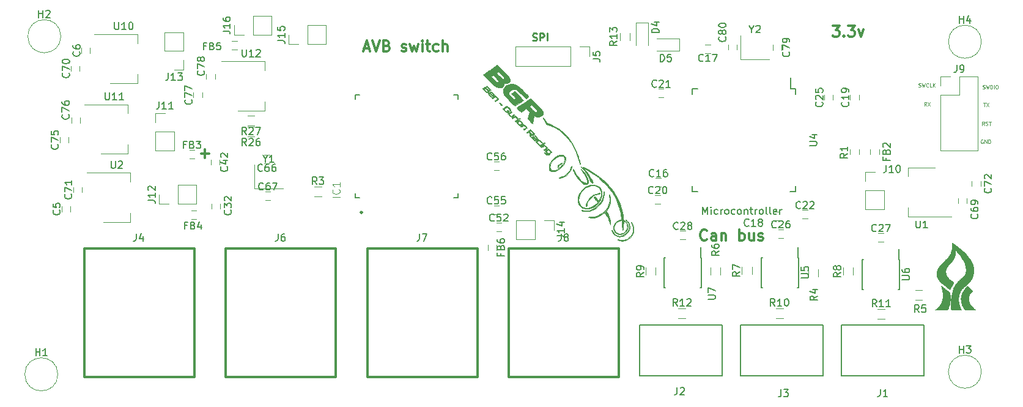
<source format=gbr>
G04 #@! TF.GenerationSoftware,KiCad,Pcbnew,(5.0.2)-1*
G04 #@! TF.CreationDate,2019-06-08T23:38:06+03:00*
G04 #@! TF.ProjectId,AVB switch with Can gateway,41564220-7377-4697-9463-682077697468,v01*
G04 #@! TF.SameCoordinates,Original*
G04 #@! TF.FileFunction,Legend,Top*
G04 #@! TF.FilePolarity,Positive*
%FSLAX46Y46*%
G04 Gerber Fmt 4.6, Leading zero omitted, Abs format (unit mm)*
G04 Created by KiCad (PCBNEW (5.0.2)-1) date 6/8/2019 11:38:06 PM*
%MOMM*%
%LPD*%
G01*
G04 APERTURE LIST*
%ADD10C,0.125000*%
%ADD11C,0.300000*%
%ADD12C,0.250000*%
%ADD13C,0.200000*%
%ADD14C,0.120000*%
%ADD15C,0.150000*%
%ADD16C,0.127000*%
%ADD17C,0.010000*%
%ADD18C,0.050000*%
G04 APERTURE END LIST*
D10*
X229260476Y-56522380D02*
X229331904Y-56546190D01*
X229450952Y-56546190D01*
X229498571Y-56522380D01*
X229522380Y-56498571D01*
X229546190Y-56450952D01*
X229546190Y-56403333D01*
X229522380Y-56355714D01*
X229498571Y-56331904D01*
X229450952Y-56308095D01*
X229355714Y-56284285D01*
X229308095Y-56260476D01*
X229284285Y-56236666D01*
X229260476Y-56189047D01*
X229260476Y-56141428D01*
X229284285Y-56093809D01*
X229308095Y-56070000D01*
X229355714Y-56046190D01*
X229474761Y-56046190D01*
X229546190Y-56070000D01*
X229712857Y-56046190D02*
X229831904Y-56546190D01*
X229927142Y-56189047D01*
X230022380Y-56546190D01*
X230141428Y-56046190D01*
X230331904Y-56546190D02*
X230331904Y-56046190D01*
X230450952Y-56046190D01*
X230522380Y-56070000D01*
X230570000Y-56117619D01*
X230593809Y-56165238D01*
X230617619Y-56260476D01*
X230617619Y-56331904D01*
X230593809Y-56427142D01*
X230570000Y-56474761D01*
X230522380Y-56522380D01*
X230450952Y-56546190D01*
X230331904Y-56546190D01*
X230831904Y-56546190D02*
X230831904Y-56046190D01*
X231165238Y-56046190D02*
X231260476Y-56046190D01*
X231308095Y-56070000D01*
X231355714Y-56117619D01*
X231379523Y-56212857D01*
X231379523Y-56379523D01*
X231355714Y-56474761D01*
X231308095Y-56522380D01*
X231260476Y-56546190D01*
X231165238Y-56546190D01*
X231117619Y-56522380D01*
X231070000Y-56474761D01*
X231046190Y-56379523D01*
X231046190Y-56212857D01*
X231070000Y-56117619D01*
X231117619Y-56070000D01*
X231165238Y-56046190D01*
X229359047Y-58506190D02*
X229644761Y-58506190D01*
X229501904Y-59006190D02*
X229501904Y-58506190D01*
X229763809Y-58506190D02*
X230097142Y-59006190D01*
X230097142Y-58506190D02*
X229763809Y-59006190D01*
X229476190Y-61586190D02*
X229309523Y-61348095D01*
X229190476Y-61586190D02*
X229190476Y-61086190D01*
X229380952Y-61086190D01*
X229428571Y-61110000D01*
X229452380Y-61133809D01*
X229476190Y-61181428D01*
X229476190Y-61252857D01*
X229452380Y-61300476D01*
X229428571Y-61324285D01*
X229380952Y-61348095D01*
X229190476Y-61348095D01*
X229666666Y-61562380D02*
X229738095Y-61586190D01*
X229857142Y-61586190D01*
X229904761Y-61562380D01*
X229928571Y-61538571D01*
X229952380Y-61490952D01*
X229952380Y-61443333D01*
X229928571Y-61395714D01*
X229904761Y-61371904D01*
X229857142Y-61348095D01*
X229761904Y-61324285D01*
X229714285Y-61300476D01*
X229690476Y-61276666D01*
X229666666Y-61229047D01*
X229666666Y-61181428D01*
X229690476Y-61133809D01*
X229714285Y-61110000D01*
X229761904Y-61086190D01*
X229880952Y-61086190D01*
X229952380Y-61110000D01*
X230095238Y-61086190D02*
X230380952Y-61086190D01*
X230238095Y-61586190D02*
X230238095Y-61086190D01*
X229269047Y-63610000D02*
X229221428Y-63586190D01*
X229150000Y-63586190D01*
X229078571Y-63610000D01*
X229030952Y-63657619D01*
X229007142Y-63705238D01*
X228983333Y-63800476D01*
X228983333Y-63871904D01*
X229007142Y-63967142D01*
X229030952Y-64014761D01*
X229078571Y-64062380D01*
X229150000Y-64086190D01*
X229197619Y-64086190D01*
X229269047Y-64062380D01*
X229292857Y-64038571D01*
X229292857Y-63871904D01*
X229197619Y-63871904D01*
X229507142Y-64086190D02*
X229507142Y-63586190D01*
X229792857Y-64086190D01*
X229792857Y-63586190D01*
X230030952Y-64086190D02*
X230030952Y-63586190D01*
X230150000Y-63586190D01*
X230221428Y-63610000D01*
X230269047Y-63657619D01*
X230292857Y-63705238D01*
X230316666Y-63800476D01*
X230316666Y-63871904D01*
X230292857Y-63967142D01*
X230269047Y-64014761D01*
X230221428Y-64062380D01*
X230150000Y-64086190D01*
X230030952Y-64086190D01*
X221456666Y-58876190D02*
X221290000Y-58638095D01*
X221170952Y-58876190D02*
X221170952Y-58376190D01*
X221361428Y-58376190D01*
X221409047Y-58400000D01*
X221432857Y-58423809D01*
X221456666Y-58471428D01*
X221456666Y-58542857D01*
X221432857Y-58590476D01*
X221409047Y-58614285D01*
X221361428Y-58638095D01*
X221170952Y-58638095D01*
X221623333Y-58376190D02*
X221956666Y-58876190D01*
X221956666Y-58376190D02*
X221623333Y-58876190D01*
D11*
X121000791Y-65526142D02*
X122143648Y-65526142D01*
X121572220Y-66097571D02*
X121572220Y-64954714D01*
X191059428Y-77384714D02*
X190988000Y-77456142D01*
X190773714Y-77527571D01*
X190630857Y-77527571D01*
X190416571Y-77456142D01*
X190273714Y-77313285D01*
X190202285Y-77170428D01*
X190130857Y-76884714D01*
X190130857Y-76670428D01*
X190202285Y-76384714D01*
X190273714Y-76241857D01*
X190416571Y-76099000D01*
X190630857Y-76027571D01*
X190773714Y-76027571D01*
X190988000Y-76099000D01*
X191059428Y-76170428D01*
X192345142Y-77527571D02*
X192345142Y-76741857D01*
X192273714Y-76599000D01*
X192130857Y-76527571D01*
X191845142Y-76527571D01*
X191702285Y-76599000D01*
X192345142Y-77456142D02*
X192202285Y-77527571D01*
X191845142Y-77527571D01*
X191702285Y-77456142D01*
X191630857Y-77313285D01*
X191630857Y-77170428D01*
X191702285Y-77027571D01*
X191845142Y-76956142D01*
X192202285Y-76956142D01*
X192345142Y-76884714D01*
X193059428Y-76527571D02*
X193059428Y-77527571D01*
X193059428Y-76670428D02*
X193130857Y-76599000D01*
X193273714Y-76527571D01*
X193488000Y-76527571D01*
X193630857Y-76599000D01*
X193702285Y-76741857D01*
X193702285Y-77527571D01*
X195559428Y-77527571D02*
X195559428Y-76027571D01*
X195559428Y-76599000D02*
X195702285Y-76527571D01*
X195988000Y-76527571D01*
X196130857Y-76599000D01*
X196202285Y-76670428D01*
X196273714Y-76813285D01*
X196273714Y-77241857D01*
X196202285Y-77384714D01*
X196130857Y-77456142D01*
X195988000Y-77527571D01*
X195702285Y-77527571D01*
X195559428Y-77456142D01*
X197559428Y-76527571D02*
X197559428Y-77527571D01*
X196916571Y-76527571D02*
X196916571Y-77313285D01*
X196988000Y-77456142D01*
X197130857Y-77527571D01*
X197345142Y-77527571D01*
X197488000Y-77456142D01*
X197559428Y-77384714D01*
X198202285Y-77456142D02*
X198345142Y-77527571D01*
X198630857Y-77527571D01*
X198773714Y-77456142D01*
X198845142Y-77313285D01*
X198845142Y-77241857D01*
X198773714Y-77099000D01*
X198630857Y-77027571D01*
X198416571Y-77027571D01*
X198273714Y-76956142D01*
X198202285Y-76813285D01*
X198202285Y-76741857D01*
X198273714Y-76599000D01*
X198416571Y-76527571D01*
X198630857Y-76527571D01*
X198773714Y-76599000D01*
D10*
X220369047Y-56272380D02*
X220440476Y-56296190D01*
X220559523Y-56296190D01*
X220607142Y-56272380D01*
X220630952Y-56248571D01*
X220654761Y-56200952D01*
X220654761Y-56153333D01*
X220630952Y-56105714D01*
X220607142Y-56081904D01*
X220559523Y-56058095D01*
X220464285Y-56034285D01*
X220416666Y-56010476D01*
X220392857Y-55986666D01*
X220369047Y-55939047D01*
X220369047Y-55891428D01*
X220392857Y-55843809D01*
X220416666Y-55820000D01*
X220464285Y-55796190D01*
X220583333Y-55796190D01*
X220654761Y-55820000D01*
X220821428Y-55796190D02*
X220940476Y-56296190D01*
X221035714Y-55939047D01*
X221130952Y-56296190D01*
X221250000Y-55796190D01*
X221726190Y-56248571D02*
X221702380Y-56272380D01*
X221630952Y-56296190D01*
X221583333Y-56296190D01*
X221511904Y-56272380D01*
X221464285Y-56224761D01*
X221440476Y-56177142D01*
X221416666Y-56081904D01*
X221416666Y-56010476D01*
X221440476Y-55915238D01*
X221464285Y-55867619D01*
X221511904Y-55820000D01*
X221583333Y-55796190D01*
X221630952Y-55796190D01*
X221702380Y-55820000D01*
X221726190Y-55843809D01*
X222178571Y-56296190D02*
X221940476Y-56296190D01*
X221940476Y-55796190D01*
X222345238Y-56296190D02*
X222345238Y-55796190D01*
X222630952Y-56296190D02*
X222416666Y-56010476D01*
X222630952Y-55796190D02*
X222345238Y-56081904D01*
D11*
X208457142Y-47828571D02*
X209385714Y-47828571D01*
X208885714Y-48400000D01*
X209100000Y-48400000D01*
X209242857Y-48471428D01*
X209314285Y-48542857D01*
X209385714Y-48685714D01*
X209385714Y-49042857D01*
X209314285Y-49185714D01*
X209242857Y-49257142D01*
X209100000Y-49328571D01*
X208671428Y-49328571D01*
X208528571Y-49257142D01*
X208457142Y-49185714D01*
X210028571Y-49185714D02*
X210100000Y-49257142D01*
X210028571Y-49328571D01*
X209957142Y-49257142D01*
X210028571Y-49185714D01*
X210028571Y-49328571D01*
X210600000Y-47828571D02*
X211528571Y-47828571D01*
X211028571Y-48400000D01*
X211242857Y-48400000D01*
X211385714Y-48471428D01*
X211457142Y-48542857D01*
X211528571Y-48685714D01*
X211528571Y-49042857D01*
X211457142Y-49185714D01*
X211385714Y-49257142D01*
X211242857Y-49328571D01*
X210814285Y-49328571D01*
X210671428Y-49257142D01*
X210600000Y-49185714D01*
X212028571Y-48328571D02*
X212385714Y-49328571D01*
X212742857Y-48328571D01*
D12*
X166920238Y-49829761D02*
X167063095Y-49877380D01*
X167301190Y-49877380D01*
X167396428Y-49829761D01*
X167444047Y-49782142D01*
X167491666Y-49686904D01*
X167491666Y-49591666D01*
X167444047Y-49496428D01*
X167396428Y-49448809D01*
X167301190Y-49401190D01*
X167110714Y-49353571D01*
X167015476Y-49305952D01*
X166967857Y-49258333D01*
X166920238Y-49163095D01*
X166920238Y-49067857D01*
X166967857Y-48972619D01*
X167015476Y-48925000D01*
X167110714Y-48877380D01*
X167348809Y-48877380D01*
X167491666Y-48925000D01*
X167920238Y-49877380D02*
X167920238Y-48877380D01*
X168301190Y-48877380D01*
X168396428Y-48925000D01*
X168444047Y-48972619D01*
X168491666Y-49067857D01*
X168491666Y-49210714D01*
X168444047Y-49305952D01*
X168396428Y-49353571D01*
X168301190Y-49401190D01*
X167920238Y-49401190D01*
X168920238Y-49877380D02*
X168920238Y-48877380D01*
D13*
X190495238Y-73902380D02*
X190495238Y-72902380D01*
X190828571Y-73616666D01*
X191161904Y-72902380D01*
X191161904Y-73902380D01*
X191638095Y-73902380D02*
X191638095Y-73235714D01*
X191638095Y-72902380D02*
X191590476Y-72950000D01*
X191638095Y-72997619D01*
X191685714Y-72950000D01*
X191638095Y-72902380D01*
X191638095Y-72997619D01*
X192542857Y-73854761D02*
X192447619Y-73902380D01*
X192257142Y-73902380D01*
X192161904Y-73854761D01*
X192114285Y-73807142D01*
X192066666Y-73711904D01*
X192066666Y-73426190D01*
X192114285Y-73330952D01*
X192161904Y-73283333D01*
X192257142Y-73235714D01*
X192447619Y-73235714D01*
X192542857Y-73283333D01*
X192971428Y-73902380D02*
X192971428Y-73235714D01*
X192971428Y-73426190D02*
X193019047Y-73330952D01*
X193066666Y-73283333D01*
X193161904Y-73235714D01*
X193257142Y-73235714D01*
X193733333Y-73902380D02*
X193638095Y-73854761D01*
X193590476Y-73807142D01*
X193542857Y-73711904D01*
X193542857Y-73426190D01*
X193590476Y-73330952D01*
X193638095Y-73283333D01*
X193733333Y-73235714D01*
X193876190Y-73235714D01*
X193971428Y-73283333D01*
X194019047Y-73330952D01*
X194066666Y-73426190D01*
X194066666Y-73711904D01*
X194019047Y-73807142D01*
X193971428Y-73854761D01*
X193876190Y-73902380D01*
X193733333Y-73902380D01*
X194923809Y-73854761D02*
X194828571Y-73902380D01*
X194638095Y-73902380D01*
X194542857Y-73854761D01*
X194495238Y-73807142D01*
X194447619Y-73711904D01*
X194447619Y-73426190D01*
X194495238Y-73330952D01*
X194542857Y-73283333D01*
X194638095Y-73235714D01*
X194828571Y-73235714D01*
X194923809Y-73283333D01*
X195495238Y-73902380D02*
X195400000Y-73854761D01*
X195352380Y-73807142D01*
X195304761Y-73711904D01*
X195304761Y-73426190D01*
X195352380Y-73330952D01*
X195400000Y-73283333D01*
X195495238Y-73235714D01*
X195638095Y-73235714D01*
X195733333Y-73283333D01*
X195780952Y-73330952D01*
X195828571Y-73426190D01*
X195828571Y-73711904D01*
X195780952Y-73807142D01*
X195733333Y-73854761D01*
X195638095Y-73902380D01*
X195495238Y-73902380D01*
X196257142Y-73235714D02*
X196257142Y-73902380D01*
X196257142Y-73330952D02*
X196304761Y-73283333D01*
X196400000Y-73235714D01*
X196542857Y-73235714D01*
X196638095Y-73283333D01*
X196685714Y-73378571D01*
X196685714Y-73902380D01*
X197019047Y-73235714D02*
X197400000Y-73235714D01*
X197161904Y-72902380D02*
X197161904Y-73759523D01*
X197209523Y-73854761D01*
X197304761Y-73902380D01*
X197400000Y-73902380D01*
X197733333Y-73902380D02*
X197733333Y-73235714D01*
X197733333Y-73426190D02*
X197780952Y-73330952D01*
X197828571Y-73283333D01*
X197923809Y-73235714D01*
X198019047Y-73235714D01*
X198495238Y-73902380D02*
X198400000Y-73854761D01*
X198352380Y-73807142D01*
X198304761Y-73711904D01*
X198304761Y-73426190D01*
X198352380Y-73330952D01*
X198400000Y-73283333D01*
X198495238Y-73235714D01*
X198638095Y-73235714D01*
X198733333Y-73283333D01*
X198780952Y-73330952D01*
X198828571Y-73426190D01*
X198828571Y-73711904D01*
X198780952Y-73807142D01*
X198733333Y-73854761D01*
X198638095Y-73902380D01*
X198495238Y-73902380D01*
X199400000Y-73902380D02*
X199304761Y-73854761D01*
X199257142Y-73759523D01*
X199257142Y-72902380D01*
X199923809Y-73902380D02*
X199828571Y-73854761D01*
X199780952Y-73759523D01*
X199780952Y-72902380D01*
X200685714Y-73854761D02*
X200590476Y-73902380D01*
X200400000Y-73902380D01*
X200304761Y-73854761D01*
X200257142Y-73759523D01*
X200257142Y-73378571D01*
X200304761Y-73283333D01*
X200400000Y-73235714D01*
X200590476Y-73235714D01*
X200685714Y-73283333D01*
X200733333Y-73378571D01*
X200733333Y-73473809D01*
X200257142Y-73569047D01*
X201161904Y-73902380D02*
X201161904Y-73235714D01*
X201161904Y-73426190D02*
X201209523Y-73330952D01*
X201257142Y-73283333D01*
X201352380Y-73235714D01*
X201447619Y-73235714D01*
D11*
X143581571Y-50937000D02*
X144295857Y-50937000D01*
X143438714Y-51365571D02*
X143938714Y-49865571D01*
X144438714Y-51365571D01*
X144724428Y-49865571D02*
X145224428Y-51365571D01*
X145724428Y-49865571D01*
X146724428Y-50579857D02*
X146938714Y-50651285D01*
X147010142Y-50722714D01*
X147081571Y-50865571D01*
X147081571Y-51079857D01*
X147010142Y-51222714D01*
X146938714Y-51294142D01*
X146795857Y-51365571D01*
X146224428Y-51365571D01*
X146224428Y-49865571D01*
X146724428Y-49865571D01*
X146867285Y-49937000D01*
X146938714Y-50008428D01*
X147010142Y-50151285D01*
X147010142Y-50294142D01*
X146938714Y-50437000D01*
X146867285Y-50508428D01*
X146724428Y-50579857D01*
X146224428Y-50579857D01*
X148795857Y-51294142D02*
X148938714Y-51365571D01*
X149224428Y-51365571D01*
X149367285Y-51294142D01*
X149438714Y-51151285D01*
X149438714Y-51079857D01*
X149367285Y-50937000D01*
X149224428Y-50865571D01*
X149010142Y-50865571D01*
X148867285Y-50794142D01*
X148795857Y-50651285D01*
X148795857Y-50579857D01*
X148867285Y-50437000D01*
X149010142Y-50365571D01*
X149224428Y-50365571D01*
X149367285Y-50437000D01*
X149938714Y-50365571D02*
X150224428Y-51365571D01*
X150510142Y-50651285D01*
X150795857Y-51365571D01*
X151081571Y-50365571D01*
X151653000Y-51365571D02*
X151653000Y-50365571D01*
X151653000Y-49865571D02*
X151581571Y-49937000D01*
X151653000Y-50008428D01*
X151724428Y-49937000D01*
X151653000Y-49865571D01*
X151653000Y-50008428D01*
X152153000Y-50365571D02*
X152724428Y-50365571D01*
X152367285Y-49865571D02*
X152367285Y-51151285D01*
X152438714Y-51294142D01*
X152581571Y-51365571D01*
X152724428Y-51365571D01*
X153867285Y-51294142D02*
X153724428Y-51365571D01*
X153438714Y-51365571D01*
X153295857Y-51294142D01*
X153224428Y-51222714D01*
X153153000Y-51079857D01*
X153153000Y-50651285D01*
X153224428Y-50508428D01*
X153295857Y-50437000D01*
X153438714Y-50365571D01*
X153724428Y-50365571D01*
X153867285Y-50437000D01*
X154510142Y-51365571D02*
X154510142Y-49865571D01*
X155153000Y-51365571D02*
X155153000Y-50579857D01*
X155081571Y-50437000D01*
X154938714Y-50365571D01*
X154724428Y-50365571D01*
X154581571Y-50437000D01*
X154510142Y-50508428D01*
D14*
G04 #@! TO.C,D4*
X182892000Y-47390000D02*
X182892000Y-50540000D01*
X181192000Y-47390000D02*
X181192000Y-50540000D01*
X182892000Y-47390000D02*
X181192000Y-47390000D01*
G04 #@! TO.C,D5*
X187244000Y-51324000D02*
X184094000Y-51324000D01*
X187244000Y-49624000D02*
X184094000Y-49624000D01*
X187244000Y-51324000D02*
X187244000Y-49624000D01*
G04 #@! TO.C,FB6*
X160730000Y-78870000D02*
X160730000Y-78170000D01*
X161930000Y-78170000D02*
X161930000Y-78870000D01*
G04 #@! TO.C,FB5*
X125304000Y-49960000D02*
X126004000Y-49960000D01*
X126004000Y-51160000D02*
X125304000Y-51160000D01*
G04 #@! TO.C,FB3*
X120110000Y-66190000D02*
X119410000Y-66190000D01*
X119410000Y-64990000D02*
X120110000Y-64990000D01*
G04 #@! TO.C,FB2*
X213700000Y-65642000D02*
X213700000Y-64942000D01*
X214900000Y-64942000D02*
X214900000Y-65642000D01*
G04 #@! TO.C,R1*
X212106000Y-64942000D02*
X212106000Y-65642000D01*
X210906000Y-65642000D02*
X210906000Y-64942000D01*
G04 #@! TO.C,C79*
X200220000Y-51180000D02*
X200220000Y-50480000D01*
X201420000Y-50480000D02*
X201420000Y-51180000D01*
G04 #@! TO.C,C80*
X194000000Y-51140000D02*
X194000000Y-50440000D01*
X195200000Y-50440000D02*
X195200000Y-51140000D01*
G04 #@! TO.C,FB4*
X120360000Y-74590000D02*
X119660000Y-74590000D01*
X119660000Y-73390000D02*
X120360000Y-73390000D01*
G04 #@! TO.C,Y2*
X195710000Y-52440000D02*
X199710000Y-52440000D01*
X195710000Y-49140000D02*
X195710000Y-52440000D01*
G04 #@! TO.C,J16*
X125594000Y-49096000D02*
X125594000Y-47766000D01*
X126924000Y-49096000D02*
X125594000Y-49096000D01*
X128194000Y-49096000D02*
X128194000Y-46436000D01*
X128194000Y-46436000D02*
X130794000Y-46436000D01*
X128194000Y-49096000D02*
X130794000Y-49096000D01*
X130794000Y-49096000D02*
X130794000Y-46436000D01*
G04 #@! TO.C,R26*
X127440000Y-61818000D02*
X128440000Y-61818000D01*
X128440000Y-63178000D02*
X127440000Y-63178000D01*
G04 #@! TO.C,R27*
X128440000Y-61654000D02*
X127440000Y-61654000D01*
X127440000Y-60294000D02*
X128440000Y-60294000D01*
G04 #@! TO.C,J10*
X212970000Y-73226000D02*
X215630000Y-73226000D01*
X212970000Y-70626000D02*
X212970000Y-73226000D01*
X215630000Y-70626000D02*
X215630000Y-73226000D01*
X212970000Y-70626000D02*
X215630000Y-70626000D01*
X212970000Y-69356000D02*
X212970000Y-68026000D01*
X212970000Y-68026000D02*
X214300000Y-68026000D01*
G04 #@! TO.C,C6*
X105660000Y-50890000D02*
X105660000Y-51590000D01*
X104460000Y-51590000D02*
X104460000Y-50890000D01*
G04 #@! TO.C,C78*
X121752000Y-55228000D02*
X121752000Y-54528000D01*
X122952000Y-54528000D02*
X122952000Y-55228000D01*
G04 #@! TO.C,C77*
X121174000Y-57068000D02*
X121174000Y-57768000D01*
X119974000Y-57768000D02*
X119974000Y-57068000D01*
G04 #@! TO.C,C76*
X103100000Y-61250000D02*
X103100000Y-60550000D01*
X104300000Y-60550000D02*
X104300000Y-61250000D01*
G04 #@! TO.C,C75*
X102650000Y-63270000D02*
X102650000Y-63970000D01*
X101450000Y-63970000D02*
X101450000Y-63270000D01*
G04 #@! TO.C,C5*
X101700000Y-73520000D02*
X101700000Y-72820000D01*
X102900000Y-72820000D02*
X102900000Y-73520000D01*
G04 #@! TO.C,C72*
X227750000Y-70040000D02*
X227750000Y-69340000D01*
X228950000Y-69340000D02*
X228950000Y-70040000D01*
G04 #@! TO.C,C71*
X103310000Y-70840000D02*
X103310000Y-70140000D01*
X104510000Y-70140000D02*
X104510000Y-70840000D01*
G04 #@! TO.C,C70*
X104200000Y-53380000D02*
X104200000Y-54080000D01*
X103000000Y-54080000D02*
X103000000Y-53380000D01*
G04 #@! TO.C,C69*
X227060000Y-71700000D02*
X227060000Y-72400000D01*
X225860000Y-72400000D02*
X225860000Y-71700000D01*
G04 #@! TO.C,J13*
X118602000Y-53922000D02*
X117272000Y-53922000D01*
X118602000Y-52592000D02*
X118602000Y-53922000D01*
X118602000Y-51322000D02*
X115942000Y-51322000D01*
X115942000Y-51322000D02*
X115942000Y-48722000D01*
X118602000Y-51322000D02*
X118602000Y-48722000D01*
X118602000Y-48722000D02*
X115942000Y-48722000D01*
G04 #@! TO.C,J11*
X114672000Y-59898000D02*
X116002000Y-59898000D01*
X114672000Y-61228000D02*
X114672000Y-59898000D01*
X114672000Y-62498000D02*
X117332000Y-62498000D01*
X117332000Y-62498000D02*
X117332000Y-65098000D01*
X114672000Y-62498000D02*
X114672000Y-65098000D01*
X114672000Y-65098000D02*
X117332000Y-65098000D01*
G04 #@! TO.C,J14*
X164650000Y-74740000D02*
X164650000Y-77400000D01*
X167250000Y-74740000D02*
X164650000Y-74740000D01*
X167250000Y-77400000D02*
X164650000Y-77400000D01*
X167250000Y-74740000D02*
X167250000Y-77400000D01*
X168520000Y-74740000D02*
X169850000Y-74740000D01*
X169850000Y-74740000D02*
X169850000Y-76070000D01*
G04 #@! TO.C,J15*
X133145000Y-50380000D02*
X133145000Y-49050000D01*
X134475000Y-50380000D02*
X133145000Y-50380000D01*
X135745000Y-50380000D02*
X135745000Y-47720000D01*
X135745000Y-47720000D02*
X138345000Y-47720000D01*
X135745000Y-50380000D02*
X138345000Y-50380000D01*
X138345000Y-50380000D02*
X138345000Y-47720000D01*
G04 #@! TO.C,J12*
X115195000Y-72480000D02*
X115195000Y-71150000D01*
X116525000Y-72480000D02*
X115195000Y-72480000D01*
X117795000Y-72480000D02*
X117795000Y-69820000D01*
X117795000Y-69820000D02*
X120395000Y-69820000D01*
X117795000Y-72480000D02*
X120395000Y-72480000D01*
X120395000Y-72480000D02*
X120395000Y-69820000D01*
G04 #@! TO.C,J5*
X174812000Y-50740000D02*
X174812000Y-52070000D01*
X173482000Y-50740000D02*
X174812000Y-50740000D01*
X172212000Y-50740000D02*
X172212000Y-53400000D01*
X172212000Y-53400000D02*
X164532000Y-53400000D01*
X172212000Y-50740000D02*
X164532000Y-50740000D01*
X164532000Y-50740000D02*
X164532000Y-53400000D01*
G04 #@! TO.C,U12*
X123840000Y-52738000D02*
X129850000Y-52738000D01*
X126090000Y-59558000D02*
X129850000Y-59558000D01*
X129850000Y-52738000D02*
X129850000Y-53998000D01*
X129850000Y-59558000D02*
X129850000Y-58298000D01*
G04 #@! TO.C,U10*
X112200000Y-55800000D02*
X112200000Y-54540000D01*
X112200000Y-48980000D02*
X112200000Y-50240000D01*
X108440000Y-55800000D02*
X112200000Y-55800000D01*
X106190000Y-48980000D02*
X112200000Y-48980000D01*
G04 #@! TO.C,U11*
X104900000Y-58710000D02*
X110910000Y-58710000D01*
X107150000Y-65530000D02*
X110910000Y-65530000D01*
X110910000Y-58710000D02*
X110910000Y-59970000D01*
X110910000Y-65530000D02*
X110910000Y-64270000D01*
D15*
G04 #@! TO.C,U4*
X203313000Y-56505000D02*
X202663000Y-56505000D01*
X203313000Y-70755000D02*
X202553000Y-70755000D01*
X189063000Y-70755000D02*
X189823000Y-70755000D01*
X189063000Y-56505000D02*
X189823000Y-56505000D01*
X203313000Y-56505000D02*
X203313000Y-57265000D01*
X189063000Y-56505000D02*
X189063000Y-57265000D01*
X189063000Y-70755000D02*
X189063000Y-69995000D01*
X203313000Y-70755000D02*
X203313000Y-69995000D01*
X202663000Y-56505000D02*
X202663000Y-54980000D01*
D14*
G04 #@! TO.C,Y1*
X128364000Y-70364000D02*
X132364000Y-70364000D01*
X128364000Y-67064000D02*
X128364000Y-70364000D01*
G04 #@! TO.C,R13*
X180384000Y-48854000D02*
X180384000Y-49854000D01*
X179024000Y-49854000D02*
X179024000Y-48854000D01*
G04 #@! TO.C,H4*
X229066000Y-50038000D02*
G75*
G03X229066000Y-50038000I-2286000J0D01*
G01*
G04 #@! TO.C,H3*
X229066000Y-95690000D02*
G75*
G03X229066000Y-95690000I-2286000J0D01*
G01*
G04 #@! TO.C,H2*
X101600000Y-49276000D02*
G75*
G03X101600000Y-49276000I-2286000J0D01*
G01*
G04 #@! TO.C,H1*
X101182999Y-96050000D02*
G75*
G03X101182999Y-96050000I-2286000J0D01*
G01*
D11*
G04 #@! TO.C,J8*
X178880000Y-95180000D02*
X178880000Y-78670000D01*
X178880000Y-78670000D02*
X163640000Y-78670000D01*
X163640000Y-78670000D02*
X163640000Y-96450000D01*
X163640000Y-96450000D02*
X178880000Y-96450000D01*
X178880000Y-96450000D02*
X178880000Y-95180000D01*
G04 #@! TO.C,J7*
X159276666Y-95180000D02*
X159276666Y-78670000D01*
X159276666Y-78670000D02*
X144036666Y-78670000D01*
X144036666Y-78670000D02*
X144036666Y-96450000D01*
X144036666Y-96450000D02*
X159276666Y-96450000D01*
X159276666Y-96450000D02*
X159276666Y-95180000D01*
D14*
G04 #@! TO.C,J9*
X223384000Y-65098000D02*
X228584000Y-65098000D01*
X223384000Y-57418000D02*
X223384000Y-65098000D01*
X228584000Y-54818000D02*
X228584000Y-65098000D01*
X223384000Y-57418000D02*
X225984000Y-57418000D01*
X225984000Y-57418000D02*
X225984000Y-54818000D01*
X225984000Y-54818000D02*
X228584000Y-54818000D01*
X223384000Y-56148000D02*
X223384000Y-54818000D01*
X223384000Y-54818000D02*
X224714000Y-54818000D01*
D16*
G04 #@! TO.C,IC1*
X142400000Y-57400000D02*
X143000000Y-57400000D01*
X156600000Y-57400000D02*
X156000000Y-57400000D01*
X142400000Y-71600000D02*
X143000000Y-71600000D01*
X156600000Y-71600000D02*
X156000000Y-71600000D01*
X142400000Y-57400000D02*
X142400000Y-58000000D01*
X156600000Y-57400000D02*
X156600000Y-58000000D01*
X142400000Y-71600000D02*
X142400000Y-71000000D01*
X156600000Y-71600000D02*
X156600000Y-71000000D01*
D11*
X143310000Y-73640000D02*
G75*
G03X143310000Y-73640000I-100000J0D01*
G01*
G04 #@! TO.C,J6*
X139673333Y-95180000D02*
X139673333Y-78670000D01*
X139673333Y-78670000D02*
X124433333Y-78670000D01*
X124433333Y-78670000D02*
X124433333Y-96450000D01*
X124433333Y-96450000D02*
X139673333Y-96450000D01*
X139673333Y-96450000D02*
X139673333Y-95180000D01*
G04 #@! TO.C,J4*
X120070000Y-95180000D02*
X120070000Y-78670000D01*
X120070000Y-78670000D02*
X104830000Y-78670000D01*
X104830000Y-78670000D02*
X104830000Y-96450000D01*
X104830000Y-96450000D02*
X120070000Y-96450000D01*
X120070000Y-96450000D02*
X120070000Y-95180000D01*
D14*
G04 #@! TO.C,C16*
X183980000Y-68900000D02*
X184680000Y-68900000D01*
X184680000Y-70100000D02*
X183980000Y-70100000D01*
G04 #@! TO.C,C17*
X191536000Y-51668000D02*
X190836000Y-51668000D01*
X190836000Y-50468000D02*
X191536000Y-50468000D01*
G04 #@! TO.C,C18*
X200934000Y-74782000D02*
X200234000Y-74782000D01*
X200234000Y-73582000D02*
X200934000Y-73582000D01*
G04 #@! TO.C,C19*
X210900000Y-58100000D02*
X210900000Y-57400000D01*
X212100000Y-57400000D02*
X212100000Y-58100000D01*
G04 #@! TO.C,C20*
X183890000Y-71250000D02*
X184590000Y-71250000D01*
X184590000Y-72450000D02*
X183890000Y-72450000D01*
G04 #@! TO.C,C21*
X184370000Y-56530000D02*
X185070000Y-56530000D01*
X185070000Y-57730000D02*
X184370000Y-57730000D01*
G04 #@! TO.C,C22*
X204998000Y-74528000D02*
X204298000Y-74528000D01*
X204298000Y-73328000D02*
X204998000Y-73328000D01*
G04 #@! TO.C,C25*
X207300000Y-58100000D02*
X207300000Y-57400000D01*
X208500000Y-57400000D02*
X208500000Y-58100000D01*
G04 #@! TO.C,C26*
X200950000Y-76000000D02*
X201650000Y-76000000D01*
X201650000Y-77200000D02*
X200950000Y-77200000D01*
G04 #@! TO.C,C27*
X214800000Y-76500000D02*
X215500000Y-76500000D01*
X215500000Y-77700000D02*
X214800000Y-77700000D01*
G04 #@! TO.C,C28*
X187350000Y-76200000D02*
X188050000Y-76200000D01*
X188050000Y-77400000D02*
X187350000Y-77400000D01*
G04 #@! TO.C,C32*
X122470000Y-73140000D02*
X122470000Y-72440000D01*
X123670000Y-72440000D02*
X123670000Y-73140000D01*
G04 #@! TO.C,C42*
X123610000Y-66340000D02*
X123610000Y-67040000D01*
X122410000Y-67040000D02*
X122410000Y-66340000D01*
G04 #@! TO.C,C52*
X161900000Y-75060000D02*
X162600000Y-75060000D01*
X162600000Y-76260000D02*
X161900000Y-76260000D01*
G04 #@! TO.C,C55*
X161550000Y-72675000D02*
X162250000Y-72675000D01*
X162250000Y-73875000D02*
X161550000Y-73875000D01*
G04 #@! TO.C,C56*
X161550000Y-66600000D02*
X162250000Y-66600000D01*
X162250000Y-67800000D02*
X161550000Y-67800000D01*
G04 #@! TO.C,C66*
X130478000Y-66862000D02*
X129778000Y-66862000D01*
X129778000Y-65662000D02*
X130478000Y-65662000D01*
G04 #@! TO.C,C67*
X129910000Y-70742000D02*
X130610000Y-70742000D01*
X130610000Y-71942000D02*
X129910000Y-71942000D01*
D15*
G04 #@! TO.C,J1*
X209692000Y-96210000D02*
X209692000Y-89210000D01*
X221092000Y-96210000D02*
X209692000Y-96210000D01*
X221092000Y-89210000D02*
X221092000Y-96210000D01*
X209692000Y-89210000D02*
X221092000Y-89210000D01*
G04 #@! TO.C,J2*
X181752000Y-96210000D02*
X181752000Y-89210000D01*
X193152000Y-96210000D02*
X181752000Y-96210000D01*
X193152000Y-89210000D02*
X193152000Y-96210000D01*
X181752000Y-89210000D02*
X193152000Y-89210000D01*
G04 #@! TO.C,J3*
X195722000Y-96210000D02*
X195722000Y-89210000D01*
X207122000Y-96210000D02*
X195722000Y-96210000D01*
X207122000Y-89210000D02*
X207122000Y-96210000D01*
X195722000Y-89210000D02*
X207122000Y-89210000D01*
D14*
G04 #@! TO.C,R3*
X137710000Y-71450000D02*
X136710000Y-71450000D01*
X136710000Y-70090000D02*
X137710000Y-70090000D01*
G04 #@! TO.C,R4*
X206480000Y-81500000D02*
X206480000Y-82500000D01*
X205120000Y-82500000D02*
X205120000Y-81500000D01*
G04 #@! TO.C,R5*
X220896000Y-85784000D02*
X219896000Y-85784000D01*
X219896000Y-84424000D02*
X220896000Y-84424000D01*
G04 #@! TO.C,R6*
X192880000Y-81300000D02*
X192880000Y-82300000D01*
X191520000Y-82300000D02*
X191520000Y-81300000D01*
G04 #@! TO.C,R7*
X197280000Y-81200000D02*
X197280000Y-82200000D01*
X195920000Y-82200000D02*
X195920000Y-81200000D01*
G04 #@! TO.C,R8*
X211280000Y-81300000D02*
X211280000Y-82300000D01*
X209920000Y-82300000D02*
X209920000Y-81300000D01*
G04 #@! TO.C,R9*
X183980000Y-81300000D02*
X183980000Y-82300000D01*
X182620000Y-82300000D02*
X182620000Y-81300000D01*
D15*
G04 #@! TO.C,U5*
X203743000Y-79883000D02*
X203693000Y-79883000D01*
X203743000Y-84033000D02*
X203598000Y-84033000D01*
X198593000Y-84033000D02*
X198738000Y-84033000D01*
X198593000Y-79883000D02*
X198738000Y-79883000D01*
X203743000Y-79883000D02*
X203743000Y-84033000D01*
X198593000Y-79883000D02*
X198593000Y-84033000D01*
X203693000Y-79883000D02*
X203693000Y-78483000D01*
G04 #@! TO.C,U6*
X217713000Y-80137000D02*
X217663000Y-80137000D01*
X217713000Y-84287000D02*
X217568000Y-84287000D01*
X212563000Y-84287000D02*
X212708000Y-84287000D01*
X212563000Y-80137000D02*
X212708000Y-80137000D01*
X217713000Y-80137000D02*
X217713000Y-84287000D01*
X212563000Y-80137000D02*
X212563000Y-84287000D01*
X217663000Y-80137000D02*
X217663000Y-78737000D01*
G04 #@! TO.C,U7*
X190281000Y-79883000D02*
X190231000Y-79883000D01*
X190281000Y-84033000D02*
X190136000Y-84033000D01*
X185131000Y-84033000D02*
X185276000Y-84033000D01*
X185131000Y-79883000D02*
X185276000Y-79883000D01*
X190281000Y-79883000D02*
X190281000Y-84033000D01*
X185131000Y-79883000D02*
X185131000Y-84033000D01*
X190231000Y-79883000D02*
X190231000Y-78483000D01*
D14*
G04 #@! TO.C,U1*
X218870000Y-67430000D02*
X218870000Y-68690000D01*
X218870000Y-74250000D02*
X218870000Y-72990000D01*
X222630000Y-67430000D02*
X218870000Y-67430000D01*
X224880000Y-74250000D02*
X218870000Y-74250000D01*
G04 #@! TO.C,U2*
X111250000Y-75000000D02*
X111250000Y-73740000D01*
X111250000Y-68180000D02*
X111250000Y-69440000D01*
X107490000Y-75000000D02*
X111250000Y-75000000D01*
X105240000Y-68180000D02*
X111250000Y-68180000D01*
G04 #@! TO.C,R10*
X201600000Y-88280000D02*
X200600000Y-88280000D01*
X200600000Y-86920000D02*
X201600000Y-86920000D01*
G04 #@! TO.C,R11*
X215700000Y-88380000D02*
X214700000Y-88380000D01*
X214700000Y-87020000D02*
X215700000Y-87020000D01*
G04 #@! TO.C,R12*
X188100000Y-88280000D02*
X187100000Y-88280000D01*
X187100000Y-86920000D02*
X188100000Y-86920000D01*
D17*
G04 #@! TO.C,G\002A\002A\002A*
G36*
X176800917Y-70790495D02*
X176815414Y-70908491D01*
X176816924Y-71076091D01*
X176816039Y-71102228D01*
X176774162Y-71427813D01*
X176678185Y-71765728D01*
X176536682Y-72089877D01*
X176433186Y-72267377D01*
X176300014Y-72443779D01*
X176122965Y-72638672D01*
X175921359Y-72833766D01*
X175714516Y-73010766D01*
X175521756Y-73151381D01*
X175458535Y-73190146D01*
X175150835Y-73337194D01*
X174822371Y-73441832D01*
X174491253Y-73500598D01*
X174175592Y-73510028D01*
X173945401Y-73479510D01*
X173796920Y-73438399D01*
X173719457Y-73396319D01*
X173710520Y-73351641D01*
X173723635Y-73334569D01*
X173776514Y-73325090D01*
X173868103Y-73342656D01*
X173909040Y-73356429D01*
X174048310Y-73388517D01*
X174234340Y-73403407D01*
X174442454Y-73401270D01*
X174647977Y-73382275D01*
X174812872Y-73350236D01*
X175151165Y-73228516D01*
X175480129Y-73043504D01*
X175807311Y-72790782D01*
X175881922Y-72723703D01*
X176182516Y-72412259D01*
X176412781Y-72094704D01*
X176575901Y-71764688D01*
X176675064Y-71415858D01*
X176712729Y-71067568D01*
X176719251Y-70922817D01*
X176727582Y-70808704D01*
X176736279Y-70743151D01*
X176739475Y-70734601D01*
X176775061Y-70729924D01*
X176800917Y-70790495D01*
X176800917Y-70790495D01*
G37*
X176800917Y-70790495D02*
X176815414Y-70908491D01*
X176816924Y-71076091D01*
X176816039Y-71102228D01*
X176774162Y-71427813D01*
X176678185Y-71765728D01*
X176536682Y-72089877D01*
X176433186Y-72267377D01*
X176300014Y-72443779D01*
X176122965Y-72638672D01*
X175921359Y-72833766D01*
X175714516Y-73010766D01*
X175521756Y-73151381D01*
X175458535Y-73190146D01*
X175150835Y-73337194D01*
X174822371Y-73441832D01*
X174491253Y-73500598D01*
X174175592Y-73510028D01*
X173945401Y-73479510D01*
X173796920Y-73438399D01*
X173719457Y-73396319D01*
X173710520Y-73351641D01*
X173723635Y-73334569D01*
X173776514Y-73325090D01*
X173868103Y-73342656D01*
X173909040Y-73356429D01*
X174048310Y-73388517D01*
X174234340Y-73403407D01*
X174442454Y-73401270D01*
X174647977Y-73382275D01*
X174812872Y-73350236D01*
X175151165Y-73228516D01*
X175480129Y-73043504D01*
X175807311Y-72790782D01*
X175881922Y-72723703D01*
X176182516Y-72412259D01*
X176412781Y-72094704D01*
X176575901Y-71764688D01*
X176675064Y-71415858D01*
X176712729Y-71067568D01*
X176719251Y-70922817D01*
X176727582Y-70808704D01*
X176736279Y-70743151D01*
X176739475Y-70734601D01*
X176775061Y-70729924D01*
X176800917Y-70790495D01*
G36*
X177626625Y-71328547D02*
X177658986Y-71464104D01*
X177683604Y-71627783D01*
X177697708Y-71804452D01*
X177698526Y-71978982D01*
X177697154Y-72007179D01*
X177639395Y-72398423D01*
X177511830Y-72770086D01*
X177313789Y-73123580D01*
X177044604Y-73460316D01*
X176973063Y-73535032D01*
X176682500Y-73793761D01*
X176366818Y-74011458D01*
X176036710Y-74183844D01*
X175702869Y-74306644D01*
X175375988Y-74375580D01*
X175066759Y-74386375D01*
X174899865Y-74364341D01*
X174767321Y-74335253D01*
X174694191Y-74310678D01*
X174667362Y-74283132D01*
X174673714Y-74245133D01*
X174677094Y-74237218D01*
X174724032Y-74214754D01*
X174816913Y-74225586D01*
X174837791Y-74231374D01*
X174945602Y-74250740D01*
X175094524Y-74261394D01*
X175252435Y-74261045D01*
X175253374Y-74261003D01*
X175595242Y-74211335D01*
X175940276Y-74097388D01*
X176277924Y-73927112D01*
X176597639Y-73708452D01*
X176888870Y-73449359D01*
X177141067Y-73157780D01*
X177343682Y-72841663D01*
X177452654Y-72604079D01*
X177528932Y-72340564D01*
X177571905Y-72051174D01*
X177578103Y-71768208D01*
X177560453Y-71601192D01*
X177536766Y-71462758D01*
X177516745Y-71345161D01*
X177505167Y-71276488D01*
X177511759Y-71215479D01*
X177549755Y-71202322D01*
X177589291Y-71236243D01*
X177626625Y-71328547D01*
X177626625Y-71328547D01*
G37*
X177626625Y-71328547D02*
X177658986Y-71464104D01*
X177683604Y-71627783D01*
X177697708Y-71804452D01*
X177698526Y-71978982D01*
X177697154Y-72007179D01*
X177639395Y-72398423D01*
X177511830Y-72770086D01*
X177313789Y-73123580D01*
X177044604Y-73460316D01*
X176973063Y-73535032D01*
X176682500Y-73793761D01*
X176366818Y-74011458D01*
X176036710Y-74183844D01*
X175702869Y-74306644D01*
X175375988Y-74375580D01*
X175066759Y-74386375D01*
X174899865Y-74364341D01*
X174767321Y-74335253D01*
X174694191Y-74310678D01*
X174667362Y-74283132D01*
X174673714Y-74245133D01*
X174677094Y-74237218D01*
X174724032Y-74214754D01*
X174816913Y-74225586D01*
X174837791Y-74231374D01*
X174945602Y-74250740D01*
X175094524Y-74261394D01*
X175252435Y-74261045D01*
X175253374Y-74261003D01*
X175595242Y-74211335D01*
X175940276Y-74097388D01*
X176277924Y-73927112D01*
X176597639Y-73708452D01*
X176888870Y-73449359D01*
X177141067Y-73157780D01*
X177343682Y-72841663D01*
X177452654Y-72604079D01*
X177528932Y-72340564D01*
X177571905Y-72051174D01*
X177578103Y-71768208D01*
X177560453Y-71601192D01*
X177536766Y-71462758D01*
X177516745Y-71345161D01*
X177505167Y-71276488D01*
X177511759Y-71215479D01*
X177549755Y-71202322D01*
X177589291Y-71236243D01*
X177626625Y-71328547D01*
G36*
X176370996Y-70428596D02*
X176403252Y-70489979D01*
X176482001Y-70727782D01*
X176509202Y-71002142D01*
X176486579Y-71298952D01*
X176415855Y-71604103D01*
X176298753Y-71903488D01*
X176210470Y-72068579D01*
X176028224Y-72319169D01*
X175792383Y-72559224D01*
X175521606Y-72774039D01*
X175234555Y-72948906D01*
X174949888Y-73069117D01*
X174935298Y-73073659D01*
X174715087Y-73119698D01*
X174470207Y-73136531D01*
X174226024Y-73124887D01*
X174007909Y-73085495D01*
X173888168Y-73043570D01*
X173699890Y-72932783D01*
X173522093Y-72783829D01*
X173377084Y-72617559D01*
X173305545Y-72498920D01*
X173212316Y-72218714D01*
X173181108Y-71911752D01*
X173210802Y-71588944D01*
X173300282Y-71261196D01*
X173448432Y-70939416D01*
X173468865Y-70903824D01*
X173589449Y-70729977D01*
X173750808Y-70540887D01*
X173825548Y-70465492D01*
X173909527Y-70549471D01*
X173652663Y-70850079D01*
X173464188Y-71168558D01*
X173345590Y-71501579D01*
X173298358Y-71845807D01*
X173297641Y-71918825D01*
X173333426Y-72208547D01*
X173430252Y-72465898D01*
X173583237Y-72683679D01*
X173787502Y-72854697D01*
X174003902Y-72960119D01*
X174283676Y-73022289D01*
X174581629Y-73019996D01*
X174887751Y-72956678D01*
X175192036Y-72835770D01*
X175484475Y-72660708D01*
X175755060Y-72434929D01*
X175863573Y-72321573D01*
X176094349Y-72021241D01*
X176261823Y-71710561D01*
X176364179Y-71395953D01*
X176399597Y-71083838D01*
X176366258Y-70780636D01*
X176333226Y-70663180D01*
X176212813Y-70408404D01*
X176040767Y-70204323D01*
X175821630Y-70054204D01*
X175559939Y-69961313D01*
X175314364Y-69930043D01*
X174974532Y-69953301D01*
X174642568Y-70048647D01*
X174321328Y-70214822D01*
X174013665Y-70450566D01*
X173909527Y-70549471D01*
X173825548Y-70465492D01*
X173932273Y-70357827D01*
X174113175Y-70202067D01*
X174232164Y-70118338D01*
X174529711Y-69967037D01*
X174843623Y-69865222D01*
X175159020Y-69815166D01*
X175461024Y-69819145D01*
X175734758Y-69879431D01*
X175752677Y-69885894D01*
X175993332Y-70012673D01*
X176204220Y-70198014D01*
X176370996Y-70428596D01*
X176370996Y-70428596D01*
G37*
X176370996Y-70428596D02*
X176403252Y-70489979D01*
X176482001Y-70727782D01*
X176509202Y-71002142D01*
X176486579Y-71298952D01*
X176415855Y-71604103D01*
X176298753Y-71903488D01*
X176210470Y-72068579D01*
X176028224Y-72319169D01*
X175792383Y-72559224D01*
X175521606Y-72774039D01*
X175234555Y-72948906D01*
X174949888Y-73069117D01*
X174935298Y-73073659D01*
X174715087Y-73119698D01*
X174470207Y-73136531D01*
X174226024Y-73124887D01*
X174007909Y-73085495D01*
X173888168Y-73043570D01*
X173699890Y-72932783D01*
X173522093Y-72783829D01*
X173377084Y-72617559D01*
X173305545Y-72498920D01*
X173212316Y-72218714D01*
X173181108Y-71911752D01*
X173210802Y-71588944D01*
X173300282Y-71261196D01*
X173448432Y-70939416D01*
X173468865Y-70903824D01*
X173589449Y-70729977D01*
X173750808Y-70540887D01*
X173825548Y-70465492D01*
X173909527Y-70549471D01*
X173652663Y-70850079D01*
X173464188Y-71168558D01*
X173345590Y-71501579D01*
X173298358Y-71845807D01*
X173297641Y-71918825D01*
X173333426Y-72208547D01*
X173430252Y-72465898D01*
X173583237Y-72683679D01*
X173787502Y-72854697D01*
X174003902Y-72960119D01*
X174283676Y-73022289D01*
X174581629Y-73019996D01*
X174887751Y-72956678D01*
X175192036Y-72835770D01*
X175484475Y-72660708D01*
X175755060Y-72434929D01*
X175863573Y-72321573D01*
X176094349Y-72021241D01*
X176261823Y-71710561D01*
X176364179Y-71395953D01*
X176399597Y-71083838D01*
X176366258Y-70780636D01*
X176333226Y-70663180D01*
X176212813Y-70408404D01*
X176040767Y-70204323D01*
X175821630Y-70054204D01*
X175559939Y-69961313D01*
X175314364Y-69930043D01*
X174974532Y-69953301D01*
X174642568Y-70048647D01*
X174321328Y-70214822D01*
X174013665Y-70450566D01*
X173909527Y-70549471D01*
X173825548Y-70465492D01*
X173932273Y-70357827D01*
X174113175Y-70202067D01*
X174232164Y-70118338D01*
X174529711Y-69967037D01*
X174843623Y-69865222D01*
X175159020Y-69815166D01*
X175461024Y-69819145D01*
X175734758Y-69879431D01*
X175752677Y-69885894D01*
X175993332Y-70012673D01*
X176204220Y-70198014D01*
X176370996Y-70428596D01*
G36*
X180621181Y-75030377D02*
X180672204Y-75117680D01*
X180730952Y-75236650D01*
X180788685Y-75368591D01*
X180836658Y-75494806D01*
X180863882Y-75586393D01*
X180915284Y-75943334D01*
X180897738Y-76275071D01*
X180810949Y-76582709D01*
X180654616Y-76867352D01*
X180453988Y-77105007D01*
X180204042Y-77309355D01*
X179922111Y-77460872D01*
X179621328Y-77555992D01*
X179314823Y-77591152D01*
X179015730Y-77562788D01*
X178890338Y-77529419D01*
X178764965Y-77483250D01*
X178704014Y-77444586D01*
X178699669Y-77407310D01*
X178712836Y-77390604D01*
X178765070Y-77382543D01*
X178850434Y-77406037D01*
X178868330Y-77413910D01*
X179054140Y-77468496D01*
X179281240Y-77484129D01*
X179528796Y-77461171D01*
X179775979Y-77399981D01*
X179781666Y-77398069D01*
X179928730Y-77345115D01*
X180039804Y-77293527D01*
X180139207Y-77228379D01*
X180251260Y-77134745D01*
X180334809Y-77058561D01*
X180467976Y-76930983D01*
X180559765Y-76829301D01*
X180626086Y-76733338D01*
X180682850Y-76622917D01*
X180689049Y-76609342D01*
X180777743Y-76328275D01*
X180806003Y-76021263D01*
X180774733Y-75702893D01*
X180684831Y-75387755D01*
X180602302Y-75204717D01*
X180545098Y-75082601D01*
X180530212Y-75013318D01*
X180557128Y-74989946D01*
X180586626Y-74993438D01*
X180621181Y-75030377D01*
X180621181Y-75030377D01*
G37*
X180621181Y-75030377D02*
X180672204Y-75117680D01*
X180730952Y-75236650D01*
X180788685Y-75368591D01*
X180836658Y-75494806D01*
X180863882Y-75586393D01*
X180915284Y-75943334D01*
X180897738Y-76275071D01*
X180810949Y-76582709D01*
X180654616Y-76867352D01*
X180453988Y-77105007D01*
X180204042Y-77309355D01*
X179922111Y-77460872D01*
X179621328Y-77555992D01*
X179314823Y-77591152D01*
X179015730Y-77562788D01*
X178890338Y-77529419D01*
X178764965Y-77483250D01*
X178704014Y-77444586D01*
X178699669Y-77407310D01*
X178712836Y-77390604D01*
X178765070Y-77382543D01*
X178850434Y-77406037D01*
X178868330Y-77413910D01*
X179054140Y-77468496D01*
X179281240Y-77484129D01*
X179528796Y-77461171D01*
X179775979Y-77399981D01*
X179781666Y-77398069D01*
X179928730Y-77345115D01*
X180039804Y-77293527D01*
X180139207Y-77228379D01*
X180251260Y-77134745D01*
X180334809Y-77058561D01*
X180467976Y-76930983D01*
X180559765Y-76829301D01*
X180626086Y-76733338D01*
X180682850Y-76622917D01*
X180689049Y-76609342D01*
X180777743Y-76328275D01*
X180806003Y-76021263D01*
X180774733Y-75702893D01*
X180684831Y-75387755D01*
X180602302Y-75204717D01*
X180545098Y-75082601D01*
X180530212Y-75013318D01*
X180557128Y-74989946D01*
X180586626Y-74993438D01*
X180621181Y-75030377D01*
G36*
X171414690Y-65949017D02*
X171467012Y-66150132D01*
X171458796Y-66373031D01*
X171396585Y-66609416D01*
X171286921Y-66850992D01*
X171136348Y-67089461D01*
X170951408Y-67316525D01*
X170738644Y-67523889D01*
X170504597Y-67703253D01*
X170255812Y-67846322D01*
X169998831Y-67944798D01*
X169810232Y-67983708D01*
X169657917Y-67981852D01*
X169498640Y-67946922D01*
X169363415Y-67887441D01*
X169309199Y-67846030D01*
X169250290Y-67759608D01*
X169202020Y-67643122D01*
X169194075Y-67614208D01*
X169175315Y-67387774D01*
X169218320Y-67141449D01*
X169317499Y-66884813D01*
X169467265Y-66627446D01*
X169662028Y-66378924D01*
X169847013Y-66197160D01*
X169927364Y-66277510D01*
X169662877Y-66550767D01*
X169471464Y-66819136D01*
X169353200Y-67082476D01*
X169308164Y-67340646D01*
X169307985Y-67392959D01*
X169341303Y-67580808D01*
X169428754Y-67719453D01*
X169568180Y-67806979D01*
X169757423Y-67841467D01*
X169813025Y-67841556D01*
X169956909Y-67822694D01*
X170121305Y-67780251D01*
X170222484Y-67743209D01*
X170318695Y-67698655D01*
X170403472Y-67648956D01*
X170491014Y-67583008D01*
X170595516Y-67489712D01*
X170731180Y-67357960D01*
X170789688Y-67299671D01*
X170937919Y-67149363D01*
X171043780Y-67035200D01*
X171118424Y-66942924D01*
X171173001Y-66858279D01*
X171218663Y-66767009D01*
X171234592Y-66730885D01*
X171297491Y-66535667D01*
X171328098Y-66333773D01*
X171329379Y-66292836D01*
X171325193Y-66161978D01*
X171304457Y-66074905D01*
X171256621Y-66002130D01*
X171206353Y-65948876D01*
X171127133Y-65877923D01*
X171052669Y-65840882D01*
X170953475Y-65827206D01*
X170862393Y-65825850D01*
X170640809Y-65849526D01*
X170425806Y-65922659D01*
X170205843Y-66050824D01*
X169969370Y-66239600D01*
X169927364Y-66277510D01*
X169847013Y-66197160D01*
X169896201Y-66148829D01*
X170164195Y-65946739D01*
X170168524Y-65943917D01*
X170408422Y-65812389D01*
X170644484Y-65728173D01*
X170867314Y-65691231D01*
X171067515Y-65701525D01*
X171235693Y-65759015D01*
X171362451Y-65863665D01*
X171414690Y-65949017D01*
X171414690Y-65949017D01*
G37*
X171414690Y-65949017D02*
X171467012Y-66150132D01*
X171458796Y-66373031D01*
X171396585Y-66609416D01*
X171286921Y-66850992D01*
X171136348Y-67089461D01*
X170951408Y-67316525D01*
X170738644Y-67523889D01*
X170504597Y-67703253D01*
X170255812Y-67846322D01*
X169998831Y-67944798D01*
X169810232Y-67983708D01*
X169657917Y-67981852D01*
X169498640Y-67946922D01*
X169363415Y-67887441D01*
X169309199Y-67846030D01*
X169250290Y-67759608D01*
X169202020Y-67643122D01*
X169194075Y-67614208D01*
X169175315Y-67387774D01*
X169218320Y-67141449D01*
X169317499Y-66884813D01*
X169467265Y-66627446D01*
X169662028Y-66378924D01*
X169847013Y-66197160D01*
X169927364Y-66277510D01*
X169662877Y-66550767D01*
X169471464Y-66819136D01*
X169353200Y-67082476D01*
X169308164Y-67340646D01*
X169307985Y-67392959D01*
X169341303Y-67580808D01*
X169428754Y-67719453D01*
X169568180Y-67806979D01*
X169757423Y-67841467D01*
X169813025Y-67841556D01*
X169956909Y-67822694D01*
X170121305Y-67780251D01*
X170222484Y-67743209D01*
X170318695Y-67698655D01*
X170403472Y-67648956D01*
X170491014Y-67583008D01*
X170595516Y-67489712D01*
X170731180Y-67357960D01*
X170789688Y-67299671D01*
X170937919Y-67149363D01*
X171043780Y-67035200D01*
X171118424Y-66942924D01*
X171173001Y-66858279D01*
X171218663Y-66767009D01*
X171234592Y-66730885D01*
X171297491Y-66535667D01*
X171328098Y-66333773D01*
X171329379Y-66292836D01*
X171325193Y-66161978D01*
X171304457Y-66074905D01*
X171256621Y-66002130D01*
X171206353Y-65948876D01*
X171127133Y-65877923D01*
X171052669Y-65840882D01*
X170953475Y-65827206D01*
X170862393Y-65825850D01*
X170640809Y-65849526D01*
X170425806Y-65922659D01*
X170205843Y-66050824D01*
X169969370Y-66239600D01*
X169927364Y-66277510D01*
X169847013Y-66197160D01*
X169896201Y-66148829D01*
X170164195Y-65946739D01*
X170168524Y-65943917D01*
X170408422Y-65812389D01*
X170644484Y-65728173D01*
X170867314Y-65691231D01*
X171067515Y-65701525D01*
X171235693Y-65759015D01*
X171362451Y-65863665D01*
X171414690Y-65949017D01*
G36*
X180203352Y-75041267D02*
X180334692Y-75299617D01*
X180394630Y-75565350D01*
X180383242Y-75833729D01*
X180300607Y-76100015D01*
X180146801Y-76359469D01*
X179971763Y-76559723D01*
X179724188Y-76763204D01*
X179460481Y-76905807D01*
X179189217Y-76987618D01*
X178918976Y-77008723D01*
X178658335Y-76969206D01*
X178415872Y-76869155D01*
X178200165Y-76708653D01*
X178055316Y-76540584D01*
X177977044Y-76416758D01*
X177914287Y-76292405D01*
X177874575Y-76185614D01*
X177865438Y-76114479D01*
X177871989Y-76100102D01*
X177900514Y-76086202D01*
X177932062Y-76111713D01*
X177975636Y-76187402D01*
X178016951Y-76273505D01*
X178083343Y-76385965D01*
X178179707Y-76514858D01*
X178257033Y-76602303D01*
X178465246Y-76769234D01*
X178698022Y-76870693D01*
X178947700Y-76907288D01*
X179206623Y-76879625D01*
X179467128Y-76788309D01*
X179721555Y-76633947D01*
X179909525Y-76471493D01*
X180108379Y-76236433D01*
X180234521Y-75996305D01*
X180288719Y-75748434D01*
X180271740Y-75490141D01*
X180232594Y-75343427D01*
X180181323Y-75205636D01*
X180124412Y-75099967D01*
X180043828Y-74998210D01*
X179948529Y-74898990D01*
X179844960Y-74791624D01*
X179788971Y-74721879D01*
X179773053Y-74678691D01*
X179783732Y-74656216D01*
X179815998Y-74645696D01*
X179867158Y-74672585D01*
X179948929Y-74744382D01*
X180000533Y-74795042D01*
X180203352Y-75041267D01*
X180203352Y-75041267D01*
G37*
X180203352Y-75041267D02*
X180334692Y-75299617D01*
X180394630Y-75565350D01*
X180383242Y-75833729D01*
X180300607Y-76100015D01*
X180146801Y-76359469D01*
X179971763Y-76559723D01*
X179724188Y-76763204D01*
X179460481Y-76905807D01*
X179189217Y-76987618D01*
X178918976Y-77008723D01*
X178658335Y-76969206D01*
X178415872Y-76869155D01*
X178200165Y-76708653D01*
X178055316Y-76540584D01*
X177977044Y-76416758D01*
X177914287Y-76292405D01*
X177874575Y-76185614D01*
X177865438Y-76114479D01*
X177871989Y-76100102D01*
X177900514Y-76086202D01*
X177932062Y-76111713D01*
X177975636Y-76187402D01*
X178016951Y-76273505D01*
X178083343Y-76385965D01*
X178179707Y-76514858D01*
X178257033Y-76602303D01*
X178465246Y-76769234D01*
X178698022Y-76870693D01*
X178947700Y-76907288D01*
X179206623Y-76879625D01*
X179467128Y-76788309D01*
X179721555Y-76633947D01*
X179909525Y-76471493D01*
X180108379Y-76236433D01*
X180234521Y-75996305D01*
X180288719Y-75748434D01*
X180271740Y-75490141D01*
X180232594Y-75343427D01*
X180181323Y-75205636D01*
X180124412Y-75099967D01*
X180043828Y-74998210D01*
X179948529Y-74898990D01*
X179844960Y-74791624D01*
X179788971Y-74721879D01*
X179773053Y-74678691D01*
X179783732Y-74656216D01*
X179815998Y-74645696D01*
X179867158Y-74672585D01*
X179948929Y-74744382D01*
X180000533Y-74795042D01*
X180203352Y-75041267D01*
G36*
X172359847Y-67262368D02*
X172339481Y-67380101D01*
X172287235Y-67576337D01*
X172217330Y-67746114D01*
X172118506Y-67909400D01*
X171979505Y-68086159D01*
X171874918Y-68203946D01*
X171632138Y-68444999D01*
X171395835Y-68626229D01*
X171151169Y-68758168D01*
X171024244Y-68807839D01*
X170888659Y-68846743D01*
X170756828Y-68870639D01*
X170645928Y-68878236D01*
X170573133Y-68868243D01*
X170554389Y-68843153D01*
X170594205Y-68810507D01*
X170683632Y-68779520D01*
X170751457Y-68765555D01*
X171056703Y-68681278D01*
X171350280Y-68533190D01*
X171621267Y-68330990D01*
X171858746Y-68084381D01*
X172051796Y-67803064D01*
X172189497Y-67496737D01*
X172193607Y-67484383D01*
X172250194Y-67330427D01*
X172299656Y-67228000D01*
X172337448Y-67180349D01*
X172359026Y-67190722D01*
X172359847Y-67262368D01*
X172359847Y-67262368D01*
G37*
X172359847Y-67262368D02*
X172339481Y-67380101D01*
X172287235Y-67576337D01*
X172217330Y-67746114D01*
X172118506Y-67909400D01*
X171979505Y-68086159D01*
X171874918Y-68203946D01*
X171632138Y-68444999D01*
X171395835Y-68626229D01*
X171151169Y-68758168D01*
X171024244Y-68807839D01*
X170888659Y-68846743D01*
X170756828Y-68870639D01*
X170645928Y-68878236D01*
X170573133Y-68868243D01*
X170554389Y-68843153D01*
X170594205Y-68810507D01*
X170683632Y-68779520D01*
X170751457Y-68765555D01*
X171056703Y-68681278D01*
X171350280Y-68533190D01*
X171621267Y-68330990D01*
X171858746Y-68084381D01*
X172051796Y-67803064D01*
X172189497Y-67496737D01*
X172193607Y-67484383D01*
X172250194Y-67330427D01*
X172299656Y-67228000D01*
X172337448Y-67180349D01*
X172359026Y-67190722D01*
X172359847Y-67262368D01*
G36*
X177597194Y-70055216D02*
X178064825Y-70642097D01*
X178465195Y-71253460D01*
X178796766Y-71887682D01*
X178808890Y-71914194D01*
X179027522Y-72455425D01*
X179209615Y-73030546D01*
X179348744Y-73615374D01*
X179438486Y-74185721D01*
X179454229Y-74343478D01*
X179483595Y-74685561D01*
X179636224Y-74759301D01*
X179831413Y-74892744D01*
X179980519Y-75076887D01*
X180077865Y-75301013D01*
X180117771Y-75554404D01*
X180116155Y-75665144D01*
X180063798Y-75929551D01*
X179946827Y-76173521D01*
X179773699Y-76384649D01*
X179552881Y-76550532D01*
X179488943Y-76584601D01*
X179302959Y-76646995D01*
X179084419Y-76676745D01*
X178867237Y-76671374D01*
X178719302Y-76640797D01*
X178555221Y-76562437D01*
X178394454Y-76443380D01*
X178261283Y-76304261D01*
X178190516Y-76191473D01*
X178113048Y-75935432D01*
X178103966Y-75667817D01*
X178162651Y-75402420D01*
X178232924Y-75244806D01*
X178398927Y-75011864D01*
X178450217Y-74969051D01*
X178518256Y-75037090D01*
X178367137Y-75218490D01*
X178265511Y-75422990D01*
X178213397Y-75639679D01*
X178210815Y-75857650D01*
X178257785Y-76065990D01*
X178354325Y-76253789D01*
X178500457Y-76410139D01*
X178696198Y-76524130D01*
X178715905Y-76531809D01*
X178882036Y-76568175D01*
X179078490Y-76573176D01*
X179273365Y-76548671D01*
X179434762Y-76496519D01*
X179449235Y-76489102D01*
X179612188Y-76375847D01*
X179772046Y-76222187D01*
X179900279Y-76056691D01*
X179927911Y-76009763D01*
X179968984Y-75899233D01*
X180000445Y-75752099D01*
X180012803Y-75637508D01*
X179999668Y-75393229D01*
X179928750Y-75188852D01*
X179795472Y-75013545D01*
X179721008Y-74946962D01*
X179628397Y-74875464D01*
X179558093Y-74828077D01*
X179532238Y-74816500D01*
X179519997Y-74850763D01*
X179508650Y-74943567D01*
X179499606Y-75079941D01*
X179494900Y-75213590D01*
X179488101Y-75410315D01*
X179477324Y-75610708D01*
X179464356Y-75784452D01*
X179456993Y-75857177D01*
X179434116Y-75992240D01*
X179405674Y-76080149D01*
X179376957Y-76114861D01*
X179353254Y-76090330D01*
X179339853Y-76000510D01*
X179339434Y-75991538D01*
X179329720Y-75786505D01*
X179317430Y-75570858D01*
X179303536Y-75357453D01*
X179289013Y-75159146D01*
X179274832Y-74988794D01*
X179261965Y-74859253D01*
X179251384Y-74783381D01*
X179246990Y-74769276D01*
X179192122Y-74757736D01*
X179090820Y-74768565D01*
X178964897Y-74796789D01*
X178836160Y-74837434D01*
X178726421Y-74885529D01*
X178718849Y-74889700D01*
X178518256Y-75037090D01*
X178450217Y-74969051D01*
X178612187Y-74833855D01*
X178866797Y-74714936D01*
X179046826Y-74672059D01*
X179241657Y-74640921D01*
X179228486Y-74503908D01*
X179199914Y-74294766D01*
X179151288Y-74034816D01*
X179087039Y-73742565D01*
X179011597Y-73436523D01*
X178929388Y-73135202D01*
X178844845Y-72857111D01*
X178808022Y-72746807D01*
X178606869Y-72203574D01*
X178395444Y-71717338D01*
X178164089Y-71271585D01*
X177903143Y-70849798D01*
X177602947Y-70435462D01*
X177253842Y-70012060D01*
X177119846Y-69860381D01*
X176809066Y-69538790D01*
X176441965Y-69201277D01*
X176031127Y-68857554D01*
X175589133Y-68517333D01*
X175128567Y-68190328D01*
X174662010Y-67886249D01*
X174233679Y-67632499D01*
X174061283Y-67531709D01*
X173946162Y-67455561D01*
X173890625Y-67406025D01*
X173896972Y-67385070D01*
X173950704Y-67390752D01*
X174022775Y-67417275D01*
X174145165Y-67473769D01*
X174304616Y-67553292D01*
X174487871Y-67648894D01*
X174681675Y-67753631D01*
X174872771Y-67860558D01*
X175047901Y-67962726D01*
X175084871Y-67985030D01*
X175806142Y-68457726D01*
X176466312Y-68961407D01*
X177063843Y-69494445D01*
X177597194Y-70055216D01*
X177597194Y-70055216D01*
G37*
X177597194Y-70055216D02*
X178064825Y-70642097D01*
X178465195Y-71253460D01*
X178796766Y-71887682D01*
X178808890Y-71914194D01*
X179027522Y-72455425D01*
X179209615Y-73030546D01*
X179348744Y-73615374D01*
X179438486Y-74185721D01*
X179454229Y-74343478D01*
X179483595Y-74685561D01*
X179636224Y-74759301D01*
X179831413Y-74892744D01*
X179980519Y-75076887D01*
X180077865Y-75301013D01*
X180117771Y-75554404D01*
X180116155Y-75665144D01*
X180063798Y-75929551D01*
X179946827Y-76173521D01*
X179773699Y-76384649D01*
X179552881Y-76550532D01*
X179488943Y-76584601D01*
X179302959Y-76646995D01*
X179084419Y-76676745D01*
X178867237Y-76671374D01*
X178719302Y-76640797D01*
X178555221Y-76562437D01*
X178394454Y-76443380D01*
X178261283Y-76304261D01*
X178190516Y-76191473D01*
X178113048Y-75935432D01*
X178103966Y-75667817D01*
X178162651Y-75402420D01*
X178232924Y-75244806D01*
X178398927Y-75011864D01*
X178450217Y-74969051D01*
X178518256Y-75037090D01*
X178367137Y-75218490D01*
X178265511Y-75422990D01*
X178213397Y-75639679D01*
X178210815Y-75857650D01*
X178257785Y-76065990D01*
X178354325Y-76253789D01*
X178500457Y-76410139D01*
X178696198Y-76524130D01*
X178715905Y-76531809D01*
X178882036Y-76568175D01*
X179078490Y-76573176D01*
X179273365Y-76548671D01*
X179434762Y-76496519D01*
X179449235Y-76489102D01*
X179612188Y-76375847D01*
X179772046Y-76222187D01*
X179900279Y-76056691D01*
X179927911Y-76009763D01*
X179968984Y-75899233D01*
X180000445Y-75752099D01*
X180012803Y-75637508D01*
X179999668Y-75393229D01*
X179928750Y-75188852D01*
X179795472Y-75013545D01*
X179721008Y-74946962D01*
X179628397Y-74875464D01*
X179558093Y-74828077D01*
X179532238Y-74816500D01*
X179519997Y-74850763D01*
X179508650Y-74943567D01*
X179499606Y-75079941D01*
X179494900Y-75213590D01*
X179488101Y-75410315D01*
X179477324Y-75610708D01*
X179464356Y-75784452D01*
X179456993Y-75857177D01*
X179434116Y-75992240D01*
X179405674Y-76080149D01*
X179376957Y-76114861D01*
X179353254Y-76090330D01*
X179339853Y-76000510D01*
X179339434Y-75991538D01*
X179329720Y-75786505D01*
X179317430Y-75570858D01*
X179303536Y-75357453D01*
X179289013Y-75159146D01*
X179274832Y-74988794D01*
X179261965Y-74859253D01*
X179251384Y-74783381D01*
X179246990Y-74769276D01*
X179192122Y-74757736D01*
X179090820Y-74768565D01*
X178964897Y-74796789D01*
X178836160Y-74837434D01*
X178726421Y-74885529D01*
X178718849Y-74889700D01*
X178518256Y-75037090D01*
X178450217Y-74969051D01*
X178612187Y-74833855D01*
X178866797Y-74714936D01*
X179046826Y-74672059D01*
X179241657Y-74640921D01*
X179228486Y-74503908D01*
X179199914Y-74294766D01*
X179151288Y-74034816D01*
X179087039Y-73742565D01*
X179011597Y-73436523D01*
X178929388Y-73135202D01*
X178844845Y-72857111D01*
X178808022Y-72746807D01*
X178606869Y-72203574D01*
X178395444Y-71717338D01*
X178164089Y-71271585D01*
X177903143Y-70849798D01*
X177602947Y-70435462D01*
X177253842Y-70012060D01*
X177119846Y-69860381D01*
X176809066Y-69538790D01*
X176441965Y-69201277D01*
X176031127Y-68857554D01*
X175589133Y-68517333D01*
X175128567Y-68190328D01*
X174662010Y-67886249D01*
X174233679Y-67632499D01*
X174061283Y-67531709D01*
X173946162Y-67455561D01*
X173890625Y-67406025D01*
X173896972Y-67385070D01*
X173950704Y-67390752D01*
X174022775Y-67417275D01*
X174145165Y-67473769D01*
X174304616Y-67553292D01*
X174487871Y-67648894D01*
X174681675Y-67753631D01*
X174872771Y-67860558D01*
X175047901Y-67962726D01*
X175084871Y-67985030D01*
X175806142Y-68457726D01*
X176466312Y-68961407D01*
X177063843Y-69494445D01*
X177597194Y-70055216D01*
G36*
X177183919Y-73562915D02*
X177189902Y-73572170D01*
X177295712Y-73762631D01*
X177400121Y-73997446D01*
X177497543Y-74258721D01*
X177582392Y-74528561D01*
X177649083Y-74789074D01*
X177692028Y-75022363D01*
X177705643Y-75210536D01*
X177705295Y-75223179D01*
X177698334Y-75295279D01*
X177682876Y-75319869D01*
X177656541Y-75292615D01*
X177616946Y-75209185D01*
X177561712Y-75065247D01*
X177488455Y-74856467D01*
X177463588Y-74783437D01*
X177385468Y-74567753D01*
X177295497Y-74342711D01*
X177204704Y-74134704D01*
X177124114Y-73970126D01*
X177122765Y-73967613D01*
X176948831Y-73644292D01*
X177036254Y-73556869D01*
X177098066Y-73501708D01*
X177137803Y-73502778D01*
X177183919Y-73562915D01*
X177183919Y-73562915D01*
G37*
X177183919Y-73562915D02*
X177189902Y-73572170D01*
X177295712Y-73762631D01*
X177400121Y-73997446D01*
X177497543Y-74258721D01*
X177582392Y-74528561D01*
X177649083Y-74789074D01*
X177692028Y-75022363D01*
X177705643Y-75210536D01*
X177705295Y-75223179D01*
X177698334Y-75295279D01*
X177682876Y-75319869D01*
X177656541Y-75292615D01*
X177616946Y-75209185D01*
X177561712Y-75065247D01*
X177488455Y-74856467D01*
X177463588Y-74783437D01*
X177385468Y-74567753D01*
X177295497Y-74342711D01*
X177204704Y-74134704D01*
X177124114Y-73970126D01*
X177122765Y-73967613D01*
X176948831Y-73644292D01*
X177036254Y-73556869D01*
X177098066Y-73501708D01*
X177137803Y-73502778D01*
X177183919Y-73562915D01*
G36*
X169393786Y-65123588D02*
X169474553Y-65219640D01*
X169525680Y-65297588D01*
X169534582Y-65339142D01*
X169494910Y-65382281D01*
X169409344Y-65452120D01*
X169293976Y-65535829D01*
X169252585Y-65563989D01*
X169091198Y-65665028D01*
X168968739Y-65718270D01*
X168868090Y-65723497D01*
X168772140Y-65680494D01*
X168663771Y-65589044D01*
X168630259Y-65556117D01*
X168541450Y-65463955D01*
X168498773Y-65406394D01*
X168494279Y-65368238D01*
X168516175Y-65338063D01*
X168549574Y-65315196D01*
X168588713Y-65322966D01*
X168648614Y-65369325D01*
X168737107Y-65455028D01*
X168834475Y-65547191D01*
X168896447Y-65590561D01*
X168934958Y-65592600D01*
X168945044Y-65584988D01*
X168955552Y-65552849D01*
X168928842Y-65501874D01*
X168857410Y-65420386D01*
X168804868Y-65366837D01*
X168702616Y-65257358D01*
X168652508Y-65183660D01*
X168648202Y-65137157D01*
X168688161Y-65094177D01*
X168797518Y-65203534D01*
X168940693Y-65346710D01*
X169024414Y-65427362D01*
X169078609Y-65462265D01*
X169125185Y-65458199D01*
X169185345Y-65422413D01*
X169274885Y-65364692D01*
X169345115Y-65322261D01*
X169372006Y-65296761D01*
X169361665Y-65258922D01*
X169307051Y-65194156D01*
X169260234Y-65146408D01*
X169176072Y-65068759D01*
X169110724Y-65020185D01*
X169086034Y-65011197D01*
X169039080Y-65036002D01*
X168958593Y-65088628D01*
X168926263Y-65111346D01*
X168797518Y-65203534D01*
X168688161Y-65094177D01*
X168690597Y-65091556D01*
X168775399Y-65026245D01*
X168880159Y-64956129D01*
X168982423Y-64896109D01*
X169059741Y-64861089D01*
X169067122Y-64859071D01*
X169120045Y-64877175D01*
X169201891Y-64937320D01*
X169298018Y-65024470D01*
X169393786Y-65123588D01*
X169393786Y-65123588D01*
G37*
X169393786Y-65123588D02*
X169474553Y-65219640D01*
X169525680Y-65297588D01*
X169534582Y-65339142D01*
X169494910Y-65382281D01*
X169409344Y-65452120D01*
X169293976Y-65535829D01*
X169252585Y-65563989D01*
X169091198Y-65665028D01*
X168968739Y-65718270D01*
X168868090Y-65723497D01*
X168772140Y-65680494D01*
X168663771Y-65589044D01*
X168630259Y-65556117D01*
X168541450Y-65463955D01*
X168498773Y-65406394D01*
X168494279Y-65368238D01*
X168516175Y-65338063D01*
X168549574Y-65315196D01*
X168588713Y-65322966D01*
X168648614Y-65369325D01*
X168737107Y-65455028D01*
X168834475Y-65547191D01*
X168896447Y-65590561D01*
X168934958Y-65592600D01*
X168945044Y-65584988D01*
X168955552Y-65552849D01*
X168928842Y-65501874D01*
X168857410Y-65420386D01*
X168804868Y-65366837D01*
X168702616Y-65257358D01*
X168652508Y-65183660D01*
X168648202Y-65137157D01*
X168688161Y-65094177D01*
X168797518Y-65203534D01*
X168940693Y-65346710D01*
X169024414Y-65427362D01*
X169078609Y-65462265D01*
X169125185Y-65458199D01*
X169185345Y-65422413D01*
X169274885Y-65364692D01*
X169345115Y-65322261D01*
X169372006Y-65296761D01*
X169361665Y-65258922D01*
X169307051Y-65194156D01*
X169260234Y-65146408D01*
X169176072Y-65068759D01*
X169110724Y-65020185D01*
X169086034Y-65011197D01*
X169039080Y-65036002D01*
X168958593Y-65088628D01*
X168926263Y-65111346D01*
X168797518Y-65203534D01*
X168688161Y-65094177D01*
X168690597Y-65091556D01*
X168775399Y-65026245D01*
X168880159Y-64956129D01*
X168982423Y-64896109D01*
X169059741Y-64861089D01*
X169067122Y-64859071D01*
X169120045Y-64877175D01*
X169201891Y-64937320D01*
X169298018Y-65024470D01*
X169393786Y-65123588D01*
G36*
X160930972Y-56869132D02*
X160798647Y-56986028D01*
X160696604Y-57056111D01*
X160609300Y-57078079D01*
X160521187Y-57050626D01*
X160416722Y-56972453D01*
X160280357Y-56842254D01*
X160250101Y-56812069D01*
X160117920Y-56676504D01*
X160035473Y-56582990D01*
X159997449Y-56524846D01*
X159998466Y-56495455D01*
X160043019Y-56461955D01*
X160084498Y-56433157D01*
X160204797Y-56553456D01*
X160200959Y-56584525D01*
X160231544Y-56631908D01*
X160303717Y-56709356D01*
X160363075Y-56769092D01*
X160470720Y-56871904D01*
X160543038Y-56927031D01*
X160592360Y-56942761D01*
X160613934Y-56937722D01*
X160670532Y-56905993D01*
X160687246Y-56869698D01*
X160659552Y-56816927D01*
X160582923Y-56735767D01*
X160511714Y-56668618D01*
X160404870Y-56571801D01*
X160335965Y-56518679D01*
X160290323Y-56501605D01*
X160253264Y-56512935D01*
X160235896Y-56524947D01*
X160204797Y-56553456D01*
X160084498Y-56433157D01*
X160132688Y-56399702D01*
X160250985Y-56320064D01*
X160298477Y-56288620D01*
X160363386Y-56245840D01*
X160490002Y-56372456D01*
X160487061Y-56404528D01*
X160520114Y-56453655D01*
X160596283Y-56534276D01*
X160635741Y-56573900D01*
X160733717Y-56668543D01*
X160797413Y-56717799D01*
X160842265Y-56730446D01*
X160883707Y-56715255D01*
X160884046Y-56715057D01*
X160926414Y-56677865D01*
X160926869Y-56631242D01*
X160880201Y-56564457D01*
X160781202Y-56466780D01*
X160749541Y-56437967D01*
X160656209Y-56357953D01*
X160596616Y-56322521D01*
X160552659Y-56324122D01*
X160521809Y-56343004D01*
X160490002Y-56372456D01*
X160363386Y-56245840D01*
X160564811Y-56113088D01*
X161134430Y-56682708D01*
X160930972Y-56869132D01*
X160930972Y-56869132D01*
G37*
X160930972Y-56869132D02*
X160798647Y-56986028D01*
X160696604Y-57056111D01*
X160609300Y-57078079D01*
X160521187Y-57050626D01*
X160416722Y-56972453D01*
X160280357Y-56842254D01*
X160250101Y-56812069D01*
X160117920Y-56676504D01*
X160035473Y-56582990D01*
X159997449Y-56524846D01*
X159998466Y-56495455D01*
X160043019Y-56461955D01*
X160084498Y-56433157D01*
X160204797Y-56553456D01*
X160200959Y-56584525D01*
X160231544Y-56631908D01*
X160303717Y-56709356D01*
X160363075Y-56769092D01*
X160470720Y-56871904D01*
X160543038Y-56927031D01*
X160592360Y-56942761D01*
X160613934Y-56937722D01*
X160670532Y-56905993D01*
X160687246Y-56869698D01*
X160659552Y-56816927D01*
X160582923Y-56735767D01*
X160511714Y-56668618D01*
X160404870Y-56571801D01*
X160335965Y-56518679D01*
X160290323Y-56501605D01*
X160253264Y-56512935D01*
X160235896Y-56524947D01*
X160204797Y-56553456D01*
X160084498Y-56433157D01*
X160132688Y-56399702D01*
X160250985Y-56320064D01*
X160298477Y-56288620D01*
X160363386Y-56245840D01*
X160490002Y-56372456D01*
X160487061Y-56404528D01*
X160520114Y-56453655D01*
X160596283Y-56534276D01*
X160635741Y-56573900D01*
X160733717Y-56668543D01*
X160797413Y-56717799D01*
X160842265Y-56730446D01*
X160883707Y-56715255D01*
X160884046Y-56715057D01*
X160926414Y-56677865D01*
X160926869Y-56631242D01*
X160880201Y-56564457D01*
X160781202Y-56466780D01*
X160749541Y-56437967D01*
X160656209Y-56357953D01*
X160596616Y-56322521D01*
X160552659Y-56324122D01*
X160521809Y-56343004D01*
X160490002Y-56372456D01*
X160363386Y-56245840D01*
X160564811Y-56113088D01*
X161134430Y-56682708D01*
X160930972Y-56869132D01*
G36*
X161524960Y-57261421D02*
X161586713Y-57349194D01*
X161595815Y-57415057D01*
X161554045Y-57471746D01*
X161463624Y-57531744D01*
X161411343Y-57558593D01*
X161367665Y-57562424D01*
X161315803Y-57535903D01*
X161238973Y-57471700D01*
X161159956Y-57399125D01*
X161040630Y-57294886D01*
X160959917Y-57240696D01*
X160908723Y-57230675D01*
X160902644Y-57232785D01*
X160884462Y-57253069D01*
X160899970Y-57291747D01*
X160956150Y-57359248D01*
X161056453Y-57462470D01*
X161158623Y-57567573D01*
X161213601Y-57633761D01*
X161228455Y-57671720D01*
X161210255Y-57692141D01*
X161208810Y-57692801D01*
X161155890Y-57680807D01*
X161072665Y-57625222D01*
X160973752Y-57540598D01*
X160873760Y-57441485D01*
X160787306Y-57342436D01*
X160729000Y-57257999D01*
X160713457Y-57202728D01*
X160714314Y-57200403D01*
X160761202Y-57147177D01*
X160850339Y-57077727D01*
X160957739Y-57007722D01*
X161013478Y-56977629D01*
X161121434Y-57085585D01*
X161110756Y-57121931D01*
X161143686Y-57179071D01*
X161225403Y-57267529D01*
X161315114Y-57350240D01*
X161371781Y-57382343D01*
X161407347Y-57371498D01*
X161418024Y-57335151D01*
X161385095Y-57278012D01*
X161303379Y-57189553D01*
X161213667Y-57106842D01*
X161157000Y-57074739D01*
X161121434Y-57085585D01*
X161013478Y-56977629D01*
X161059412Y-56952831D01*
X161130081Y-56928828D01*
X161192895Y-56951454D01*
X161293226Y-57029266D01*
X161408778Y-57139000D01*
X161524960Y-57261421D01*
X161524960Y-57261421D01*
G37*
X161524960Y-57261421D02*
X161586713Y-57349194D01*
X161595815Y-57415057D01*
X161554045Y-57471746D01*
X161463624Y-57531744D01*
X161411343Y-57558593D01*
X161367665Y-57562424D01*
X161315803Y-57535903D01*
X161238973Y-57471700D01*
X161159956Y-57399125D01*
X161040630Y-57294886D01*
X160959917Y-57240696D01*
X160908723Y-57230675D01*
X160902644Y-57232785D01*
X160884462Y-57253069D01*
X160899970Y-57291747D01*
X160956150Y-57359248D01*
X161056453Y-57462470D01*
X161158623Y-57567573D01*
X161213601Y-57633761D01*
X161228455Y-57671720D01*
X161210255Y-57692141D01*
X161208810Y-57692801D01*
X161155890Y-57680807D01*
X161072665Y-57625222D01*
X160973752Y-57540598D01*
X160873760Y-57441485D01*
X160787306Y-57342436D01*
X160729000Y-57257999D01*
X160713457Y-57202728D01*
X160714314Y-57200403D01*
X160761202Y-57147177D01*
X160850339Y-57077727D01*
X160957739Y-57007722D01*
X161013478Y-56977629D01*
X161121434Y-57085585D01*
X161110756Y-57121931D01*
X161143686Y-57179071D01*
X161225403Y-57267529D01*
X161315114Y-57350240D01*
X161371781Y-57382343D01*
X161407347Y-57371498D01*
X161418024Y-57335151D01*
X161385095Y-57278012D01*
X161303379Y-57189553D01*
X161213667Y-57106842D01*
X161157000Y-57074739D01*
X161121434Y-57085585D01*
X161013478Y-56977629D01*
X161059412Y-56952831D01*
X161130081Y-56928828D01*
X161192895Y-56951454D01*
X161293226Y-57029266D01*
X161408778Y-57139000D01*
X161524960Y-57261421D01*
G36*
X162088664Y-57822138D02*
X162156758Y-57910721D01*
X162171237Y-57979020D01*
X162131568Y-58042599D01*
X162037218Y-58117025D01*
X161951150Y-58175359D01*
X161839120Y-58246597D01*
X161768608Y-58278597D01*
X161722508Y-58276483D01*
X161691254Y-58253222D01*
X161666446Y-58225662D01*
X161661296Y-58200532D01*
X161684697Y-58169131D01*
X161745538Y-58122760D01*
X161852707Y-58052722D01*
X161975033Y-57975528D01*
X162013082Y-57946683D01*
X162016688Y-57916398D01*
X161978908Y-57869092D01*
X161892797Y-57789186D01*
X161891407Y-57787935D01*
X161734365Y-57646532D01*
X161609955Y-57730059D01*
X161481545Y-57814814D01*
X161398999Y-57863056D01*
X161347855Y-57880288D01*
X161313650Y-57872014D01*
X161289887Y-57851856D01*
X161261921Y-57796595D01*
X161271524Y-57768512D01*
X161326216Y-57726557D01*
X161438160Y-57651362D01*
X161610072Y-57541116D01*
X161661475Y-57508662D01*
X161698772Y-57490444D01*
X161736286Y-57493496D01*
X161787076Y-57525885D01*
X161864196Y-57595675D01*
X161967487Y-57697709D01*
X162088664Y-57822138D01*
X162088664Y-57822138D01*
G37*
X162088664Y-57822138D02*
X162156758Y-57910721D01*
X162171237Y-57979020D01*
X162131568Y-58042599D01*
X162037218Y-58117025D01*
X161951150Y-58175359D01*
X161839120Y-58246597D01*
X161768608Y-58278597D01*
X161722508Y-58276483D01*
X161691254Y-58253222D01*
X161666446Y-58225662D01*
X161661296Y-58200532D01*
X161684697Y-58169131D01*
X161745538Y-58122760D01*
X161852707Y-58052722D01*
X161975033Y-57975528D01*
X162013082Y-57946683D01*
X162016688Y-57916398D01*
X161978908Y-57869092D01*
X161892797Y-57789186D01*
X161891407Y-57787935D01*
X161734365Y-57646532D01*
X161609955Y-57730059D01*
X161481545Y-57814814D01*
X161398999Y-57863056D01*
X161347855Y-57880288D01*
X161313650Y-57872014D01*
X161289887Y-57851856D01*
X161261921Y-57796595D01*
X161271524Y-57768512D01*
X161326216Y-57726557D01*
X161438160Y-57651362D01*
X161610072Y-57541116D01*
X161661475Y-57508662D01*
X161698772Y-57490444D01*
X161736286Y-57493496D01*
X161787076Y-57525885D01*
X161864196Y-57595675D01*
X161967487Y-57697709D01*
X162088664Y-57822138D01*
G36*
X163673375Y-59206977D02*
X163791948Y-59333252D01*
X163866679Y-59418379D01*
X163904851Y-59474039D01*
X163913750Y-59511916D01*
X163900658Y-59543687D01*
X163891396Y-59556639D01*
X163844226Y-59596835D01*
X163792861Y-59574019D01*
X163774432Y-59556639D01*
X163733404Y-59498256D01*
X163733636Y-59463858D01*
X163722909Y-59426489D01*
X163667629Y-59352791D01*
X163577648Y-59255886D01*
X163577040Y-59255278D01*
X163476536Y-59159243D01*
X163399780Y-59108812D01*
X163327222Y-59103817D01*
X163239313Y-59144091D01*
X163116502Y-59229463D01*
X163087217Y-59251058D01*
X162947971Y-59353988D01*
X163142831Y-59548848D01*
X163245123Y-59648154D01*
X163311925Y-59702161D01*
X163357668Y-59719538D01*
X163396783Y-59708957D01*
X163403270Y-59705318D01*
X163442633Y-59665753D01*
X163417537Y-59616069D01*
X163406302Y-59604381D01*
X163369794Y-59541476D01*
X163395739Y-59489850D01*
X163433858Y-59465487D01*
X163478568Y-59479109D01*
X163547808Y-59538368D01*
X163577034Y-59567177D01*
X163706345Y-59696487D01*
X163606356Y-59765448D01*
X163502977Y-59830874D01*
X163419496Y-59861176D01*
X163340980Y-59852178D01*
X163252497Y-59799702D01*
X163139113Y-59699573D01*
X163047028Y-59608996D01*
X162922467Y-59481604D01*
X162844625Y-59393617D01*
X162805874Y-59334934D01*
X162798587Y-59295451D01*
X162801994Y-59284443D01*
X162846491Y-59234799D01*
X162935822Y-59163799D01*
X163049927Y-59084637D01*
X163168748Y-59010510D01*
X163272227Y-58954610D01*
X163340305Y-58930135D01*
X163340640Y-58930102D01*
X163385915Y-58942125D01*
X163452985Y-58989893D01*
X163550464Y-59080574D01*
X163673375Y-59206977D01*
X163673375Y-59206977D01*
G37*
X163673375Y-59206977D02*
X163791948Y-59333252D01*
X163866679Y-59418379D01*
X163904851Y-59474039D01*
X163913750Y-59511916D01*
X163900658Y-59543687D01*
X163891396Y-59556639D01*
X163844226Y-59596835D01*
X163792861Y-59574019D01*
X163774432Y-59556639D01*
X163733404Y-59498256D01*
X163733636Y-59463858D01*
X163722909Y-59426489D01*
X163667629Y-59352791D01*
X163577648Y-59255886D01*
X163577040Y-59255278D01*
X163476536Y-59159243D01*
X163399780Y-59108812D01*
X163327222Y-59103817D01*
X163239313Y-59144091D01*
X163116502Y-59229463D01*
X163087217Y-59251058D01*
X162947971Y-59353988D01*
X163142831Y-59548848D01*
X163245123Y-59648154D01*
X163311925Y-59702161D01*
X163357668Y-59719538D01*
X163396783Y-59708957D01*
X163403270Y-59705318D01*
X163442633Y-59665753D01*
X163417537Y-59616069D01*
X163406302Y-59604381D01*
X163369794Y-59541476D01*
X163395739Y-59489850D01*
X163433858Y-59465487D01*
X163478568Y-59479109D01*
X163547808Y-59538368D01*
X163577034Y-59567177D01*
X163706345Y-59696487D01*
X163606356Y-59765448D01*
X163502977Y-59830874D01*
X163419496Y-59861176D01*
X163340980Y-59852178D01*
X163252497Y-59799702D01*
X163139113Y-59699573D01*
X163047028Y-59608996D01*
X162922467Y-59481604D01*
X162844625Y-59393617D01*
X162805874Y-59334934D01*
X162798587Y-59295451D01*
X162801994Y-59284443D01*
X162846491Y-59234799D01*
X162935822Y-59163799D01*
X163049927Y-59084637D01*
X163168748Y-59010510D01*
X163272227Y-58954610D01*
X163340305Y-58930135D01*
X163340640Y-58930102D01*
X163385915Y-58942125D01*
X163452985Y-58989893D01*
X163550464Y-59080574D01*
X163673375Y-59206977D01*
G36*
X164414057Y-60155103D02*
X164399724Y-60191552D01*
X164335025Y-60245059D01*
X164311142Y-60262297D01*
X164195645Y-60338674D01*
X164078656Y-60407126D01*
X164061887Y-60415918D01*
X163941482Y-60477457D01*
X163708757Y-60259691D01*
X163586735Y-60139071D01*
X163510699Y-60049572D01*
X163486472Y-59998090D01*
X163486733Y-59996603D01*
X163520477Y-59954263D01*
X163598992Y-59885996D01*
X163705605Y-59806245D01*
X163710669Y-59802705D01*
X163824250Y-59726368D01*
X163895888Y-59689079D01*
X163942273Y-59685532D01*
X163980092Y-59710424D01*
X163985219Y-59715441D01*
X164020883Y-59764814D01*
X163998663Y-59804727D01*
X163959146Y-59832325D01*
X163842577Y-59905944D01*
X163763205Y-59954469D01*
X163696563Y-59992827D01*
X163691102Y-59995874D01*
X163656749Y-60020975D01*
X163657090Y-60051179D01*
X163699394Y-60101167D01*
X163780383Y-60176128D01*
X163938192Y-60318215D01*
X164136618Y-60191741D01*
X164250316Y-60123941D01*
X164322158Y-60095929D01*
X164368684Y-60102827D01*
X164387519Y-60117741D01*
X164414057Y-60155103D01*
X164414057Y-60155103D01*
G37*
X164414057Y-60155103D02*
X164399724Y-60191552D01*
X164335025Y-60245059D01*
X164311142Y-60262297D01*
X164195645Y-60338674D01*
X164078656Y-60407126D01*
X164061887Y-60415918D01*
X163941482Y-60477457D01*
X163708757Y-60259691D01*
X163586735Y-60139071D01*
X163510699Y-60049572D01*
X163486472Y-59998090D01*
X163486733Y-59996603D01*
X163520477Y-59954263D01*
X163598992Y-59885996D01*
X163705605Y-59806245D01*
X163710669Y-59802705D01*
X163824250Y-59726368D01*
X163895888Y-59689079D01*
X163942273Y-59685532D01*
X163980092Y-59710424D01*
X163985219Y-59715441D01*
X164020883Y-59764814D01*
X163998663Y-59804727D01*
X163959146Y-59832325D01*
X163842577Y-59905944D01*
X163763205Y-59954469D01*
X163696563Y-59992827D01*
X163691102Y-59995874D01*
X163656749Y-60020975D01*
X163657090Y-60051179D01*
X163699394Y-60101167D01*
X163780383Y-60176128D01*
X163938192Y-60318215D01*
X164136618Y-60191741D01*
X164250316Y-60123941D01*
X164322158Y-60095929D01*
X164368684Y-60102827D01*
X164387519Y-60117741D01*
X164414057Y-60155103D01*
G36*
X164793989Y-60527324D02*
X164851168Y-60606171D01*
X164870284Y-60660972D01*
X164865588Y-60671192D01*
X164825704Y-60678930D01*
X164757609Y-60640164D01*
X164670821Y-60567398D01*
X164513746Y-60425913D01*
X164316378Y-60553446D01*
X164202007Y-60622264D01*
X164129563Y-60650358D01*
X164083359Y-60642665D01*
X164069279Y-60631248D01*
X164037708Y-60580770D01*
X164041206Y-60559860D01*
X164102274Y-60510823D01*
X164198275Y-60445343D01*
X164307222Y-60377033D01*
X164407133Y-60319509D01*
X164476024Y-60286389D01*
X164487961Y-60283163D01*
X164545732Y-60302353D01*
X164626105Y-60359832D01*
X164713912Y-60440017D01*
X164793989Y-60527324D01*
X164793989Y-60527324D01*
G37*
X164793989Y-60527324D02*
X164851168Y-60606171D01*
X164870284Y-60660972D01*
X164865588Y-60671192D01*
X164825704Y-60678930D01*
X164757609Y-60640164D01*
X164670821Y-60567398D01*
X164513746Y-60425913D01*
X164316378Y-60553446D01*
X164202007Y-60622264D01*
X164129563Y-60650358D01*
X164083359Y-60642665D01*
X164069279Y-60631248D01*
X164037708Y-60580770D01*
X164041206Y-60559860D01*
X164102274Y-60510823D01*
X164198275Y-60445343D01*
X164307222Y-60377033D01*
X164407133Y-60319509D01*
X164476024Y-60286389D01*
X164487961Y-60283163D01*
X164545732Y-60302353D01*
X164626105Y-60359832D01*
X164713912Y-60440017D01*
X164793989Y-60527324D01*
G36*
X164803023Y-60949118D02*
X164678985Y-61031298D01*
X164599252Y-61075651D01*
X164548558Y-61087436D01*
X164511641Y-61071908D01*
X164493687Y-61055656D01*
X164458170Y-61001365D01*
X164487572Y-60963406D01*
X164490670Y-60961667D01*
X164551233Y-60924552D01*
X164649096Y-60860750D01*
X164742728Y-60797852D01*
X164851617Y-60727622D01*
X164919924Y-60697294D01*
X164965134Y-60701681D01*
X164993312Y-60723534D01*
X165050590Y-60780812D01*
X164803023Y-60949118D01*
X164803023Y-60949118D01*
G37*
X164803023Y-60949118D02*
X164678985Y-61031298D01*
X164599252Y-61075651D01*
X164548558Y-61087436D01*
X164511641Y-61071908D01*
X164493687Y-61055656D01*
X164458170Y-61001365D01*
X164487572Y-60963406D01*
X164490670Y-60961667D01*
X164551233Y-60924552D01*
X164649096Y-60860750D01*
X164742728Y-60797852D01*
X164851617Y-60727622D01*
X164919924Y-60697294D01*
X164965134Y-60701681D01*
X164993312Y-60723534D01*
X165050590Y-60780812D01*
X164803023Y-60949118D01*
G36*
X165375002Y-61116211D02*
X165579072Y-61335287D01*
X165432805Y-61469548D01*
X165329754Y-61550891D01*
X165229285Y-61609319D01*
X165185280Y-61624901D01*
X165129477Y-61630859D01*
X165077872Y-61615895D01*
X165014317Y-61570294D01*
X164922666Y-61484342D01*
X164878221Y-61440189D01*
X164776943Y-61332128D01*
X164708357Y-61245162D01*
X164682777Y-61192561D01*
X164683097Y-61189148D01*
X164722483Y-61131824D01*
X164724235Y-61130251D01*
X164821172Y-61227188D01*
X164964442Y-61370458D01*
X165054794Y-61453847D01*
X165115205Y-61488564D01*
X165161628Y-61483365D01*
X165166005Y-61481049D01*
X165237734Y-61437679D01*
X165325774Y-61380897D01*
X165427250Y-61313424D01*
X165283980Y-61170155D01*
X165203303Y-61092198D01*
X165144449Y-61056373D01*
X165084454Y-61062015D01*
X165000356Y-61108462D01*
X164922648Y-61159716D01*
X164821172Y-61227188D01*
X164724235Y-61130251D01*
X164804980Y-61057792D01*
X164907964Y-60983253D01*
X165008804Y-60924409D01*
X165084873Y-60897457D01*
X165090977Y-60897135D01*
X165146612Y-60910953D01*
X165216254Y-60958792D01*
X165312325Y-61050233D01*
X165375002Y-61116211D01*
X165375002Y-61116211D01*
G37*
X165375002Y-61116211D02*
X165579072Y-61335287D01*
X165432805Y-61469548D01*
X165329754Y-61550891D01*
X165229285Y-61609319D01*
X165185280Y-61624901D01*
X165129477Y-61630859D01*
X165077872Y-61615895D01*
X165014317Y-61570294D01*
X164922666Y-61484342D01*
X164878221Y-61440189D01*
X164776943Y-61332128D01*
X164708357Y-61245162D01*
X164682777Y-61192561D01*
X164683097Y-61189148D01*
X164722483Y-61131824D01*
X164724235Y-61130251D01*
X164821172Y-61227188D01*
X164964442Y-61370458D01*
X165054794Y-61453847D01*
X165115205Y-61488564D01*
X165161628Y-61483365D01*
X165166005Y-61481049D01*
X165237734Y-61437679D01*
X165325774Y-61380897D01*
X165427250Y-61313424D01*
X165283980Y-61170155D01*
X165203303Y-61092198D01*
X165144449Y-61056373D01*
X165084454Y-61062015D01*
X165000356Y-61108462D01*
X164922648Y-61159716D01*
X164821172Y-61227188D01*
X164724235Y-61130251D01*
X164804980Y-61057792D01*
X164907964Y-60983253D01*
X165008804Y-60924409D01*
X165084873Y-60897457D01*
X165090977Y-60897135D01*
X165146612Y-60910953D01*
X165216254Y-60958792D01*
X165312325Y-61050233D01*
X165375002Y-61116211D01*
G36*
X166040494Y-61773997D02*
X166108040Y-61862251D01*
X166121971Y-61930616D01*
X166081750Y-61994858D01*
X165986845Y-62070740D01*
X165903636Y-62128274D01*
X165793075Y-62200303D01*
X165723657Y-62232949D01*
X165678052Y-62231387D01*
X165643872Y-62205840D01*
X165618113Y-62177577D01*
X165611985Y-62152209D01*
X165634325Y-62120977D01*
X165693966Y-62075120D01*
X165799745Y-62005882D01*
X165925826Y-61926321D01*
X165963875Y-61897476D01*
X165967481Y-61867191D01*
X165929701Y-61819885D01*
X165843590Y-61739979D01*
X165842200Y-61738727D01*
X165685158Y-61597325D01*
X165560748Y-61680852D01*
X165432337Y-61765606D01*
X165349792Y-61813849D01*
X165298648Y-61831081D01*
X165264443Y-61822807D01*
X165240680Y-61802649D01*
X165210272Y-61749142D01*
X165216550Y-61723800D01*
X165259532Y-61691716D01*
X165346621Y-61633275D01*
X165459410Y-61560809D01*
X165465558Y-61556935D01*
X165687207Y-61417429D01*
X165919868Y-61650090D01*
X166040494Y-61773997D01*
X166040494Y-61773997D01*
G37*
X166040494Y-61773997D02*
X166108040Y-61862251D01*
X166121971Y-61930616D01*
X166081750Y-61994858D01*
X165986845Y-62070740D01*
X165903636Y-62128274D01*
X165793075Y-62200303D01*
X165723657Y-62232949D01*
X165678052Y-62231387D01*
X165643872Y-62205840D01*
X165618113Y-62177577D01*
X165611985Y-62152209D01*
X165634325Y-62120977D01*
X165693966Y-62075120D01*
X165799745Y-62005882D01*
X165925826Y-61926321D01*
X165963875Y-61897476D01*
X165967481Y-61867191D01*
X165929701Y-61819885D01*
X165843590Y-61739979D01*
X165842200Y-61738727D01*
X165685158Y-61597325D01*
X165560748Y-61680852D01*
X165432337Y-61765606D01*
X165349792Y-61813849D01*
X165298648Y-61831081D01*
X165264443Y-61822807D01*
X165240680Y-61802649D01*
X165210272Y-61749142D01*
X165216550Y-61723800D01*
X165259532Y-61691716D01*
X165346621Y-61633275D01*
X165459410Y-61560809D01*
X165465558Y-61556935D01*
X165687207Y-61417429D01*
X165919868Y-61650090D01*
X166040494Y-61773997D01*
G36*
X167055281Y-62605380D02*
X167141622Y-62703564D01*
X167180243Y-62773620D01*
X167173392Y-62827363D01*
X167123315Y-62876607D01*
X167032255Y-62933168D01*
X167009979Y-62946020D01*
X166912297Y-62992002D01*
X166840254Y-62992501D01*
X166781679Y-62962273D01*
X166688968Y-62900465D01*
X166668181Y-63054913D01*
X166647392Y-63209361D01*
X166574592Y-63136559D01*
X166525032Y-63051078D01*
X166517716Y-62925569D01*
X166520177Y-62900199D01*
X166523594Y-62783570D01*
X166493735Y-62701405D01*
X166438595Y-62636673D01*
X166368517Y-62574719D01*
X166314771Y-62564059D01*
X166245266Y-62600670D01*
X166230589Y-62610612D01*
X166143660Y-62655078D01*
X166084106Y-62644348D01*
X166071743Y-62633712D01*
X166047788Y-62572518D01*
X166067234Y-62538231D01*
X166118901Y-62498238D01*
X166214587Y-62432074D01*
X166335875Y-62352376D01*
X166367812Y-62331963D01*
X166377157Y-62326023D01*
X166492352Y-62441218D01*
X166501391Y-62475046D01*
X166548401Y-62534506D01*
X166640532Y-62630573D01*
X166667957Y-62658100D01*
X166772591Y-62761393D01*
X166839284Y-62819732D01*
X166881823Y-62840405D01*
X166913995Y-62830699D01*
X166943656Y-62803838D01*
X166974278Y-62768357D01*
X166979063Y-62734394D01*
X166950712Y-62687350D01*
X166881926Y-62612626D01*
X166813695Y-62543917D01*
X166717596Y-62453663D01*
X166640939Y-62392463D01*
X166597975Y-62371462D01*
X166594889Y-62372843D01*
X166542756Y-62407828D01*
X166514131Y-62422046D01*
X166492352Y-62441218D01*
X166377157Y-62326023D01*
X166622092Y-62170370D01*
X166918976Y-62467254D01*
X167055281Y-62605380D01*
X167055281Y-62605380D01*
G37*
X167055281Y-62605380D02*
X167141622Y-62703564D01*
X167180243Y-62773620D01*
X167173392Y-62827363D01*
X167123315Y-62876607D01*
X167032255Y-62933168D01*
X167009979Y-62946020D01*
X166912297Y-62992002D01*
X166840254Y-62992501D01*
X166781679Y-62962273D01*
X166688968Y-62900465D01*
X166668181Y-63054913D01*
X166647392Y-63209361D01*
X166574592Y-63136559D01*
X166525032Y-63051078D01*
X166517716Y-62925569D01*
X166520177Y-62900199D01*
X166523594Y-62783570D01*
X166493735Y-62701405D01*
X166438595Y-62636673D01*
X166368517Y-62574719D01*
X166314771Y-62564059D01*
X166245266Y-62600670D01*
X166230589Y-62610612D01*
X166143660Y-62655078D01*
X166084106Y-62644348D01*
X166071743Y-62633712D01*
X166047788Y-62572518D01*
X166067234Y-62538231D01*
X166118901Y-62498238D01*
X166214587Y-62432074D01*
X166335875Y-62352376D01*
X166367812Y-62331963D01*
X166377157Y-62326023D01*
X166492352Y-62441218D01*
X166501391Y-62475046D01*
X166548401Y-62534506D01*
X166640532Y-62630573D01*
X166667957Y-62658100D01*
X166772591Y-62761393D01*
X166839284Y-62819732D01*
X166881823Y-62840405D01*
X166913995Y-62830699D01*
X166943656Y-62803838D01*
X166974278Y-62768357D01*
X166979063Y-62734394D01*
X166950712Y-62687350D01*
X166881926Y-62612626D01*
X166813695Y-62543917D01*
X166717596Y-62453663D01*
X166640939Y-62392463D01*
X166597975Y-62371462D01*
X166594889Y-62372843D01*
X166542756Y-62407828D01*
X166514131Y-62422046D01*
X166492352Y-62441218D01*
X166377157Y-62326023D01*
X166622092Y-62170370D01*
X166918976Y-62467254D01*
X167055281Y-62605380D01*
G36*
X167550995Y-63289957D02*
X167626027Y-63393030D01*
X167647364Y-63464430D01*
X167617958Y-63509838D01*
X167609287Y-63514792D01*
X167559290Y-63545033D01*
X167470477Y-63602447D01*
X167391710Y-63654769D01*
X167212886Y-63774854D01*
X166979985Y-63541953D01*
X166864820Y-63423017D01*
X166797082Y-63342032D01*
X166769036Y-63288355D01*
X166771231Y-63254831D01*
X166816714Y-63198043D01*
X166845735Y-63173774D01*
X166943656Y-63271695D01*
X166932984Y-63308453D01*
X166966552Y-63366193D01*
X167044843Y-63450859D01*
X167142755Y-63538201D01*
X167209856Y-63570824D01*
X167238967Y-63567007D01*
X167260579Y-63544578D01*
X167243545Y-63503572D01*
X167180974Y-63431786D01*
X167137780Y-63387844D01*
X167044471Y-63300580D01*
X166985406Y-63262928D01*
X166948328Y-63267558D01*
X166943656Y-63271695D01*
X166845735Y-63173774D01*
X166895067Y-63132523D01*
X166903184Y-63126865D01*
X167010991Y-63053118D01*
X167217750Y-63259876D01*
X167325948Y-63364368D01*
X167396370Y-63421345D01*
X167440008Y-63438311D01*
X167463496Y-63427647D01*
X167473850Y-63396870D01*
X167449019Y-63347897D01*
X167381483Y-63269445D01*
X167307544Y-63193718D01*
X167206761Y-63088851D01*
X167153783Y-63021113D01*
X167141092Y-62979224D01*
X167151592Y-62959790D01*
X167180034Y-62949823D01*
X167225597Y-62971624D01*
X167298759Y-63032618D01*
X167409998Y-63140233D01*
X167419310Y-63149532D01*
X167550995Y-63289957D01*
X167550995Y-63289957D01*
G37*
X167550995Y-63289957D02*
X167626027Y-63393030D01*
X167647364Y-63464430D01*
X167617958Y-63509838D01*
X167609287Y-63514792D01*
X167559290Y-63545033D01*
X167470477Y-63602447D01*
X167391710Y-63654769D01*
X167212886Y-63774854D01*
X166979985Y-63541953D01*
X166864820Y-63423017D01*
X166797082Y-63342032D01*
X166769036Y-63288355D01*
X166771231Y-63254831D01*
X166816714Y-63198043D01*
X166845735Y-63173774D01*
X166943656Y-63271695D01*
X166932984Y-63308453D01*
X166966552Y-63366193D01*
X167044843Y-63450859D01*
X167142755Y-63538201D01*
X167209856Y-63570824D01*
X167238967Y-63567007D01*
X167260579Y-63544578D01*
X167243545Y-63503572D01*
X167180974Y-63431786D01*
X167137780Y-63387844D01*
X167044471Y-63300580D01*
X166985406Y-63262928D01*
X166948328Y-63267558D01*
X166943656Y-63271695D01*
X166845735Y-63173774D01*
X166895067Y-63132523D01*
X166903184Y-63126865D01*
X167010991Y-63053118D01*
X167217750Y-63259876D01*
X167325948Y-63364368D01*
X167396370Y-63421345D01*
X167440008Y-63438311D01*
X167463496Y-63427647D01*
X167473850Y-63396870D01*
X167449019Y-63347897D01*
X167381483Y-63269445D01*
X167307544Y-63193718D01*
X167206761Y-63088851D01*
X167153783Y-63021113D01*
X167141092Y-62979224D01*
X167151592Y-62959790D01*
X167180034Y-62949823D01*
X167225597Y-62971624D01*
X167298759Y-63032618D01*
X167409998Y-63140233D01*
X167419310Y-63149532D01*
X167550995Y-63289957D01*
G36*
X168167908Y-63898507D02*
X168228329Y-63976504D01*
X168250005Y-64027566D01*
X168243338Y-64038540D01*
X168190015Y-64025591D01*
X168093555Y-63956872D01*
X167994592Y-63869907D01*
X167887886Y-63772370D01*
X167814996Y-63720107D01*
X167754320Y-63710090D01*
X167684255Y-63739289D01*
X167583198Y-63804675D01*
X167573838Y-63810905D01*
X167472361Y-63878378D01*
X167669367Y-64075383D01*
X167770807Y-64180837D01*
X167824498Y-64249043D01*
X167837958Y-64291230D01*
X167827385Y-64311377D01*
X167799159Y-64321300D01*
X167753911Y-64299767D01*
X167681243Y-64239369D01*
X167570757Y-64132695D01*
X167556002Y-64117971D01*
X167443758Y-63999623D01*
X167367073Y-63906071D01*
X167334522Y-63848048D01*
X167334288Y-63840338D01*
X167373459Y-63783428D01*
X167455604Y-63709544D01*
X167558116Y-63634951D01*
X167658394Y-63575909D01*
X167733835Y-63548681D01*
X167740157Y-63548324D01*
X167799073Y-63570785D01*
X167884322Y-63629715D01*
X167982888Y-63712432D01*
X168081755Y-63806256D01*
X168167908Y-63898507D01*
X168167908Y-63898507D01*
G37*
X168167908Y-63898507D02*
X168228329Y-63976504D01*
X168250005Y-64027566D01*
X168243338Y-64038540D01*
X168190015Y-64025591D01*
X168093555Y-63956872D01*
X167994592Y-63869907D01*
X167887886Y-63772370D01*
X167814996Y-63720107D01*
X167754320Y-63710090D01*
X167684255Y-63739289D01*
X167583198Y-63804675D01*
X167573838Y-63810905D01*
X167472361Y-63878378D01*
X167669367Y-64075383D01*
X167770807Y-64180837D01*
X167824498Y-64249043D01*
X167837958Y-64291230D01*
X167827385Y-64311377D01*
X167799159Y-64321300D01*
X167753911Y-64299767D01*
X167681243Y-64239369D01*
X167570757Y-64132695D01*
X167556002Y-64117971D01*
X167443758Y-63999623D01*
X167367073Y-63906071D01*
X167334522Y-63848048D01*
X167334288Y-63840338D01*
X167373459Y-63783428D01*
X167455604Y-63709544D01*
X167558116Y-63634951D01*
X167658394Y-63575909D01*
X167733835Y-63548681D01*
X167740157Y-63548324D01*
X167799073Y-63570785D01*
X167884322Y-63629715D01*
X167982888Y-63712432D01*
X168081755Y-63806256D01*
X168167908Y-63898507D01*
G36*
X168446324Y-64187774D02*
X168423649Y-64221711D01*
X168411742Y-64228685D01*
X168349563Y-64266653D01*
X168250471Y-64331126D01*
X168156884Y-64393951D01*
X168048284Y-64464112D01*
X167980236Y-64494524D01*
X167935062Y-64490316D01*
X167905046Y-64467014D01*
X167846514Y-64408483D01*
X168090372Y-64249464D01*
X168215990Y-64170420D01*
X168297981Y-64128896D01*
X168352368Y-64119434D01*
X168395170Y-64136578D01*
X168403762Y-64142730D01*
X168446324Y-64187774D01*
X168446324Y-64187774D01*
G37*
X168446324Y-64187774D02*
X168423649Y-64221711D01*
X168411742Y-64228685D01*
X168349563Y-64266653D01*
X168250471Y-64331126D01*
X168156884Y-64393951D01*
X168048284Y-64464112D01*
X167980236Y-64494524D01*
X167935062Y-64490316D01*
X167905046Y-64467014D01*
X167846514Y-64408483D01*
X168090372Y-64249464D01*
X168215990Y-64170420D01*
X168297981Y-64128896D01*
X168352368Y-64119434D01*
X168395170Y-64136578D01*
X168403762Y-64142730D01*
X168446324Y-64187774D01*
G36*
X168856068Y-64592081D02*
X168932852Y-64684591D01*
X168969285Y-64744209D01*
X168970639Y-64754921D01*
X168937113Y-64796443D01*
X168858800Y-64864092D01*
X168752322Y-64943568D01*
X168747078Y-64947232D01*
X168633677Y-65023536D01*
X168562214Y-65060882D01*
X168515881Y-65064514D01*
X168477869Y-65039671D01*
X168471272Y-65033241D01*
X168435044Y-64978816D01*
X168463211Y-64941218D01*
X168467703Y-64938699D01*
X168541761Y-64895307D01*
X168621324Y-64845396D01*
X168710399Y-64789143D01*
X168775559Y-64749982D01*
X168803364Y-64725586D01*
X168795673Y-64692219D01*
X168744705Y-64635916D01*
X168677364Y-64573809D01*
X168519555Y-64431723D01*
X168321129Y-64558196D01*
X168206284Y-64626349D01*
X168133542Y-64654089D01*
X168087078Y-64646271D01*
X168072513Y-64634481D01*
X168045582Y-64579631D01*
X168055451Y-64552439D01*
X168110143Y-64510485D01*
X168222087Y-64435289D01*
X168393999Y-64325043D01*
X168445402Y-64292589D01*
X168482878Y-64274321D01*
X168520565Y-64277507D01*
X168571618Y-64310235D01*
X168649187Y-64380591D01*
X168749065Y-64479286D01*
X168856068Y-64592081D01*
X168856068Y-64592081D01*
G37*
X168856068Y-64592081D02*
X168932852Y-64684591D01*
X168969285Y-64744209D01*
X168970639Y-64754921D01*
X168937113Y-64796443D01*
X168858800Y-64864092D01*
X168752322Y-64943568D01*
X168747078Y-64947232D01*
X168633677Y-65023536D01*
X168562214Y-65060882D01*
X168515881Y-65064514D01*
X168477869Y-65039671D01*
X168471272Y-65033241D01*
X168435044Y-64978816D01*
X168463211Y-64941218D01*
X168467703Y-64938699D01*
X168541761Y-64895307D01*
X168621324Y-64845396D01*
X168710399Y-64789143D01*
X168775559Y-64749982D01*
X168803364Y-64725586D01*
X168795673Y-64692219D01*
X168744705Y-64635916D01*
X168677364Y-64573809D01*
X168519555Y-64431723D01*
X168321129Y-64558196D01*
X168206284Y-64626349D01*
X168133542Y-64654089D01*
X168087078Y-64646271D01*
X168072513Y-64634481D01*
X168045582Y-64579631D01*
X168055451Y-64552439D01*
X168110143Y-64510485D01*
X168222087Y-64435289D01*
X168393999Y-64325043D01*
X168445402Y-64292589D01*
X168482878Y-64274321D01*
X168520565Y-64277507D01*
X168571618Y-64310235D01*
X168649187Y-64380591D01*
X168749065Y-64479286D01*
X168856068Y-64592081D01*
G36*
X162684116Y-58739033D02*
X162694166Y-58776076D01*
X162673929Y-58807985D01*
X162669149Y-58812870D01*
X162636771Y-58836088D01*
X162599648Y-58830931D01*
X162543470Y-58789506D01*
X162453921Y-58703922D01*
X162432127Y-58682191D01*
X162337454Y-58584533D01*
X162289255Y-58523838D01*
X162279960Y-58487228D01*
X162301999Y-58461824D01*
X162302435Y-58461527D01*
X162342218Y-58450452D01*
X162396245Y-58473269D01*
X162478696Y-58537793D01*
X162539458Y-58592205D01*
X162635356Y-58682521D01*
X162684116Y-58739033D01*
X162684116Y-58739033D01*
G37*
X162684116Y-58739033D02*
X162694166Y-58776076D01*
X162673929Y-58807985D01*
X162669149Y-58812870D01*
X162636771Y-58836088D01*
X162599648Y-58830931D01*
X162543470Y-58789506D01*
X162453921Y-58703922D01*
X162432127Y-58682191D01*
X162337454Y-58584533D01*
X162289255Y-58523838D01*
X162279960Y-58487228D01*
X162301999Y-58461824D01*
X162302435Y-58461527D01*
X162342218Y-58450452D01*
X162396245Y-58473269D01*
X162478696Y-58537793D01*
X162539458Y-58592205D01*
X162635356Y-58682521D01*
X162684116Y-58739033D01*
G36*
X173755197Y-67776411D02*
X173863176Y-67892648D01*
X174098863Y-68174749D01*
X174297899Y-68460213D01*
X174455382Y-68739447D01*
X174566405Y-69002853D01*
X174626068Y-69240836D01*
X174633911Y-69400897D01*
X174595234Y-69573960D01*
X174508274Y-69693876D01*
X174377886Y-69758308D01*
X174208926Y-69764911D01*
X174006250Y-69711345D01*
X173997367Y-69707862D01*
X173872159Y-69637664D01*
X173717606Y-69519815D01*
X173546539Y-69366875D01*
X173371791Y-69191407D01*
X173206195Y-69005973D01*
X173062581Y-68823135D01*
X172999173Y-68730659D01*
X172901348Y-68572014D01*
X172805801Y-68405684D01*
X172729903Y-68262168D01*
X172716229Y-68233842D01*
X172651484Y-68087293D01*
X172593355Y-67940408D01*
X172546993Y-67808361D01*
X172517549Y-67706329D01*
X172510175Y-67649486D01*
X172515562Y-67642693D01*
X172542267Y-67672769D01*
X172595938Y-67754256D01*
X172668303Y-67874044D01*
X172736450Y-67992828D01*
X172957792Y-68360694D01*
X173186125Y-68690815D01*
X173415996Y-68977119D01*
X173641949Y-69213529D01*
X173858531Y-69393969D01*
X174060286Y-69512363D01*
X174122595Y-69536754D01*
X174274790Y-69567770D01*
X174381292Y-69544631D01*
X174442658Y-69470328D01*
X174459444Y-69347852D01*
X174432206Y-69180193D01*
X174361503Y-68970342D01*
X174247889Y-68721291D01*
X174091922Y-68436027D01*
X173894160Y-68117545D01*
X173844394Y-68042264D01*
X173744609Y-67890587D01*
X173661818Y-67760323D01*
X173603659Y-67663820D01*
X173577767Y-67613425D01*
X173577125Y-67610096D01*
X173600446Y-67623321D01*
X173663016Y-67681932D01*
X173755197Y-67776411D01*
X173755197Y-67776411D01*
G37*
X173755197Y-67776411D02*
X173863176Y-67892648D01*
X174098863Y-68174749D01*
X174297899Y-68460213D01*
X174455382Y-68739447D01*
X174566405Y-69002853D01*
X174626068Y-69240836D01*
X174633911Y-69400897D01*
X174595234Y-69573960D01*
X174508274Y-69693876D01*
X174377886Y-69758308D01*
X174208926Y-69764911D01*
X174006250Y-69711345D01*
X173997367Y-69707862D01*
X173872159Y-69637664D01*
X173717606Y-69519815D01*
X173546539Y-69366875D01*
X173371791Y-69191407D01*
X173206195Y-69005973D01*
X173062581Y-68823135D01*
X172999173Y-68730659D01*
X172901348Y-68572014D01*
X172805801Y-68405684D01*
X172729903Y-68262168D01*
X172716229Y-68233842D01*
X172651484Y-68087293D01*
X172593355Y-67940408D01*
X172546993Y-67808361D01*
X172517549Y-67706329D01*
X172510175Y-67649486D01*
X172515562Y-67642693D01*
X172542267Y-67672769D01*
X172595938Y-67754256D01*
X172668303Y-67874044D01*
X172736450Y-67992828D01*
X172957792Y-68360694D01*
X173186125Y-68690815D01*
X173415996Y-68977119D01*
X173641949Y-69213529D01*
X173858531Y-69393969D01*
X174060286Y-69512363D01*
X174122595Y-69536754D01*
X174274790Y-69567770D01*
X174381292Y-69544631D01*
X174442658Y-69470328D01*
X174459444Y-69347852D01*
X174432206Y-69180193D01*
X174361503Y-68970342D01*
X174247889Y-68721291D01*
X174091922Y-68436027D01*
X173894160Y-68117545D01*
X173844394Y-68042264D01*
X173744609Y-67890587D01*
X173661818Y-67760323D01*
X173603659Y-67663820D01*
X173577767Y-67613425D01*
X173577125Y-67610096D01*
X173600446Y-67623321D01*
X173663016Y-67681932D01*
X173755197Y-67776411D01*
G36*
X165225628Y-60653571D02*
X165204440Y-60683448D01*
X165193011Y-60688983D01*
X165136222Y-60717210D01*
X165122086Y-60726599D01*
X165091401Y-60713395D01*
X165057325Y-60683580D01*
X165029889Y-60628182D01*
X165057590Y-60592873D01*
X165125688Y-60583973D01*
X165182406Y-60609146D01*
X165225628Y-60653571D01*
X165225628Y-60653571D01*
G37*
X165225628Y-60653571D02*
X165204440Y-60683448D01*
X165193011Y-60688983D01*
X165136222Y-60717210D01*
X165122086Y-60726599D01*
X165091401Y-60713395D01*
X165057325Y-60683580D01*
X165029889Y-60628182D01*
X165057590Y-60592873D01*
X165125688Y-60583973D01*
X165182406Y-60609146D01*
X165225628Y-60653571D01*
G36*
X168621483Y-64068915D02*
X168594281Y-64106971D01*
X168535228Y-64116178D01*
X168470975Y-64088808D01*
X168427754Y-64044382D01*
X168448942Y-64014505D01*
X168460371Y-64008972D01*
X168517160Y-63980743D01*
X168531297Y-63971355D01*
X168561980Y-63984558D01*
X168596057Y-64014375D01*
X168621483Y-64068915D01*
X168621483Y-64068915D01*
G37*
X168621483Y-64068915D02*
X168594281Y-64106971D01*
X168535228Y-64116178D01*
X168470975Y-64088808D01*
X168427754Y-64044382D01*
X168448942Y-64014505D01*
X168460371Y-64008972D01*
X168517160Y-63980743D01*
X168531297Y-63971355D01*
X168561980Y-63984558D01*
X168596057Y-64014375D01*
X168621483Y-64068915D01*
G36*
X163079719Y-54314135D02*
X163275264Y-54513142D01*
X163428827Y-54674319D01*
X163545690Y-54804458D01*
X163631137Y-54910354D01*
X163690452Y-54998796D01*
X163728918Y-55076577D01*
X163751817Y-55150489D01*
X163764433Y-55227326D01*
X163768465Y-55268151D01*
X163751509Y-55446009D01*
X163673041Y-55594997D01*
X163554231Y-55693602D01*
X163411282Y-55752440D01*
X163249003Y-55789114D01*
X163098500Y-55798235D01*
X163019554Y-55786194D01*
X162922896Y-55756928D01*
X162936365Y-55869692D01*
X162926605Y-55975429D01*
X162885341Y-56092821D01*
X162873643Y-56114799D01*
X162752446Y-56257597D01*
X162590424Y-56345675D01*
X162396277Y-56378650D01*
X162178704Y-56356135D01*
X161946402Y-56277748D01*
X161740700Y-56164853D01*
X161661040Y-56103243D01*
X161536539Y-55993935D01*
X161373084Y-55842437D01*
X161176563Y-55654258D01*
X160952862Y-55434908D01*
X160833064Y-55315668D01*
X160092392Y-54574996D01*
X160193032Y-54506687D01*
X160249280Y-54468982D01*
X160357916Y-54396583D01*
X160510040Y-54295402D01*
X160559620Y-54262462D01*
X161155853Y-54858695D01*
X161552470Y-55255312D01*
X161710496Y-55411686D01*
X161827058Y-55522219D01*
X161911273Y-55594417D01*
X161972258Y-55635789D01*
X162019132Y-55653841D01*
X162039636Y-55656444D01*
X162146080Y-55634455D01*
X162205152Y-55563145D01*
X162212468Y-55492806D01*
X162185679Y-55439275D01*
X162118425Y-55348160D01*
X162021860Y-55231550D01*
X161907137Y-55101535D01*
X161785410Y-54970204D01*
X161667834Y-54849645D01*
X161565564Y-54751948D01*
X161489754Y-54689202D01*
X161455414Y-54672299D01*
X161400993Y-54693257D01*
X161316131Y-54744086D01*
X161284275Y-54766184D01*
X161155853Y-54858695D01*
X160559620Y-54262462D01*
X160696755Y-54171356D01*
X160909165Y-54030354D01*
X161138373Y-53878313D01*
X161168912Y-53858064D01*
X161373107Y-53722675D01*
X161969216Y-54318784D01*
X161955766Y-54359436D01*
X161976826Y-54412101D01*
X162036523Y-54486916D01*
X162138987Y-54594025D01*
X162288342Y-54743566D01*
X162292786Y-54748009D01*
X162432932Y-54884799D01*
X162560105Y-55002747D01*
X162662975Y-55091796D01*
X162730213Y-55141883D01*
X162743866Y-55148549D01*
X162852759Y-55150642D01*
X162931984Y-55091102D01*
X162954750Y-55042318D01*
X162959930Y-55009133D01*
X162949936Y-54972002D01*
X162917575Y-54921812D01*
X162855656Y-54849450D01*
X162756984Y-54745805D01*
X162614371Y-54601765D01*
X162579324Y-54566689D01*
X162180610Y-54167976D01*
X162083140Y-54232956D01*
X162013050Y-54280004D01*
X161969216Y-54318784D01*
X161373107Y-53722675D01*
X162044152Y-53277749D01*
X162836909Y-54070506D01*
X163079719Y-54314135D01*
X163079719Y-54314135D01*
G37*
X163079719Y-54314135D02*
X163275264Y-54513142D01*
X163428827Y-54674319D01*
X163545690Y-54804458D01*
X163631137Y-54910354D01*
X163690452Y-54998796D01*
X163728918Y-55076577D01*
X163751817Y-55150489D01*
X163764433Y-55227326D01*
X163768465Y-55268151D01*
X163751509Y-55446009D01*
X163673041Y-55594997D01*
X163554231Y-55693602D01*
X163411282Y-55752440D01*
X163249003Y-55789114D01*
X163098500Y-55798235D01*
X163019554Y-55786194D01*
X162922896Y-55756928D01*
X162936365Y-55869692D01*
X162926605Y-55975429D01*
X162885341Y-56092821D01*
X162873643Y-56114799D01*
X162752446Y-56257597D01*
X162590424Y-56345675D01*
X162396277Y-56378650D01*
X162178704Y-56356135D01*
X161946402Y-56277748D01*
X161740700Y-56164853D01*
X161661040Y-56103243D01*
X161536539Y-55993935D01*
X161373084Y-55842437D01*
X161176563Y-55654258D01*
X160952862Y-55434908D01*
X160833064Y-55315668D01*
X160092392Y-54574996D01*
X160193032Y-54506687D01*
X160249280Y-54468982D01*
X160357916Y-54396583D01*
X160510040Y-54295402D01*
X160559620Y-54262462D01*
X161155853Y-54858695D01*
X161552470Y-55255312D01*
X161710496Y-55411686D01*
X161827058Y-55522219D01*
X161911273Y-55594417D01*
X161972258Y-55635789D01*
X162019132Y-55653841D01*
X162039636Y-55656444D01*
X162146080Y-55634455D01*
X162205152Y-55563145D01*
X162212468Y-55492806D01*
X162185679Y-55439275D01*
X162118425Y-55348160D01*
X162021860Y-55231550D01*
X161907137Y-55101535D01*
X161785410Y-54970204D01*
X161667834Y-54849645D01*
X161565564Y-54751948D01*
X161489754Y-54689202D01*
X161455414Y-54672299D01*
X161400993Y-54693257D01*
X161316131Y-54744086D01*
X161284275Y-54766184D01*
X161155853Y-54858695D01*
X160559620Y-54262462D01*
X160696755Y-54171356D01*
X160909165Y-54030354D01*
X161138373Y-53878313D01*
X161168912Y-53858064D01*
X161373107Y-53722675D01*
X161969216Y-54318784D01*
X161955766Y-54359436D01*
X161976826Y-54412101D01*
X162036523Y-54486916D01*
X162138987Y-54594025D01*
X162288342Y-54743566D01*
X162292786Y-54748009D01*
X162432932Y-54884799D01*
X162560105Y-55002747D01*
X162662975Y-55091796D01*
X162730213Y-55141883D01*
X162743866Y-55148549D01*
X162852759Y-55150642D01*
X162931984Y-55091102D01*
X162954750Y-55042318D01*
X162959930Y-55009133D01*
X162949936Y-54972002D01*
X162917575Y-54921812D01*
X162855656Y-54849450D01*
X162756984Y-54745805D01*
X162614371Y-54601765D01*
X162579324Y-54566689D01*
X162180610Y-54167976D01*
X162083140Y-54232956D01*
X162013050Y-54280004D01*
X161969216Y-54318784D01*
X161373107Y-53722675D01*
X162044152Y-53277749D01*
X162836909Y-54070506D01*
X163079719Y-54314135D01*
G36*
X166091759Y-57298760D02*
X166208817Y-57421027D01*
X166285662Y-57512056D01*
X166325718Y-57579250D01*
X166332411Y-57630009D01*
X166309164Y-57671734D01*
X166259402Y-57711825D01*
X166186550Y-57757684D01*
X166124031Y-57796933D01*
X165964645Y-57900027D01*
X165361494Y-57296875D01*
X165167709Y-57103569D01*
X165017509Y-56955619D01*
X164902769Y-56846122D01*
X164815364Y-56768174D01*
X164747170Y-56714876D01*
X164690062Y-56679323D01*
X164635917Y-56654613D01*
X164583885Y-56636231D01*
X164394487Y-56607547D01*
X164189636Y-56631756D01*
X163989083Y-56701160D01*
X163812580Y-56808056D01*
X163679875Y-56944743D01*
X163645396Y-57002185D01*
X163607647Y-57093482D01*
X163597843Y-57176491D01*
X163621321Y-57262313D01*
X163683423Y-57362045D01*
X163789487Y-57486791D01*
X163944853Y-57647648D01*
X163966155Y-57668997D01*
X164304471Y-58007313D01*
X164391856Y-57951742D01*
X164478980Y-57897618D01*
X164537059Y-57863016D01*
X164557210Y-57844934D01*
X164555537Y-57817490D01*
X164525165Y-57771391D01*
X164459220Y-57697345D01*
X164350825Y-57586059D01*
X164278403Y-57513388D01*
X164146220Y-57380654D01*
X164059440Y-57290087D01*
X164011467Y-57231889D01*
X163995705Y-57196260D01*
X164005558Y-57173398D01*
X164034427Y-57153507D01*
X164035654Y-57152771D01*
X164109053Y-57107348D01*
X164213923Y-57040795D01*
X164274554Y-57001790D01*
X164439730Y-56894952D01*
X165663546Y-58118769D01*
X165577954Y-58176134D01*
X165519487Y-58215334D01*
X165412142Y-58287320D01*
X165268095Y-58383926D01*
X165099522Y-58496985D01*
X164971190Y-58583059D01*
X164450016Y-58932620D01*
X163735284Y-58216191D01*
X163516654Y-57996230D01*
X163344223Y-57820473D01*
X163211582Y-57681766D01*
X163112323Y-57572960D01*
X163040036Y-57486901D01*
X162988314Y-57416441D01*
X162950747Y-57354427D01*
X162934346Y-57322458D01*
X162847996Y-57068920D01*
X162832255Y-56817673D01*
X162884424Y-56576584D01*
X163001807Y-56353516D01*
X163181707Y-56156336D01*
X163382905Y-56014303D01*
X163630000Y-55913078D01*
X163906039Y-55872038D01*
X164199395Y-55890055D01*
X164498450Y-55965999D01*
X164791579Y-56098744D01*
X164894674Y-56161034D01*
X164975213Y-56223034D01*
X165099252Y-56331433D01*
X165259511Y-56479466D01*
X165448712Y-56660372D01*
X165659574Y-56867389D01*
X165723307Y-56930912D01*
X165931064Y-57137856D01*
X166091759Y-57298760D01*
X166091759Y-57298760D01*
G37*
X166091759Y-57298760D02*
X166208817Y-57421027D01*
X166285662Y-57512056D01*
X166325718Y-57579250D01*
X166332411Y-57630009D01*
X166309164Y-57671734D01*
X166259402Y-57711825D01*
X166186550Y-57757684D01*
X166124031Y-57796933D01*
X165964645Y-57900027D01*
X165361494Y-57296875D01*
X165167709Y-57103569D01*
X165017509Y-56955619D01*
X164902769Y-56846122D01*
X164815364Y-56768174D01*
X164747170Y-56714876D01*
X164690062Y-56679323D01*
X164635917Y-56654613D01*
X164583885Y-56636231D01*
X164394487Y-56607547D01*
X164189636Y-56631756D01*
X163989083Y-56701160D01*
X163812580Y-56808056D01*
X163679875Y-56944743D01*
X163645396Y-57002185D01*
X163607647Y-57093482D01*
X163597843Y-57176491D01*
X163621321Y-57262313D01*
X163683423Y-57362045D01*
X163789487Y-57486791D01*
X163944853Y-57647648D01*
X163966155Y-57668997D01*
X164304471Y-58007313D01*
X164391856Y-57951742D01*
X164478980Y-57897618D01*
X164537059Y-57863016D01*
X164557210Y-57844934D01*
X164555537Y-57817490D01*
X164525165Y-57771391D01*
X164459220Y-57697345D01*
X164350825Y-57586059D01*
X164278403Y-57513388D01*
X164146220Y-57380654D01*
X164059440Y-57290087D01*
X164011467Y-57231889D01*
X163995705Y-57196260D01*
X164005558Y-57173398D01*
X164034427Y-57153507D01*
X164035654Y-57152771D01*
X164109053Y-57107348D01*
X164213923Y-57040795D01*
X164274554Y-57001790D01*
X164439730Y-56894952D01*
X165663546Y-58118769D01*
X165577954Y-58176134D01*
X165519487Y-58215334D01*
X165412142Y-58287320D01*
X165268095Y-58383926D01*
X165099522Y-58496985D01*
X164971190Y-58583059D01*
X164450016Y-58932620D01*
X163735284Y-58216191D01*
X163516654Y-57996230D01*
X163344223Y-57820473D01*
X163211582Y-57681766D01*
X163112323Y-57572960D01*
X163040036Y-57486901D01*
X162988314Y-57416441D01*
X162950747Y-57354427D01*
X162934346Y-57322458D01*
X162847996Y-57068920D01*
X162832255Y-56817673D01*
X162884424Y-56576584D01*
X163001807Y-56353516D01*
X163181707Y-56156336D01*
X163382905Y-56014303D01*
X163630000Y-55913078D01*
X163906039Y-55872038D01*
X164199395Y-55890055D01*
X164498450Y-55965999D01*
X164791579Y-56098744D01*
X164894674Y-56161034D01*
X164975213Y-56223034D01*
X165099252Y-56331433D01*
X165259511Y-56479466D01*
X165448712Y-56660372D01*
X165659574Y-56867389D01*
X165723307Y-56930912D01*
X165931064Y-57137856D01*
X166091759Y-57298760D01*
G36*
X167857225Y-59074258D02*
X168011595Y-59234422D01*
X168128716Y-59363886D01*
X168213926Y-59469306D01*
X168272564Y-59557339D01*
X168309968Y-59634645D01*
X168331476Y-59707878D01*
X168342426Y-59783698D01*
X168343199Y-59792291D01*
X168330192Y-59999129D01*
X168258210Y-60171281D01*
X168135327Y-60304214D01*
X167969618Y-60393390D01*
X167769156Y-60434273D01*
X167542016Y-60422330D01*
X167325261Y-60364073D01*
X167131761Y-60292864D01*
X167024179Y-60807045D01*
X166984444Y-60992263D01*
X166948591Y-61150723D01*
X166919804Y-61268987D01*
X166901265Y-61333618D01*
X166897636Y-61341252D01*
X166866097Y-61324525D01*
X166793724Y-61264378D01*
X166690967Y-61170068D01*
X166568273Y-61050849D01*
X166555952Y-61038556D01*
X166233228Y-60715832D01*
X166458037Y-59770999D01*
X166006641Y-59289970D01*
X165706183Y-59498177D01*
X165571690Y-59590668D01*
X165455310Y-59669414D01*
X165373320Y-59723463D01*
X165347690Y-59739322D01*
X165316547Y-59748037D01*
X165276805Y-59734626D01*
X165218048Y-59691367D01*
X165129862Y-59610542D01*
X165001830Y-59484431D01*
X164996218Y-59478822D01*
X164702781Y-59185385D01*
X165082128Y-58927925D01*
X165241740Y-58820026D01*
X165443368Y-58684372D01*
X165667778Y-58533865D01*
X165895736Y-58381411D01*
X165921800Y-58364027D01*
X166521570Y-58963798D01*
X166521509Y-58990311D01*
X166555819Y-59043448D01*
X166629685Y-59129343D01*
X166748294Y-59254131D01*
X166876788Y-59383996D01*
X167264782Y-59771990D01*
X167387139Y-59757376D01*
X167488857Y-59739437D01*
X167536724Y-59706909D01*
X167550384Y-59643275D01*
X167550756Y-59619810D01*
X167541935Y-59578135D01*
X167510595Y-59523761D01*
X167449414Y-59447817D01*
X167351074Y-59341427D01*
X167208253Y-59195718D01*
X167166132Y-59153497D01*
X166781509Y-58768874D01*
X166667928Y-58850234D01*
X166584833Y-58911936D01*
X166527049Y-58958692D01*
X166521570Y-58963798D01*
X165921800Y-58364027D01*
X166054340Y-58275635D01*
X166647207Y-57880804D01*
X167415388Y-58635197D01*
X167660269Y-58876734D01*
X167857225Y-59074258D01*
X167857225Y-59074258D01*
G37*
X167857225Y-59074258D02*
X168011595Y-59234422D01*
X168128716Y-59363886D01*
X168213926Y-59469306D01*
X168272564Y-59557339D01*
X168309968Y-59634645D01*
X168331476Y-59707878D01*
X168342426Y-59783698D01*
X168343199Y-59792291D01*
X168330192Y-59999129D01*
X168258210Y-60171281D01*
X168135327Y-60304214D01*
X167969618Y-60393390D01*
X167769156Y-60434273D01*
X167542016Y-60422330D01*
X167325261Y-60364073D01*
X167131761Y-60292864D01*
X167024179Y-60807045D01*
X166984444Y-60992263D01*
X166948591Y-61150723D01*
X166919804Y-61268987D01*
X166901265Y-61333618D01*
X166897636Y-61341252D01*
X166866097Y-61324525D01*
X166793724Y-61264378D01*
X166690967Y-61170068D01*
X166568273Y-61050849D01*
X166555952Y-61038556D01*
X166233228Y-60715832D01*
X166458037Y-59770999D01*
X166006641Y-59289970D01*
X165706183Y-59498177D01*
X165571690Y-59590668D01*
X165455310Y-59669414D01*
X165373320Y-59723463D01*
X165347690Y-59739322D01*
X165316547Y-59748037D01*
X165276805Y-59734626D01*
X165218048Y-59691367D01*
X165129862Y-59610542D01*
X165001830Y-59484431D01*
X164996218Y-59478822D01*
X164702781Y-59185385D01*
X165082128Y-58927925D01*
X165241740Y-58820026D01*
X165443368Y-58684372D01*
X165667778Y-58533865D01*
X165895736Y-58381411D01*
X165921800Y-58364027D01*
X166521570Y-58963798D01*
X166521509Y-58990311D01*
X166555819Y-59043448D01*
X166629685Y-59129343D01*
X166748294Y-59254131D01*
X166876788Y-59383996D01*
X167264782Y-59771990D01*
X167387139Y-59757376D01*
X167488857Y-59739437D01*
X167536724Y-59706909D01*
X167550384Y-59643275D01*
X167550756Y-59619810D01*
X167541935Y-59578135D01*
X167510595Y-59523761D01*
X167449414Y-59447817D01*
X167351074Y-59341427D01*
X167208253Y-59195718D01*
X167166132Y-59153497D01*
X166781509Y-58768874D01*
X166667928Y-58850234D01*
X166584833Y-58911936D01*
X166527049Y-58958692D01*
X166521570Y-58963798D01*
X165921800Y-58364027D01*
X166054340Y-58275635D01*
X166647207Y-57880804D01*
X167415388Y-58635197D01*
X167660269Y-58876734D01*
X167857225Y-59074258D01*
G36*
X174112232Y-67737221D02*
X174291689Y-67920049D01*
X174430458Y-68070639D01*
X174542609Y-68205809D01*
X174642212Y-68342373D01*
X174728840Y-68474194D01*
X174819716Y-68621853D01*
X174919570Y-68791284D01*
X175020765Y-68968662D01*
X175115667Y-69140158D01*
X175196642Y-69291946D01*
X175256054Y-69410198D01*
X175286265Y-69481087D01*
X175287673Y-69486198D01*
X175265618Y-69521706D01*
X175200101Y-69544351D01*
X175120708Y-69549537D01*
X175057026Y-69532672D01*
X175046307Y-69523676D01*
X175015818Y-69475607D01*
X174959898Y-69375108D01*
X174885781Y-69235612D01*
X174800701Y-69070553D01*
X174775598Y-69020989D01*
X174447529Y-68433949D01*
X174089413Y-67913945D01*
X173844063Y-67615876D01*
X173726748Y-67479515D01*
X173658012Y-67389777D01*
X173634287Y-67341465D01*
X173647282Y-67329084D01*
X173698441Y-67356029D01*
X173795034Y-67434798D01*
X173933581Y-67562336D01*
X174110597Y-67735585D01*
X174112232Y-67737221D01*
X174112232Y-67737221D01*
G37*
X174112232Y-67737221D02*
X174291689Y-67920049D01*
X174430458Y-68070639D01*
X174542609Y-68205809D01*
X174642212Y-68342373D01*
X174728840Y-68474194D01*
X174819716Y-68621853D01*
X174919570Y-68791284D01*
X175020765Y-68968662D01*
X175115667Y-69140158D01*
X175196642Y-69291946D01*
X175256054Y-69410198D01*
X175286265Y-69481087D01*
X175287673Y-69486198D01*
X175265618Y-69521706D01*
X175200101Y-69544351D01*
X175120708Y-69549537D01*
X175057026Y-69532672D01*
X175046307Y-69523676D01*
X175015818Y-69475607D01*
X174959898Y-69375108D01*
X174885781Y-69235612D01*
X174800701Y-69070553D01*
X174775598Y-69020989D01*
X174447529Y-68433949D01*
X174089413Y-67913945D01*
X173844063Y-67615876D01*
X173726748Y-67479515D01*
X173658012Y-67389777D01*
X173634287Y-67341465D01*
X173647282Y-67329084D01*
X173698441Y-67356029D01*
X173795034Y-67434798D01*
X173933581Y-67562336D01*
X174110597Y-67735585D01*
X174112232Y-67737221D01*
G36*
X171806657Y-63242354D02*
X172007940Y-63483024D01*
X172193510Y-63736083D01*
X172378168Y-64019772D01*
X172467976Y-64167412D01*
X172772494Y-64731807D01*
X173045879Y-65355221D01*
X173247199Y-65910340D01*
X173313058Y-66116520D01*
X173375144Y-66326016D01*
X173430312Y-66526417D01*
X173475420Y-66705315D01*
X173507323Y-66850300D01*
X173522880Y-66948961D01*
X173520170Y-66988035D01*
X173493608Y-66985604D01*
X173460680Y-66926840D01*
X173419373Y-66806689D01*
X173367671Y-66620097D01*
X173357149Y-66579231D01*
X173215196Y-66100432D01*
X173029208Y-65593156D01*
X172808816Y-65079173D01*
X172563651Y-64580253D01*
X172303342Y-64118166D01*
X172185280Y-63930267D01*
X172090136Y-63786607D01*
X172005029Y-63665345D01*
X171919543Y-63554261D01*
X171823259Y-63441129D01*
X171705765Y-63313725D01*
X171556643Y-63159824D01*
X171365479Y-62967202D01*
X171360191Y-62961904D01*
X171162202Y-62764961D01*
X171003846Y-62611450D01*
X170873962Y-62491659D01*
X170761383Y-62395874D01*
X170654950Y-62314383D01*
X170543498Y-62237475D01*
X170480458Y-62196456D01*
X170098585Y-61971806D01*
X169687763Y-61765922D01*
X169278956Y-61593728D01*
X169092141Y-61527293D01*
X168744280Y-61412028D01*
X168666760Y-61179647D01*
X168604491Y-61021356D01*
X168526068Y-60859340D01*
X168472345Y-60766776D01*
X168391391Y-60632712D01*
X168356463Y-60554331D01*
X168365905Y-60533196D01*
X168418064Y-60570870D01*
X168511281Y-60668918D01*
X168540373Y-60702537D01*
X168652963Y-60849396D01*
X168748997Y-61001417D01*
X168800521Y-61106125D01*
X168874196Y-61291046D01*
X169166763Y-61400418D01*
X169738484Y-61645467D01*
X170303763Y-61952149D01*
X170443138Y-62037609D01*
X170606382Y-62143319D01*
X170751249Y-62246218D01*
X170893937Y-62359340D01*
X171050642Y-62495716D01*
X171237562Y-62668379D01*
X171297758Y-62725228D01*
X171574863Y-62995834D01*
X171806657Y-63242354D01*
X171806657Y-63242354D01*
G37*
X171806657Y-63242354D02*
X172007940Y-63483024D01*
X172193510Y-63736083D01*
X172378168Y-64019772D01*
X172467976Y-64167412D01*
X172772494Y-64731807D01*
X173045879Y-65355221D01*
X173247199Y-65910340D01*
X173313058Y-66116520D01*
X173375144Y-66326016D01*
X173430312Y-66526417D01*
X173475420Y-66705315D01*
X173507323Y-66850300D01*
X173522880Y-66948961D01*
X173520170Y-66988035D01*
X173493608Y-66985604D01*
X173460680Y-66926840D01*
X173419373Y-66806689D01*
X173367671Y-66620097D01*
X173357149Y-66579231D01*
X173215196Y-66100432D01*
X173029208Y-65593156D01*
X172808816Y-65079173D01*
X172563651Y-64580253D01*
X172303342Y-64118166D01*
X172185280Y-63930267D01*
X172090136Y-63786607D01*
X172005029Y-63665345D01*
X171919543Y-63554261D01*
X171823259Y-63441129D01*
X171705765Y-63313725D01*
X171556643Y-63159824D01*
X171365479Y-62967202D01*
X171360191Y-62961904D01*
X171162202Y-62764961D01*
X171003846Y-62611450D01*
X170873962Y-62491659D01*
X170761383Y-62395874D01*
X170654950Y-62314383D01*
X170543498Y-62237475D01*
X170480458Y-62196456D01*
X170098585Y-61971806D01*
X169687763Y-61765922D01*
X169278956Y-61593728D01*
X169092141Y-61527293D01*
X168744280Y-61412028D01*
X168666760Y-61179647D01*
X168604491Y-61021356D01*
X168526068Y-60859340D01*
X168472345Y-60766776D01*
X168391391Y-60632712D01*
X168356463Y-60554331D01*
X168365905Y-60533196D01*
X168418064Y-60570870D01*
X168511281Y-60668918D01*
X168540373Y-60702537D01*
X168652963Y-60849396D01*
X168748997Y-61001417D01*
X168800521Y-61106125D01*
X168874196Y-61291046D01*
X169166763Y-61400418D01*
X169738484Y-61645467D01*
X170303763Y-61952149D01*
X170443138Y-62037609D01*
X170606382Y-62143319D01*
X170751249Y-62246218D01*
X170893937Y-62359340D01*
X171050642Y-62495716D01*
X171237562Y-62668379D01*
X171297758Y-62725228D01*
X171574863Y-62995834D01*
X171806657Y-63242354D01*
G36*
X176265396Y-71008872D02*
X176206262Y-71043057D01*
X176095082Y-71080033D01*
X175986192Y-71105140D01*
X175684248Y-71183706D01*
X175424431Y-71297045D01*
X175184989Y-71456998D01*
X174950798Y-71668720D01*
X174734236Y-71912412D01*
X174577722Y-72152435D01*
X174471082Y-72406868D01*
X174418380Y-72614618D01*
X174382484Y-72758685D01*
X174344789Y-72832257D01*
X174303482Y-72838354D01*
X174290434Y-72827799D01*
X174287779Y-72784958D01*
X174298977Y-72690794D01*
X174321604Y-72565678D01*
X174321654Y-72565441D01*
X174423734Y-72241000D01*
X174588702Y-71929794D01*
X174805957Y-71647138D01*
X175064898Y-71408347D01*
X175177642Y-71328628D01*
X175422562Y-71191207D01*
X175688053Y-71078797D01*
X175946528Y-71002044D01*
X176087404Y-70977465D01*
X176210280Y-70970635D01*
X176268173Y-70982917D01*
X176265396Y-71008872D01*
X176265396Y-71008872D01*
G37*
X176265396Y-71008872D02*
X176206262Y-71043057D01*
X176095082Y-71080033D01*
X175986192Y-71105140D01*
X175684248Y-71183706D01*
X175424431Y-71297045D01*
X175184989Y-71456998D01*
X174950798Y-71668720D01*
X174734236Y-71912412D01*
X174577722Y-72152435D01*
X174471082Y-72406868D01*
X174418380Y-72614618D01*
X174382484Y-72758685D01*
X174344789Y-72832257D01*
X174303482Y-72838354D01*
X174290434Y-72827799D01*
X174287779Y-72784958D01*
X174298977Y-72690794D01*
X174321604Y-72565678D01*
X174321654Y-72565441D01*
X174423734Y-72241000D01*
X174588702Y-71929794D01*
X174805957Y-71647138D01*
X175064898Y-71408347D01*
X175177642Y-71328628D01*
X175422562Y-71191207D01*
X175688053Y-71078797D01*
X175946528Y-71002044D01*
X176087404Y-70977465D01*
X176210280Y-70970635D01*
X176268173Y-70982917D01*
X176265396Y-71008872D01*
G36*
X175757131Y-71648640D02*
X175852112Y-71751297D01*
X175935298Y-71845921D01*
X175992533Y-71917257D01*
X176010204Y-71948363D01*
X175989267Y-71992687D01*
X175940877Y-72060981D01*
X175907978Y-72100211D01*
X175878040Y-72118519D01*
X175841061Y-72109589D01*
X175787037Y-72067106D01*
X175705967Y-71984756D01*
X175587847Y-71856224D01*
X175549076Y-71813630D01*
X175359766Y-71605658D01*
X175427462Y-71514672D01*
X175496222Y-71449311D01*
X175542997Y-71444992D01*
X175588417Y-71480234D01*
X175664514Y-71553201D01*
X175757131Y-71648640D01*
X175757131Y-71648640D01*
G37*
X175757131Y-71648640D02*
X175852112Y-71751297D01*
X175935298Y-71845921D01*
X175992533Y-71917257D01*
X176010204Y-71948363D01*
X175989267Y-71992687D01*
X175940877Y-72060981D01*
X175907978Y-72100211D01*
X175878040Y-72118519D01*
X175841061Y-72109589D01*
X175787037Y-72067106D01*
X175705967Y-71984756D01*
X175587847Y-71856224D01*
X175549076Y-71813630D01*
X175359766Y-71605658D01*
X175427462Y-71514672D01*
X175496222Y-71449311D01*
X175542997Y-71444992D01*
X175588417Y-71480234D01*
X175664514Y-71553201D01*
X175757131Y-71648640D01*
G36*
X171024890Y-66862578D02*
X171019289Y-66882827D01*
X170972632Y-66907408D01*
X170871992Y-66946429D01*
X170852371Y-66953802D01*
X170674697Y-67043592D01*
X170554738Y-67163379D01*
X170481765Y-67316628D01*
X170446547Y-67406263D01*
X170414860Y-67456699D01*
X170406958Y-67460748D01*
X170361250Y-67439920D01*
X170356710Y-67371547D01*
X170377348Y-67290209D01*
X170429973Y-67180318D01*
X170510471Y-67067209D01*
X170533383Y-67041867D01*
X170629059Y-66962218D01*
X170744055Y-66893528D01*
X170858440Y-66844522D01*
X170952280Y-66823926D01*
X171002364Y-66836554D01*
X171024890Y-66862578D01*
X171024890Y-66862578D01*
G37*
X171024890Y-66862578D02*
X171019289Y-66882827D01*
X170972632Y-66907408D01*
X170871992Y-66946429D01*
X170852371Y-66953802D01*
X170674697Y-67043592D01*
X170554738Y-67163379D01*
X170481765Y-67316628D01*
X170446547Y-67406263D01*
X170414860Y-67456699D01*
X170406958Y-67460748D01*
X170361250Y-67439920D01*
X170356710Y-67371547D01*
X170377348Y-67290209D01*
X170429973Y-67180318D01*
X170510471Y-67067209D01*
X170533383Y-67041867D01*
X170629059Y-66962218D01*
X170744055Y-66893528D01*
X170858440Y-66844522D01*
X170952280Y-66823926D01*
X171002364Y-66836554D01*
X171024890Y-66862578D01*
G36*
X223505406Y-83838896D02*
X223516952Y-83847191D01*
X223535547Y-83860881D01*
X223560750Y-83879635D01*
X223592122Y-83903122D01*
X223629224Y-83931008D01*
X223671615Y-83962963D01*
X223718856Y-83998655D01*
X223770508Y-84037751D01*
X223826130Y-84079920D01*
X223885283Y-84124829D01*
X223947528Y-84172148D01*
X224012424Y-84221544D01*
X224079532Y-84272686D01*
X224084015Y-84276104D01*
X224151421Y-84327504D01*
X224216733Y-84377300D01*
X224279501Y-84425150D01*
X224339278Y-84470713D01*
X224395616Y-84513648D01*
X224448068Y-84553614D01*
X224496186Y-84590270D01*
X224539522Y-84623276D01*
X224577629Y-84652290D01*
X224610059Y-84676971D01*
X224636364Y-84696978D01*
X224656096Y-84711970D01*
X224668808Y-84721606D01*
X224674052Y-84725545D01*
X224674101Y-84725580D01*
X224676973Y-84728737D01*
X224679456Y-84734587D01*
X224681716Y-84744286D01*
X224683918Y-84758993D01*
X224686225Y-84779864D01*
X224688803Y-84808058D01*
X224691817Y-84844731D01*
X224692751Y-84856536D01*
X224702040Y-84981013D01*
X224709596Y-85096566D01*
X224715430Y-85204094D01*
X224719552Y-85304497D01*
X224721974Y-85398677D01*
X224722706Y-85487533D01*
X224721759Y-85571965D01*
X224719144Y-85652873D01*
X224714872Y-85731158D01*
X224708954Y-85807720D01*
X224704752Y-85851881D01*
X224685443Y-86008119D01*
X224659074Y-86165481D01*
X224625459Y-86324688D01*
X224584410Y-86486466D01*
X224535740Y-86651538D01*
X224479260Y-86820627D01*
X224414785Y-86994457D01*
X224397664Y-87038062D01*
X224357574Y-87139094D01*
X223512328Y-87139094D01*
X223421306Y-87139072D01*
X223333015Y-87139008D01*
X223247969Y-87138905D01*
X223166682Y-87138764D01*
X223089666Y-87138589D01*
X223017434Y-87138380D01*
X222950500Y-87138141D01*
X222889376Y-87137874D01*
X222834576Y-87137581D01*
X222786613Y-87137264D01*
X222745999Y-87136925D01*
X222713248Y-87136567D01*
X222688873Y-87136193D01*
X222673386Y-87135804D01*
X222667302Y-87135402D01*
X222667228Y-87135352D01*
X222671062Y-87130847D01*
X222681078Y-87122317D01*
X222695275Y-87111442D01*
X222698406Y-87109158D01*
X222727042Y-87087804D01*
X222761005Y-87061439D01*
X222798216Y-87031744D01*
X222836600Y-87000398D01*
X222874079Y-86969082D01*
X222908575Y-86939475D01*
X222912840Y-86935744D01*
X223028380Y-86828977D01*
X223134385Y-86719609D01*
X223231012Y-86607430D01*
X223318412Y-86492234D01*
X223396740Y-86373810D01*
X223466149Y-86251951D01*
X223526794Y-86126449D01*
X223550176Y-86071405D01*
X223597476Y-85943573D01*
X223636864Y-85811353D01*
X223668355Y-85674541D01*
X223691964Y-85532933D01*
X223707706Y-85386325D01*
X223715597Y-85234513D01*
X223715652Y-85077293D01*
X223707886Y-84914461D01*
X223692315Y-84745813D01*
X223668953Y-84571144D01*
X223664428Y-84542217D01*
X223652256Y-84471495D01*
X223637233Y-84393478D01*
X223619835Y-84310279D01*
X223600542Y-84224007D01*
X223579831Y-84136776D01*
X223558180Y-84050696D01*
X223536068Y-83967880D01*
X223527320Y-83936561D01*
X223519066Y-83907005D01*
X223511950Y-83880747D01*
X223506361Y-83859285D01*
X223502686Y-83844116D01*
X223501313Y-83836737D01*
X223501349Y-83836329D01*
X223505406Y-83838896D01*
X223505406Y-83838896D01*
G37*
X223505406Y-83838896D02*
X223516952Y-83847191D01*
X223535547Y-83860881D01*
X223560750Y-83879635D01*
X223592122Y-83903122D01*
X223629224Y-83931008D01*
X223671615Y-83962963D01*
X223718856Y-83998655D01*
X223770508Y-84037751D01*
X223826130Y-84079920D01*
X223885283Y-84124829D01*
X223947528Y-84172148D01*
X224012424Y-84221544D01*
X224079532Y-84272686D01*
X224084015Y-84276104D01*
X224151421Y-84327504D01*
X224216733Y-84377300D01*
X224279501Y-84425150D01*
X224339278Y-84470713D01*
X224395616Y-84513648D01*
X224448068Y-84553614D01*
X224496186Y-84590270D01*
X224539522Y-84623276D01*
X224577629Y-84652290D01*
X224610059Y-84676971D01*
X224636364Y-84696978D01*
X224656096Y-84711970D01*
X224668808Y-84721606D01*
X224674052Y-84725545D01*
X224674101Y-84725580D01*
X224676973Y-84728737D01*
X224679456Y-84734587D01*
X224681716Y-84744286D01*
X224683918Y-84758993D01*
X224686225Y-84779864D01*
X224688803Y-84808058D01*
X224691817Y-84844731D01*
X224692751Y-84856536D01*
X224702040Y-84981013D01*
X224709596Y-85096566D01*
X224715430Y-85204094D01*
X224719552Y-85304497D01*
X224721974Y-85398677D01*
X224722706Y-85487533D01*
X224721759Y-85571965D01*
X224719144Y-85652873D01*
X224714872Y-85731158D01*
X224708954Y-85807720D01*
X224704752Y-85851881D01*
X224685443Y-86008119D01*
X224659074Y-86165481D01*
X224625459Y-86324688D01*
X224584410Y-86486466D01*
X224535740Y-86651538D01*
X224479260Y-86820627D01*
X224414785Y-86994457D01*
X224397664Y-87038062D01*
X224357574Y-87139094D01*
X223512328Y-87139094D01*
X223421306Y-87139072D01*
X223333015Y-87139008D01*
X223247969Y-87138905D01*
X223166682Y-87138764D01*
X223089666Y-87138589D01*
X223017434Y-87138380D01*
X222950500Y-87138141D01*
X222889376Y-87137874D01*
X222834576Y-87137581D01*
X222786613Y-87137264D01*
X222745999Y-87136925D01*
X222713248Y-87136567D01*
X222688873Y-87136193D01*
X222673386Y-87135804D01*
X222667302Y-87135402D01*
X222667228Y-87135352D01*
X222671062Y-87130847D01*
X222681078Y-87122317D01*
X222695275Y-87111442D01*
X222698406Y-87109158D01*
X222727042Y-87087804D01*
X222761005Y-87061439D01*
X222798216Y-87031744D01*
X222836600Y-87000398D01*
X222874079Y-86969082D01*
X222908575Y-86939475D01*
X222912840Y-86935744D01*
X223028380Y-86828977D01*
X223134385Y-86719609D01*
X223231012Y-86607430D01*
X223318412Y-86492234D01*
X223396740Y-86373810D01*
X223466149Y-86251951D01*
X223526794Y-86126449D01*
X223550176Y-86071405D01*
X223597476Y-85943573D01*
X223636864Y-85811353D01*
X223668355Y-85674541D01*
X223691964Y-85532933D01*
X223707706Y-85386325D01*
X223715597Y-85234513D01*
X223715652Y-85077293D01*
X223707886Y-84914461D01*
X223692315Y-84745813D01*
X223668953Y-84571144D01*
X223664428Y-84542217D01*
X223652256Y-84471495D01*
X223637233Y-84393478D01*
X223619835Y-84310279D01*
X223600542Y-84224007D01*
X223579831Y-84136776D01*
X223558180Y-84050696D01*
X223536068Y-83967880D01*
X223527320Y-83936561D01*
X223519066Y-83907005D01*
X223511950Y-83880747D01*
X223506361Y-83859285D01*
X223502686Y-83844116D01*
X223501313Y-83836737D01*
X223501349Y-83836329D01*
X223505406Y-83838896D01*
G36*
X225010812Y-77881846D02*
X225023137Y-77889526D01*
X225041796Y-77901547D01*
X225065834Y-77917271D01*
X225094293Y-77936061D01*
X225126216Y-77957279D01*
X225160647Y-77980288D01*
X225196629Y-78004451D01*
X225233206Y-78029130D01*
X225269420Y-78053687D01*
X225304315Y-78077485D01*
X225333013Y-78097184D01*
X225553478Y-78252347D01*
X225764578Y-78407632D01*
X225966281Y-78562999D01*
X226158555Y-78718412D01*
X226341367Y-78873833D01*
X226514684Y-79029223D01*
X226678475Y-79184545D01*
X226832706Y-79339761D01*
X226977346Y-79494834D01*
X227112361Y-79649726D01*
X227237720Y-79804399D01*
X227353390Y-79958815D01*
X227459339Y-80112936D01*
X227555534Y-80266725D01*
X227641942Y-80420145D01*
X227718532Y-80573156D01*
X227785271Y-80725722D01*
X227842127Y-80877805D01*
X227889066Y-81029367D01*
X227905648Y-81092187D01*
X227929067Y-81192525D01*
X227947502Y-81287553D01*
X227961376Y-81380346D01*
X227971113Y-81473979D01*
X227977137Y-81571528D01*
X227978910Y-81623537D01*
X227977813Y-81772799D01*
X227966805Y-81920989D01*
X227945900Y-82068073D01*
X227915112Y-82214016D01*
X227874454Y-82358785D01*
X227823941Y-82502344D01*
X227763586Y-82644660D01*
X227693403Y-82785697D01*
X227613406Y-82925422D01*
X227523607Y-83063800D01*
X227424022Y-83200796D01*
X227314664Y-83336377D01*
X227277367Y-83379734D01*
X227251294Y-83408717D01*
X227219303Y-83442885D01*
X227182893Y-83480744D01*
X227143561Y-83520800D01*
X227102803Y-83561559D01*
X227062118Y-83601527D01*
X227023002Y-83639212D01*
X226986953Y-83673118D01*
X226955468Y-83701753D01*
X226947813Y-83708501D01*
X226924777Y-83728315D01*
X226895896Y-83752652D01*
X226863164Y-83779863D01*
X226828573Y-83808298D01*
X226794117Y-83836305D01*
X226770697Y-83855131D01*
X226721887Y-83894373D01*
X226679707Y-83928831D01*
X226642804Y-83959705D01*
X226609821Y-83988195D01*
X226579406Y-84015501D01*
X226550203Y-84042824D01*
X226520858Y-84071363D01*
X226490016Y-84102319D01*
X226478783Y-84113777D01*
X226380861Y-84220822D01*
X226291734Y-84332532D01*
X226211365Y-84448981D01*
X226139714Y-84570241D01*
X226076744Y-84696385D01*
X226022416Y-84827488D01*
X225976692Y-84963621D01*
X225939533Y-85104858D01*
X225925446Y-85170855D01*
X225902922Y-85307069D01*
X225888274Y-85448418D01*
X225881519Y-85593891D01*
X225882675Y-85742475D01*
X225891758Y-85893157D01*
X225908787Y-86044924D01*
X225910401Y-86056438D01*
X225933103Y-86192809D01*
X225962590Y-86331790D01*
X225998279Y-86471472D01*
X226039585Y-86609947D01*
X226085927Y-86745307D01*
X226136721Y-86875644D01*
X226191384Y-86999050D01*
X226210770Y-87039136D01*
X226224600Y-87067092D01*
X226236928Y-87092020D01*
X226247068Y-87112531D01*
X226254332Y-87127236D01*
X226258035Y-87134748D01*
X226258330Y-87135352D01*
X226253654Y-87135797D01*
X226239565Y-87136228D01*
X226216632Y-87136640D01*
X226185419Y-87137031D01*
X226146495Y-87137398D01*
X226100425Y-87137737D01*
X226047776Y-87138045D01*
X225989115Y-87138320D01*
X225925008Y-87138558D01*
X225856021Y-87138757D01*
X225782723Y-87138912D01*
X225705677Y-87139022D01*
X225625453Y-87139082D01*
X225571517Y-87139094D01*
X224882897Y-87139094D01*
X224880145Y-87117889D01*
X224879002Y-87105524D01*
X224877570Y-87084304D01*
X224875898Y-87055348D01*
X224874036Y-87019773D01*
X224872033Y-86978698D01*
X224869939Y-86933240D01*
X224867803Y-86884518D01*
X224865675Y-86833650D01*
X224863604Y-86781754D01*
X224861639Y-86729947D01*
X224859830Y-86679349D01*
X224858227Y-86631076D01*
X224857357Y-86602755D01*
X224852846Y-86369570D01*
X224853435Y-86144722D01*
X224859185Y-85927936D01*
X224870155Y-85718934D01*
X224886406Y-85517444D01*
X224907997Y-85323188D01*
X224934990Y-85135891D01*
X224967443Y-84955279D01*
X225005418Y-84781075D01*
X225048974Y-84613005D01*
X225098172Y-84450793D01*
X225153071Y-84294163D01*
X225213731Y-84142840D01*
X225280214Y-83996549D01*
X225352578Y-83855014D01*
X225430885Y-83717960D01*
X225515194Y-83585111D01*
X225516718Y-83582829D01*
X225571701Y-83502869D01*
X225626439Y-83428122D01*
X225682504Y-83356690D01*
X225741468Y-83286676D01*
X225804905Y-83216184D01*
X225874386Y-83143315D01*
X225914688Y-83102594D01*
X225980717Y-83037782D01*
X226042929Y-82979277D01*
X226103386Y-82925320D01*
X226164150Y-82874157D01*
X226227283Y-82824031D01*
X226294847Y-82773184D01*
X226339045Y-82741117D01*
X226386369Y-82706798D01*
X226426691Y-82676613D01*
X226461448Y-82649375D01*
X226492080Y-82623895D01*
X226520025Y-82598989D01*
X226546722Y-82573468D01*
X226566505Y-82553506D01*
X226636947Y-82473902D01*
X226699610Y-82388091D01*
X226754502Y-82296060D01*
X226801627Y-82197793D01*
X226840992Y-82093279D01*
X226872603Y-81982502D01*
X226896465Y-81865451D01*
X226910793Y-81759766D01*
X226914067Y-81718730D01*
X226916175Y-81670056D01*
X226917153Y-81616013D01*
X226917041Y-81558868D01*
X226915876Y-81500889D01*
X226913696Y-81444344D01*
X226910540Y-81391501D01*
X226906445Y-81344628D01*
X226903401Y-81319196D01*
X226877225Y-81162080D01*
X226841421Y-81004281D01*
X226795951Y-80845689D01*
X226740775Y-80686194D01*
X226675854Y-80525688D01*
X226601148Y-80364060D01*
X226516620Y-80201201D01*
X226474292Y-80125608D01*
X226381361Y-79969929D01*
X226281740Y-79815857D01*
X226175009Y-79662855D01*
X226060751Y-79510388D01*
X225938546Y-79357920D01*
X225807975Y-79204914D01*
X225668620Y-79050834D01*
X225520061Y-78895145D01*
X225485048Y-78859559D01*
X225336936Y-78709846D01*
X225353511Y-78764727D01*
X225367643Y-78814931D01*
X225381820Y-78871502D01*
X225395236Y-78930864D01*
X225407086Y-78989441D01*
X225416564Y-79043658D01*
X225417028Y-79046617D01*
X225421425Y-79082294D01*
X225424864Y-79125320D01*
X225427334Y-79173631D01*
X225428822Y-79225167D01*
X225429317Y-79277867D01*
X225428807Y-79329669D01*
X225427280Y-79378512D01*
X225424723Y-79422335D01*
X225421124Y-79459076D01*
X225419490Y-79470698D01*
X225398659Y-79580122D01*
X225370586Y-79687475D01*
X225334967Y-79793390D01*
X225291498Y-79898501D01*
X225239874Y-80003444D01*
X225179792Y-80108852D01*
X225110948Y-80215359D01*
X225033038Y-80323600D01*
X224974587Y-80398689D01*
X224943148Y-80437379D01*
X224911724Y-80474849D01*
X224879222Y-80512303D01*
X224844551Y-80550946D01*
X224806618Y-80591982D01*
X224764332Y-80636615D01*
X224716599Y-80686050D01*
X224680509Y-80722987D01*
X224595971Y-80811589D01*
X224519849Y-80896569D01*
X224451590Y-80978682D01*
X224390641Y-81058681D01*
X224336451Y-81137321D01*
X224288467Y-81215357D01*
X224246136Y-81293541D01*
X224215382Y-81358011D01*
X224176696Y-81452063D01*
X224146620Y-81543304D01*
X224124801Y-81633306D01*
X224110882Y-81723639D01*
X224104511Y-81815875D01*
X224103994Y-81851537D01*
X224107319Y-81945611D01*
X224117638Y-82035144D01*
X224135395Y-82122053D01*
X224161035Y-82208255D01*
X224195000Y-82295666D01*
X224218912Y-82348140D01*
X224272552Y-82449685D01*
X224335815Y-82550336D01*
X224408740Y-82650134D01*
X224491368Y-82749120D01*
X224583739Y-82847336D01*
X224685892Y-82944823D01*
X224797867Y-83041622D01*
X224919705Y-83137775D01*
X225051446Y-83233323D01*
X225124467Y-83283177D01*
X225206447Y-83338034D01*
X225180322Y-83386614D01*
X225174190Y-83398020D01*
X225163709Y-83417522D01*
X225149253Y-83444422D01*
X225131196Y-83478025D01*
X225109911Y-83517636D01*
X225085772Y-83562559D01*
X225059154Y-83612098D01*
X225030429Y-83665558D01*
X224999972Y-83722243D01*
X224968156Y-83781458D01*
X224935356Y-83842507D01*
X224927189Y-83857707D01*
X224894839Y-83917850D01*
X224863792Y-83975438D01*
X224834376Y-84029869D01*
X224806918Y-84080543D01*
X224781748Y-84126860D01*
X224759192Y-84168218D01*
X224739579Y-84204017D01*
X224723237Y-84233654D01*
X224710494Y-84256531D01*
X224701677Y-84272045D01*
X224697115Y-84279596D01*
X224696561Y-84280253D01*
X224691818Y-84277386D01*
X224680078Y-84269247D01*
X224662332Y-84256551D01*
X224639564Y-84240013D01*
X224612764Y-84220348D01*
X224582918Y-84198271D01*
X224566842Y-84186313D01*
X224534934Y-84162635D01*
X224496579Y-84134337D01*
X224453429Y-84102629D01*
X224407135Y-84068720D01*
X224359350Y-84033820D01*
X224311725Y-83999137D01*
X224265914Y-83965882D01*
X224248658Y-83953389D01*
X224150072Y-83881781D01*
X224059312Y-83815238D01*
X223975855Y-83753357D01*
X223899179Y-83695737D01*
X223828762Y-83641975D01*
X223764083Y-83591669D01*
X223704618Y-83544419D01*
X223649845Y-83499820D01*
X223599243Y-83457472D01*
X223555160Y-83419486D01*
X223524885Y-83392320D01*
X223490493Y-83360295D01*
X223453253Y-83324686D01*
X223414431Y-83286765D01*
X223375294Y-83247808D01*
X223337110Y-83209089D01*
X223301147Y-83171881D01*
X223268671Y-83137459D01*
X223240950Y-83107097D01*
X223219251Y-83082069D01*
X223217852Y-83080382D01*
X223142569Y-82984396D01*
X223076679Y-82889966D01*
X223019824Y-82796512D01*
X222971652Y-82703454D01*
X222935159Y-82618881D01*
X222900272Y-82516937D01*
X222874815Y-82413592D01*
X222858805Y-82308786D01*
X222852261Y-82202457D01*
X222855204Y-82094545D01*
X222867650Y-81984990D01*
X222889621Y-81873730D01*
X222921133Y-81760704D01*
X222962207Y-81645852D01*
X223012861Y-81529114D01*
X223073115Y-81410427D01*
X223142986Y-81289732D01*
X223222495Y-81166968D01*
X223311659Y-81042074D01*
X223410498Y-80914989D01*
X223498887Y-80808977D01*
X223565320Y-80733499D01*
X223638969Y-80653351D01*
X223718844Y-80569538D01*
X223803957Y-80483067D01*
X223893318Y-80394946D01*
X223985938Y-80306180D01*
X224071542Y-80226316D01*
X224105686Y-80194679D01*
X224140889Y-80161714D01*
X224175608Y-80128894D01*
X224208297Y-80097689D01*
X224237412Y-80069569D01*
X224261408Y-80046004D01*
X224270415Y-80036984D01*
X224384865Y-79915883D01*
X224489517Y-79793617D01*
X224584514Y-79669895D01*
X224669998Y-79544425D01*
X224746112Y-79416916D01*
X224812998Y-79287078D01*
X224870798Y-79154619D01*
X224919655Y-79019248D01*
X224959711Y-78880673D01*
X224991108Y-78738604D01*
X225013990Y-78592750D01*
X225024398Y-78495389D01*
X225028926Y-78435424D01*
X225032266Y-78373057D01*
X225034440Y-78309570D01*
X225035468Y-78246240D01*
X225035373Y-78184350D01*
X225034176Y-78125177D01*
X225031898Y-78070003D01*
X225028560Y-78020107D01*
X225024184Y-77976768D01*
X225018792Y-77941267D01*
X225014850Y-77923379D01*
X225010081Y-77904080D01*
X225006830Y-77889046D01*
X225005534Y-77880406D01*
X225005779Y-77879145D01*
X225010812Y-77881846D01*
X225010812Y-77881846D01*
G37*
X225010812Y-77881846D02*
X225023137Y-77889526D01*
X225041796Y-77901547D01*
X225065834Y-77917271D01*
X225094293Y-77936061D01*
X225126216Y-77957279D01*
X225160647Y-77980288D01*
X225196629Y-78004451D01*
X225233206Y-78029130D01*
X225269420Y-78053687D01*
X225304315Y-78077485D01*
X225333013Y-78097184D01*
X225553478Y-78252347D01*
X225764578Y-78407632D01*
X225966281Y-78562999D01*
X226158555Y-78718412D01*
X226341367Y-78873833D01*
X226514684Y-79029223D01*
X226678475Y-79184545D01*
X226832706Y-79339761D01*
X226977346Y-79494834D01*
X227112361Y-79649726D01*
X227237720Y-79804399D01*
X227353390Y-79958815D01*
X227459339Y-80112936D01*
X227555534Y-80266725D01*
X227641942Y-80420145D01*
X227718532Y-80573156D01*
X227785271Y-80725722D01*
X227842127Y-80877805D01*
X227889066Y-81029367D01*
X227905648Y-81092187D01*
X227929067Y-81192525D01*
X227947502Y-81287553D01*
X227961376Y-81380346D01*
X227971113Y-81473979D01*
X227977137Y-81571528D01*
X227978910Y-81623537D01*
X227977813Y-81772799D01*
X227966805Y-81920989D01*
X227945900Y-82068073D01*
X227915112Y-82214016D01*
X227874454Y-82358785D01*
X227823941Y-82502344D01*
X227763586Y-82644660D01*
X227693403Y-82785697D01*
X227613406Y-82925422D01*
X227523607Y-83063800D01*
X227424022Y-83200796D01*
X227314664Y-83336377D01*
X227277367Y-83379734D01*
X227251294Y-83408717D01*
X227219303Y-83442885D01*
X227182893Y-83480744D01*
X227143561Y-83520800D01*
X227102803Y-83561559D01*
X227062118Y-83601527D01*
X227023002Y-83639212D01*
X226986953Y-83673118D01*
X226955468Y-83701753D01*
X226947813Y-83708501D01*
X226924777Y-83728315D01*
X226895896Y-83752652D01*
X226863164Y-83779863D01*
X226828573Y-83808298D01*
X226794117Y-83836305D01*
X226770697Y-83855131D01*
X226721887Y-83894373D01*
X226679707Y-83928831D01*
X226642804Y-83959705D01*
X226609821Y-83988195D01*
X226579406Y-84015501D01*
X226550203Y-84042824D01*
X226520858Y-84071363D01*
X226490016Y-84102319D01*
X226478783Y-84113777D01*
X226380861Y-84220822D01*
X226291734Y-84332532D01*
X226211365Y-84448981D01*
X226139714Y-84570241D01*
X226076744Y-84696385D01*
X226022416Y-84827488D01*
X225976692Y-84963621D01*
X225939533Y-85104858D01*
X225925446Y-85170855D01*
X225902922Y-85307069D01*
X225888274Y-85448418D01*
X225881519Y-85593891D01*
X225882675Y-85742475D01*
X225891758Y-85893157D01*
X225908787Y-86044924D01*
X225910401Y-86056438D01*
X225933103Y-86192809D01*
X225962590Y-86331790D01*
X225998279Y-86471472D01*
X226039585Y-86609947D01*
X226085927Y-86745307D01*
X226136721Y-86875644D01*
X226191384Y-86999050D01*
X226210770Y-87039136D01*
X226224600Y-87067092D01*
X226236928Y-87092020D01*
X226247068Y-87112531D01*
X226254332Y-87127236D01*
X226258035Y-87134748D01*
X226258330Y-87135352D01*
X226253654Y-87135797D01*
X226239565Y-87136228D01*
X226216632Y-87136640D01*
X226185419Y-87137031D01*
X226146495Y-87137398D01*
X226100425Y-87137737D01*
X226047776Y-87138045D01*
X225989115Y-87138320D01*
X225925008Y-87138558D01*
X225856021Y-87138757D01*
X225782723Y-87138912D01*
X225705677Y-87139022D01*
X225625453Y-87139082D01*
X225571517Y-87139094D01*
X224882897Y-87139094D01*
X224880145Y-87117889D01*
X224879002Y-87105524D01*
X224877570Y-87084304D01*
X224875898Y-87055348D01*
X224874036Y-87019773D01*
X224872033Y-86978698D01*
X224869939Y-86933240D01*
X224867803Y-86884518D01*
X224865675Y-86833650D01*
X224863604Y-86781754D01*
X224861639Y-86729947D01*
X224859830Y-86679349D01*
X224858227Y-86631076D01*
X224857357Y-86602755D01*
X224852846Y-86369570D01*
X224853435Y-86144722D01*
X224859185Y-85927936D01*
X224870155Y-85718934D01*
X224886406Y-85517444D01*
X224907997Y-85323188D01*
X224934990Y-85135891D01*
X224967443Y-84955279D01*
X225005418Y-84781075D01*
X225048974Y-84613005D01*
X225098172Y-84450793D01*
X225153071Y-84294163D01*
X225213731Y-84142840D01*
X225280214Y-83996549D01*
X225352578Y-83855014D01*
X225430885Y-83717960D01*
X225515194Y-83585111D01*
X225516718Y-83582829D01*
X225571701Y-83502869D01*
X225626439Y-83428122D01*
X225682504Y-83356690D01*
X225741468Y-83286676D01*
X225804905Y-83216184D01*
X225874386Y-83143315D01*
X225914688Y-83102594D01*
X225980717Y-83037782D01*
X226042929Y-82979277D01*
X226103386Y-82925320D01*
X226164150Y-82874157D01*
X226227283Y-82824031D01*
X226294847Y-82773184D01*
X226339045Y-82741117D01*
X226386369Y-82706798D01*
X226426691Y-82676613D01*
X226461448Y-82649375D01*
X226492080Y-82623895D01*
X226520025Y-82598989D01*
X226546722Y-82573468D01*
X226566505Y-82553506D01*
X226636947Y-82473902D01*
X226699610Y-82388091D01*
X226754502Y-82296060D01*
X226801627Y-82197793D01*
X226840992Y-82093279D01*
X226872603Y-81982502D01*
X226896465Y-81865451D01*
X226910793Y-81759766D01*
X226914067Y-81718730D01*
X226916175Y-81670056D01*
X226917153Y-81616013D01*
X226917041Y-81558868D01*
X226915876Y-81500889D01*
X226913696Y-81444344D01*
X226910540Y-81391501D01*
X226906445Y-81344628D01*
X226903401Y-81319196D01*
X226877225Y-81162080D01*
X226841421Y-81004281D01*
X226795951Y-80845689D01*
X226740775Y-80686194D01*
X226675854Y-80525688D01*
X226601148Y-80364060D01*
X226516620Y-80201201D01*
X226474292Y-80125608D01*
X226381361Y-79969929D01*
X226281740Y-79815857D01*
X226175009Y-79662855D01*
X226060751Y-79510388D01*
X225938546Y-79357920D01*
X225807975Y-79204914D01*
X225668620Y-79050834D01*
X225520061Y-78895145D01*
X225485048Y-78859559D01*
X225336936Y-78709846D01*
X225353511Y-78764727D01*
X225367643Y-78814931D01*
X225381820Y-78871502D01*
X225395236Y-78930864D01*
X225407086Y-78989441D01*
X225416564Y-79043658D01*
X225417028Y-79046617D01*
X225421425Y-79082294D01*
X225424864Y-79125320D01*
X225427334Y-79173631D01*
X225428822Y-79225167D01*
X225429317Y-79277867D01*
X225428807Y-79329669D01*
X225427280Y-79378512D01*
X225424723Y-79422335D01*
X225421124Y-79459076D01*
X225419490Y-79470698D01*
X225398659Y-79580122D01*
X225370586Y-79687475D01*
X225334967Y-79793390D01*
X225291498Y-79898501D01*
X225239874Y-80003444D01*
X225179792Y-80108852D01*
X225110948Y-80215359D01*
X225033038Y-80323600D01*
X224974587Y-80398689D01*
X224943148Y-80437379D01*
X224911724Y-80474849D01*
X224879222Y-80512303D01*
X224844551Y-80550946D01*
X224806618Y-80591982D01*
X224764332Y-80636615D01*
X224716599Y-80686050D01*
X224680509Y-80722987D01*
X224595971Y-80811589D01*
X224519849Y-80896569D01*
X224451590Y-80978682D01*
X224390641Y-81058681D01*
X224336451Y-81137321D01*
X224288467Y-81215357D01*
X224246136Y-81293541D01*
X224215382Y-81358011D01*
X224176696Y-81452063D01*
X224146620Y-81543304D01*
X224124801Y-81633306D01*
X224110882Y-81723639D01*
X224104511Y-81815875D01*
X224103994Y-81851537D01*
X224107319Y-81945611D01*
X224117638Y-82035144D01*
X224135395Y-82122053D01*
X224161035Y-82208255D01*
X224195000Y-82295666D01*
X224218912Y-82348140D01*
X224272552Y-82449685D01*
X224335815Y-82550336D01*
X224408740Y-82650134D01*
X224491368Y-82749120D01*
X224583739Y-82847336D01*
X224685892Y-82944823D01*
X224797867Y-83041622D01*
X224919705Y-83137775D01*
X225051446Y-83233323D01*
X225124467Y-83283177D01*
X225206447Y-83338034D01*
X225180322Y-83386614D01*
X225174190Y-83398020D01*
X225163709Y-83417522D01*
X225149253Y-83444422D01*
X225131196Y-83478025D01*
X225109911Y-83517636D01*
X225085772Y-83562559D01*
X225059154Y-83612098D01*
X225030429Y-83665558D01*
X224999972Y-83722243D01*
X224968156Y-83781458D01*
X224935356Y-83842507D01*
X224927189Y-83857707D01*
X224894839Y-83917850D01*
X224863792Y-83975438D01*
X224834376Y-84029869D01*
X224806918Y-84080543D01*
X224781748Y-84126860D01*
X224759192Y-84168218D01*
X224739579Y-84204017D01*
X224723237Y-84233654D01*
X224710494Y-84256531D01*
X224701677Y-84272045D01*
X224697115Y-84279596D01*
X224696561Y-84280253D01*
X224691818Y-84277386D01*
X224680078Y-84269247D01*
X224662332Y-84256551D01*
X224639564Y-84240013D01*
X224612764Y-84220348D01*
X224582918Y-84198271D01*
X224566842Y-84186313D01*
X224534934Y-84162635D01*
X224496579Y-84134337D01*
X224453429Y-84102629D01*
X224407135Y-84068720D01*
X224359350Y-84033820D01*
X224311725Y-83999137D01*
X224265914Y-83965882D01*
X224248658Y-83953389D01*
X224150072Y-83881781D01*
X224059312Y-83815238D01*
X223975855Y-83753357D01*
X223899179Y-83695737D01*
X223828762Y-83641975D01*
X223764083Y-83591669D01*
X223704618Y-83544419D01*
X223649845Y-83499820D01*
X223599243Y-83457472D01*
X223555160Y-83419486D01*
X223524885Y-83392320D01*
X223490493Y-83360295D01*
X223453253Y-83324686D01*
X223414431Y-83286765D01*
X223375294Y-83247808D01*
X223337110Y-83209089D01*
X223301147Y-83171881D01*
X223268671Y-83137459D01*
X223240950Y-83107097D01*
X223219251Y-83082069D01*
X223217852Y-83080382D01*
X223142569Y-82984396D01*
X223076679Y-82889966D01*
X223019824Y-82796512D01*
X222971652Y-82703454D01*
X222935159Y-82618881D01*
X222900272Y-82516937D01*
X222874815Y-82413592D01*
X222858805Y-82308786D01*
X222852261Y-82202457D01*
X222855204Y-82094545D01*
X222867650Y-81984990D01*
X222889621Y-81873730D01*
X222921133Y-81760704D01*
X222962207Y-81645852D01*
X223012861Y-81529114D01*
X223073115Y-81410427D01*
X223142986Y-81289732D01*
X223222495Y-81166968D01*
X223311659Y-81042074D01*
X223410498Y-80914989D01*
X223498887Y-80808977D01*
X223565320Y-80733499D01*
X223638969Y-80653351D01*
X223718844Y-80569538D01*
X223803957Y-80483067D01*
X223893318Y-80394946D01*
X223985938Y-80306180D01*
X224071542Y-80226316D01*
X224105686Y-80194679D01*
X224140889Y-80161714D01*
X224175608Y-80128894D01*
X224208297Y-80097689D01*
X224237412Y-80069569D01*
X224261408Y-80046004D01*
X224270415Y-80036984D01*
X224384865Y-79915883D01*
X224489517Y-79793617D01*
X224584514Y-79669895D01*
X224669998Y-79544425D01*
X224746112Y-79416916D01*
X224812998Y-79287078D01*
X224870798Y-79154619D01*
X224919655Y-79019248D01*
X224959711Y-78880673D01*
X224991108Y-78738604D01*
X225013990Y-78592750D01*
X225024398Y-78495389D01*
X225028926Y-78435424D01*
X225032266Y-78373057D01*
X225034440Y-78309570D01*
X225035468Y-78246240D01*
X225035373Y-78184350D01*
X225034176Y-78125177D01*
X225031898Y-78070003D01*
X225028560Y-78020107D01*
X225024184Y-77976768D01*
X225018792Y-77941267D01*
X225014850Y-77923379D01*
X225010081Y-77904080D01*
X225006830Y-77889046D01*
X225005534Y-77880406D01*
X225005779Y-77879145D01*
X225010812Y-77881846D01*
G36*
X227428057Y-84166691D02*
X227795411Y-84491623D01*
X227769501Y-84521238D01*
X227680207Y-84627283D01*
X227600140Y-84730847D01*
X227529001Y-84832413D01*
X227466488Y-84932467D01*
X227412301Y-85031491D01*
X227366141Y-85129971D01*
X227327707Y-85228391D01*
X227323434Y-85240704D01*
X227306174Y-85296275D01*
X227290263Y-85357311D01*
X227276804Y-85419302D01*
X227268976Y-85463736D01*
X227264635Y-85500338D01*
X227261658Y-85543922D01*
X227260050Y-85591783D01*
X227259814Y-85641220D01*
X227260955Y-85689529D01*
X227263476Y-85734008D01*
X227267381Y-85771953D01*
X227268518Y-85779742D01*
X227286410Y-85872118D01*
X227311152Y-85963476D01*
X227343043Y-86054394D01*
X227382380Y-86145449D01*
X227429464Y-86237217D01*
X227484593Y-86330275D01*
X227548066Y-86425200D01*
X227620182Y-86522570D01*
X227701240Y-86622961D01*
X227712143Y-86635902D01*
X227741508Y-86670249D01*
X227770793Y-86703736D01*
X227800940Y-86737368D01*
X227832889Y-86772149D01*
X227867580Y-86809084D01*
X227905954Y-86849175D01*
X227948951Y-86893428D01*
X227997513Y-86942846D01*
X228037435Y-86983181D01*
X228192124Y-87139094D01*
X226793828Y-87139094D01*
X226764299Y-87097933D01*
X226700999Y-87006396D01*
X226639523Y-86911063D01*
X226581147Y-86814098D01*
X226527145Y-86717669D01*
X226478791Y-86623942D01*
X226450922Y-86565336D01*
X226389941Y-86422138D01*
X226338812Y-86280209D01*
X226297516Y-86139366D01*
X226266031Y-85999427D01*
X226244339Y-85860211D01*
X226232419Y-85721535D01*
X226230252Y-85583217D01*
X226237816Y-85445077D01*
X226255092Y-85306930D01*
X226282061Y-85168597D01*
X226292309Y-85125953D01*
X226329641Y-84996110D01*
X226376629Y-84865283D01*
X226433046Y-84733860D01*
X226498665Y-84602228D01*
X226573258Y-84470774D01*
X226656598Y-84339885D01*
X226748457Y-84209950D01*
X226848609Y-84081354D01*
X226956825Y-83954486D01*
X227021792Y-83883347D01*
X227060703Y-83841758D01*
X227428057Y-84166691D01*
X227428057Y-84166691D01*
G37*
X227428057Y-84166691D02*
X227795411Y-84491623D01*
X227769501Y-84521238D01*
X227680207Y-84627283D01*
X227600140Y-84730847D01*
X227529001Y-84832413D01*
X227466488Y-84932467D01*
X227412301Y-85031491D01*
X227366141Y-85129971D01*
X227327707Y-85228391D01*
X227323434Y-85240704D01*
X227306174Y-85296275D01*
X227290263Y-85357311D01*
X227276804Y-85419302D01*
X227268976Y-85463736D01*
X227264635Y-85500338D01*
X227261658Y-85543922D01*
X227260050Y-85591783D01*
X227259814Y-85641220D01*
X227260955Y-85689529D01*
X227263476Y-85734008D01*
X227267381Y-85771953D01*
X227268518Y-85779742D01*
X227286410Y-85872118D01*
X227311152Y-85963476D01*
X227343043Y-86054394D01*
X227382380Y-86145449D01*
X227429464Y-86237217D01*
X227484593Y-86330275D01*
X227548066Y-86425200D01*
X227620182Y-86522570D01*
X227701240Y-86622961D01*
X227712143Y-86635902D01*
X227741508Y-86670249D01*
X227770793Y-86703736D01*
X227800940Y-86737368D01*
X227832889Y-86772149D01*
X227867580Y-86809084D01*
X227905954Y-86849175D01*
X227948951Y-86893428D01*
X227997513Y-86942846D01*
X228037435Y-86983181D01*
X228192124Y-87139094D01*
X226793828Y-87139094D01*
X226764299Y-87097933D01*
X226700999Y-87006396D01*
X226639523Y-86911063D01*
X226581147Y-86814098D01*
X226527145Y-86717669D01*
X226478791Y-86623942D01*
X226450922Y-86565336D01*
X226389941Y-86422138D01*
X226338812Y-86280209D01*
X226297516Y-86139366D01*
X226266031Y-85999427D01*
X226244339Y-85860211D01*
X226232419Y-85721535D01*
X226230252Y-85583217D01*
X226237816Y-85445077D01*
X226255092Y-85306930D01*
X226282061Y-85168597D01*
X226292309Y-85125953D01*
X226329641Y-84996110D01*
X226376629Y-84865283D01*
X226433046Y-84733860D01*
X226498665Y-84602228D01*
X226573258Y-84470774D01*
X226656598Y-84339885D01*
X226748457Y-84209950D01*
X226848609Y-84081354D01*
X226956825Y-83954486D01*
X227021792Y-83883347D01*
X227060703Y-83841758D01*
X227428057Y-84166691D01*
G04 #@! TO.C,D4*
D15*
X184412380Y-48778095D02*
X183412380Y-48778095D01*
X183412380Y-48540000D01*
X183460000Y-48397142D01*
X183555238Y-48301904D01*
X183650476Y-48254285D01*
X183840952Y-48206666D01*
X183983809Y-48206666D01*
X184174285Y-48254285D01*
X184269523Y-48301904D01*
X184364761Y-48397142D01*
X184412380Y-48540000D01*
X184412380Y-48778095D01*
X183745714Y-47349523D02*
X184412380Y-47349523D01*
X183364761Y-47587619D02*
X184079047Y-47825714D01*
X184079047Y-47206666D01*
G04 #@! TO.C,D5*
X184605904Y-52776380D02*
X184605904Y-51776380D01*
X184844000Y-51776380D01*
X184986857Y-51824000D01*
X185082095Y-51919238D01*
X185129714Y-52014476D01*
X185177333Y-52204952D01*
X185177333Y-52347809D01*
X185129714Y-52538285D01*
X185082095Y-52633523D01*
X184986857Y-52728761D01*
X184844000Y-52776380D01*
X184605904Y-52776380D01*
X186082095Y-51776380D02*
X185605904Y-51776380D01*
X185558285Y-52252571D01*
X185605904Y-52204952D01*
X185701142Y-52157333D01*
X185939238Y-52157333D01*
X186034476Y-52204952D01*
X186082095Y-52252571D01*
X186129714Y-52347809D01*
X186129714Y-52585904D01*
X186082095Y-52681142D01*
X186034476Y-52728761D01*
X185939238Y-52776380D01*
X185701142Y-52776380D01*
X185605904Y-52728761D01*
X185558285Y-52681142D01*
G04 #@! TO.C,FB6*
X162508571Y-79353333D02*
X162508571Y-79686666D01*
X163032380Y-79686666D02*
X162032380Y-79686666D01*
X162032380Y-79210476D01*
X162508571Y-78496190D02*
X162556190Y-78353333D01*
X162603809Y-78305714D01*
X162699047Y-78258095D01*
X162841904Y-78258095D01*
X162937142Y-78305714D01*
X162984761Y-78353333D01*
X163032380Y-78448571D01*
X163032380Y-78829523D01*
X162032380Y-78829523D01*
X162032380Y-78496190D01*
X162080000Y-78400952D01*
X162127619Y-78353333D01*
X162222857Y-78305714D01*
X162318095Y-78305714D01*
X162413333Y-78353333D01*
X162460952Y-78400952D01*
X162508571Y-78496190D01*
X162508571Y-78829523D01*
X162032380Y-77400952D02*
X162032380Y-77591428D01*
X162080000Y-77686666D01*
X162127619Y-77734285D01*
X162270476Y-77829523D01*
X162460952Y-77877142D01*
X162841904Y-77877142D01*
X162937142Y-77829523D01*
X162984761Y-77781904D01*
X163032380Y-77686666D01*
X163032380Y-77496190D01*
X162984761Y-77400952D01*
X162937142Y-77353333D01*
X162841904Y-77305714D01*
X162603809Y-77305714D01*
X162508571Y-77353333D01*
X162460952Y-77400952D01*
X162413333Y-77496190D01*
X162413333Y-77686666D01*
X162460952Y-77781904D01*
X162508571Y-77829523D01*
X162603809Y-77877142D01*
G04 #@! TO.C,FB5*
X121676666Y-50638571D02*
X121343333Y-50638571D01*
X121343333Y-51162380D02*
X121343333Y-50162380D01*
X121819523Y-50162380D01*
X122533809Y-50638571D02*
X122676666Y-50686190D01*
X122724285Y-50733809D01*
X122771904Y-50829047D01*
X122771904Y-50971904D01*
X122724285Y-51067142D01*
X122676666Y-51114761D01*
X122581428Y-51162380D01*
X122200476Y-51162380D01*
X122200476Y-50162380D01*
X122533809Y-50162380D01*
X122629047Y-50210000D01*
X122676666Y-50257619D01*
X122724285Y-50352857D01*
X122724285Y-50448095D01*
X122676666Y-50543333D01*
X122629047Y-50590952D01*
X122533809Y-50638571D01*
X122200476Y-50638571D01*
X123676666Y-50162380D02*
X123200476Y-50162380D01*
X123152857Y-50638571D01*
X123200476Y-50590952D01*
X123295714Y-50543333D01*
X123533809Y-50543333D01*
X123629047Y-50590952D01*
X123676666Y-50638571D01*
X123724285Y-50733809D01*
X123724285Y-50971904D01*
X123676666Y-51067142D01*
X123629047Y-51114761D01*
X123533809Y-51162380D01*
X123295714Y-51162380D01*
X123200476Y-51114761D01*
X123152857Y-51067142D01*
G04 #@! TO.C,FB3*
X118926666Y-64268571D02*
X118593333Y-64268571D01*
X118593333Y-64792380D02*
X118593333Y-63792380D01*
X119069523Y-63792380D01*
X119783809Y-64268571D02*
X119926666Y-64316190D01*
X119974285Y-64363809D01*
X120021904Y-64459047D01*
X120021904Y-64601904D01*
X119974285Y-64697142D01*
X119926666Y-64744761D01*
X119831428Y-64792380D01*
X119450476Y-64792380D01*
X119450476Y-63792380D01*
X119783809Y-63792380D01*
X119879047Y-63840000D01*
X119926666Y-63887619D01*
X119974285Y-63982857D01*
X119974285Y-64078095D01*
X119926666Y-64173333D01*
X119879047Y-64220952D01*
X119783809Y-64268571D01*
X119450476Y-64268571D01*
X120355238Y-63792380D02*
X120974285Y-63792380D01*
X120640952Y-64173333D01*
X120783809Y-64173333D01*
X120879047Y-64220952D01*
X120926666Y-64268571D01*
X120974285Y-64363809D01*
X120974285Y-64601904D01*
X120926666Y-64697142D01*
X120879047Y-64744761D01*
X120783809Y-64792380D01*
X120498095Y-64792380D01*
X120402857Y-64744761D01*
X120355238Y-64697142D01*
G04 #@! TO.C,FB2*
X215898571Y-66083333D02*
X215898571Y-66416666D01*
X216422380Y-66416666D02*
X215422380Y-66416666D01*
X215422380Y-65940476D01*
X215898571Y-65226190D02*
X215946190Y-65083333D01*
X215993809Y-65035714D01*
X216089047Y-64988095D01*
X216231904Y-64988095D01*
X216327142Y-65035714D01*
X216374761Y-65083333D01*
X216422380Y-65178571D01*
X216422380Y-65559523D01*
X215422380Y-65559523D01*
X215422380Y-65226190D01*
X215470000Y-65130952D01*
X215517619Y-65083333D01*
X215612857Y-65035714D01*
X215708095Y-65035714D01*
X215803333Y-65083333D01*
X215850952Y-65130952D01*
X215898571Y-65226190D01*
X215898571Y-65559523D01*
X215517619Y-64607142D02*
X215470000Y-64559523D01*
X215422380Y-64464285D01*
X215422380Y-64226190D01*
X215470000Y-64130952D01*
X215517619Y-64083333D01*
X215612857Y-64035714D01*
X215708095Y-64035714D01*
X215850952Y-64083333D01*
X216422380Y-64654761D01*
X216422380Y-64035714D01*
G04 #@! TO.C,R1*
X210512380Y-65496666D02*
X210036190Y-65830000D01*
X210512380Y-66068095D02*
X209512380Y-66068095D01*
X209512380Y-65687142D01*
X209560000Y-65591904D01*
X209607619Y-65544285D01*
X209702857Y-65496666D01*
X209845714Y-65496666D01*
X209940952Y-65544285D01*
X209988571Y-65591904D01*
X210036190Y-65687142D01*
X210036190Y-66068095D01*
X210512380Y-64544285D02*
X210512380Y-65115714D01*
X210512380Y-64830000D02*
X209512380Y-64830000D01*
X209655238Y-64925238D01*
X209750476Y-65020476D01*
X209798095Y-65115714D01*
G04 #@! TO.C,C79*
X202427142Y-51472857D02*
X202474761Y-51520476D01*
X202522380Y-51663333D01*
X202522380Y-51758571D01*
X202474761Y-51901428D01*
X202379523Y-51996666D01*
X202284285Y-52044285D01*
X202093809Y-52091904D01*
X201950952Y-52091904D01*
X201760476Y-52044285D01*
X201665238Y-51996666D01*
X201570000Y-51901428D01*
X201522380Y-51758571D01*
X201522380Y-51663333D01*
X201570000Y-51520476D01*
X201617619Y-51472857D01*
X201522380Y-51139523D02*
X201522380Y-50472857D01*
X202522380Y-50901428D01*
X202522380Y-50044285D02*
X202522380Y-49853809D01*
X202474761Y-49758571D01*
X202427142Y-49710952D01*
X202284285Y-49615714D01*
X202093809Y-49568095D01*
X201712857Y-49568095D01*
X201617619Y-49615714D01*
X201570000Y-49663333D01*
X201522380Y-49758571D01*
X201522380Y-49949047D01*
X201570000Y-50044285D01*
X201617619Y-50091904D01*
X201712857Y-50139523D01*
X201950952Y-50139523D01*
X202046190Y-50091904D01*
X202093809Y-50044285D01*
X202141428Y-49949047D01*
X202141428Y-49758571D01*
X202093809Y-49663333D01*
X202046190Y-49615714D01*
X201950952Y-49568095D01*
G04 #@! TO.C,C80*
X193607142Y-49372857D02*
X193654761Y-49420476D01*
X193702380Y-49563333D01*
X193702380Y-49658571D01*
X193654761Y-49801428D01*
X193559523Y-49896666D01*
X193464285Y-49944285D01*
X193273809Y-49991904D01*
X193130952Y-49991904D01*
X192940476Y-49944285D01*
X192845238Y-49896666D01*
X192750000Y-49801428D01*
X192702380Y-49658571D01*
X192702380Y-49563333D01*
X192750000Y-49420476D01*
X192797619Y-49372857D01*
X193130952Y-48801428D02*
X193083333Y-48896666D01*
X193035714Y-48944285D01*
X192940476Y-48991904D01*
X192892857Y-48991904D01*
X192797619Y-48944285D01*
X192750000Y-48896666D01*
X192702380Y-48801428D01*
X192702380Y-48610952D01*
X192750000Y-48515714D01*
X192797619Y-48468095D01*
X192892857Y-48420476D01*
X192940476Y-48420476D01*
X193035714Y-48468095D01*
X193083333Y-48515714D01*
X193130952Y-48610952D01*
X193130952Y-48801428D01*
X193178571Y-48896666D01*
X193226190Y-48944285D01*
X193321428Y-48991904D01*
X193511904Y-48991904D01*
X193607142Y-48944285D01*
X193654761Y-48896666D01*
X193702380Y-48801428D01*
X193702380Y-48610952D01*
X193654761Y-48515714D01*
X193607142Y-48468095D01*
X193511904Y-48420476D01*
X193321428Y-48420476D01*
X193226190Y-48468095D01*
X193178571Y-48515714D01*
X193130952Y-48610952D01*
X192702380Y-47801428D02*
X192702380Y-47706190D01*
X192750000Y-47610952D01*
X192797619Y-47563333D01*
X192892857Y-47515714D01*
X193083333Y-47468095D01*
X193321428Y-47468095D01*
X193511904Y-47515714D01*
X193607142Y-47563333D01*
X193654761Y-47610952D01*
X193702380Y-47706190D01*
X193702380Y-47801428D01*
X193654761Y-47896666D01*
X193607142Y-47944285D01*
X193511904Y-47991904D01*
X193321428Y-48039523D01*
X193083333Y-48039523D01*
X192892857Y-47991904D01*
X192797619Y-47944285D01*
X192750000Y-47896666D01*
X192702380Y-47801428D01*
G04 #@! TO.C,FB4*
X119046666Y-75448571D02*
X118713333Y-75448571D01*
X118713333Y-75972380D02*
X118713333Y-74972380D01*
X119189523Y-74972380D01*
X119903809Y-75448571D02*
X120046666Y-75496190D01*
X120094285Y-75543809D01*
X120141904Y-75639047D01*
X120141904Y-75781904D01*
X120094285Y-75877142D01*
X120046666Y-75924761D01*
X119951428Y-75972380D01*
X119570476Y-75972380D01*
X119570476Y-74972380D01*
X119903809Y-74972380D01*
X119999047Y-75020000D01*
X120046666Y-75067619D01*
X120094285Y-75162857D01*
X120094285Y-75258095D01*
X120046666Y-75353333D01*
X119999047Y-75400952D01*
X119903809Y-75448571D01*
X119570476Y-75448571D01*
X120999047Y-75305714D02*
X120999047Y-75972380D01*
X120760952Y-74924761D02*
X120522857Y-75639047D01*
X121141904Y-75639047D01*
G04 #@! TO.C,Y2*
X197233809Y-48316190D02*
X197233809Y-48792380D01*
X196900476Y-47792380D02*
X197233809Y-48316190D01*
X197567142Y-47792380D01*
X197852857Y-47887619D02*
X197900476Y-47840000D01*
X197995714Y-47792380D01*
X198233809Y-47792380D01*
X198329047Y-47840000D01*
X198376666Y-47887619D01*
X198424285Y-47982857D01*
X198424285Y-48078095D01*
X198376666Y-48220952D01*
X197805238Y-48792380D01*
X198424285Y-48792380D01*
G04 #@! TO.C,J16*
X124046380Y-48575523D02*
X124760666Y-48575523D01*
X124903523Y-48623142D01*
X124998761Y-48718380D01*
X125046380Y-48861238D01*
X125046380Y-48956476D01*
X125046380Y-47575523D02*
X125046380Y-48146952D01*
X125046380Y-47861238D02*
X124046380Y-47861238D01*
X124189238Y-47956476D01*
X124284476Y-48051714D01*
X124332095Y-48146952D01*
X124046380Y-46718380D02*
X124046380Y-46908857D01*
X124094000Y-47004095D01*
X124141619Y-47051714D01*
X124284476Y-47146952D01*
X124474952Y-47194571D01*
X124855904Y-47194571D01*
X124951142Y-47146952D01*
X124998761Y-47099333D01*
X125046380Y-47004095D01*
X125046380Y-46813619D01*
X124998761Y-46718380D01*
X124951142Y-46670761D01*
X124855904Y-46623142D01*
X124617809Y-46623142D01*
X124522571Y-46670761D01*
X124474952Y-46718380D01*
X124427333Y-46813619D01*
X124427333Y-47004095D01*
X124474952Y-47099333D01*
X124522571Y-47146952D01*
X124617809Y-47194571D01*
G04 #@! TO.C,R26*
X127297142Y-64400380D02*
X126963809Y-63924190D01*
X126725714Y-64400380D02*
X126725714Y-63400380D01*
X127106666Y-63400380D01*
X127201904Y-63448000D01*
X127249523Y-63495619D01*
X127297142Y-63590857D01*
X127297142Y-63733714D01*
X127249523Y-63828952D01*
X127201904Y-63876571D01*
X127106666Y-63924190D01*
X126725714Y-63924190D01*
X127678095Y-63495619D02*
X127725714Y-63448000D01*
X127820952Y-63400380D01*
X128059047Y-63400380D01*
X128154285Y-63448000D01*
X128201904Y-63495619D01*
X128249523Y-63590857D01*
X128249523Y-63686095D01*
X128201904Y-63828952D01*
X127630476Y-64400380D01*
X128249523Y-64400380D01*
X129106666Y-63400380D02*
X128916190Y-63400380D01*
X128820952Y-63448000D01*
X128773333Y-63495619D01*
X128678095Y-63638476D01*
X128630476Y-63828952D01*
X128630476Y-64209904D01*
X128678095Y-64305142D01*
X128725714Y-64352761D01*
X128820952Y-64400380D01*
X129011428Y-64400380D01*
X129106666Y-64352761D01*
X129154285Y-64305142D01*
X129201904Y-64209904D01*
X129201904Y-63971809D01*
X129154285Y-63876571D01*
X129106666Y-63828952D01*
X129011428Y-63781333D01*
X128820952Y-63781333D01*
X128725714Y-63828952D01*
X128678095Y-63876571D01*
X128630476Y-63971809D01*
G04 #@! TO.C,R27*
X127297142Y-62876380D02*
X126963809Y-62400190D01*
X126725714Y-62876380D02*
X126725714Y-61876380D01*
X127106666Y-61876380D01*
X127201904Y-61924000D01*
X127249523Y-61971619D01*
X127297142Y-62066857D01*
X127297142Y-62209714D01*
X127249523Y-62304952D01*
X127201904Y-62352571D01*
X127106666Y-62400190D01*
X126725714Y-62400190D01*
X127678095Y-61971619D02*
X127725714Y-61924000D01*
X127820952Y-61876380D01*
X128059047Y-61876380D01*
X128154285Y-61924000D01*
X128201904Y-61971619D01*
X128249523Y-62066857D01*
X128249523Y-62162095D01*
X128201904Y-62304952D01*
X127630476Y-62876380D01*
X128249523Y-62876380D01*
X128582857Y-61876380D02*
X129249523Y-61876380D01*
X128820952Y-62876380D01*
G04 #@! TO.C,J10*
X215870476Y-67112380D02*
X215870476Y-67826666D01*
X215822857Y-67969523D01*
X215727619Y-68064761D01*
X215584761Y-68112380D01*
X215489523Y-68112380D01*
X216870476Y-68112380D02*
X216299047Y-68112380D01*
X216584761Y-68112380D02*
X216584761Y-67112380D01*
X216489523Y-67255238D01*
X216394285Y-67350476D01*
X216299047Y-67398095D01*
X217489523Y-67112380D02*
X217584761Y-67112380D01*
X217680000Y-67160000D01*
X217727619Y-67207619D01*
X217775238Y-67302857D01*
X217822857Y-67493333D01*
X217822857Y-67731428D01*
X217775238Y-67921904D01*
X217727619Y-68017142D01*
X217680000Y-68064761D01*
X217584761Y-68112380D01*
X217489523Y-68112380D01*
X217394285Y-68064761D01*
X217346666Y-68017142D01*
X217299047Y-67921904D01*
X217251428Y-67731428D01*
X217251428Y-67493333D01*
X217299047Y-67302857D01*
X217346666Y-67207619D01*
X217394285Y-67160000D01*
X217489523Y-67112380D01*
G04 #@! TO.C,C6*
X104167142Y-51406666D02*
X104214761Y-51454285D01*
X104262380Y-51597142D01*
X104262380Y-51692380D01*
X104214761Y-51835238D01*
X104119523Y-51930476D01*
X104024285Y-51978095D01*
X103833809Y-52025714D01*
X103690952Y-52025714D01*
X103500476Y-51978095D01*
X103405238Y-51930476D01*
X103310000Y-51835238D01*
X103262380Y-51692380D01*
X103262380Y-51597142D01*
X103310000Y-51454285D01*
X103357619Y-51406666D01*
X103262380Y-50549523D02*
X103262380Y-50740000D01*
X103310000Y-50835238D01*
X103357619Y-50882857D01*
X103500476Y-50978095D01*
X103690952Y-51025714D01*
X104071904Y-51025714D01*
X104167142Y-50978095D01*
X104214761Y-50930476D01*
X104262380Y-50835238D01*
X104262380Y-50644761D01*
X104214761Y-50549523D01*
X104167142Y-50501904D01*
X104071904Y-50454285D01*
X103833809Y-50454285D01*
X103738571Y-50501904D01*
X103690952Y-50549523D01*
X103643333Y-50644761D01*
X103643333Y-50835238D01*
X103690952Y-50930476D01*
X103738571Y-50978095D01*
X103833809Y-51025714D01*
G04 #@! TO.C,C78*
X121397142Y-54052857D02*
X121444761Y-54100476D01*
X121492380Y-54243333D01*
X121492380Y-54338571D01*
X121444761Y-54481428D01*
X121349523Y-54576666D01*
X121254285Y-54624285D01*
X121063809Y-54671904D01*
X120920952Y-54671904D01*
X120730476Y-54624285D01*
X120635238Y-54576666D01*
X120540000Y-54481428D01*
X120492380Y-54338571D01*
X120492380Y-54243333D01*
X120540000Y-54100476D01*
X120587619Y-54052857D01*
X120492380Y-53719523D02*
X120492380Y-53052857D01*
X121492380Y-53481428D01*
X120920952Y-52529047D02*
X120873333Y-52624285D01*
X120825714Y-52671904D01*
X120730476Y-52719523D01*
X120682857Y-52719523D01*
X120587619Y-52671904D01*
X120540000Y-52624285D01*
X120492380Y-52529047D01*
X120492380Y-52338571D01*
X120540000Y-52243333D01*
X120587619Y-52195714D01*
X120682857Y-52148095D01*
X120730476Y-52148095D01*
X120825714Y-52195714D01*
X120873333Y-52243333D01*
X120920952Y-52338571D01*
X120920952Y-52529047D01*
X120968571Y-52624285D01*
X121016190Y-52671904D01*
X121111428Y-52719523D01*
X121301904Y-52719523D01*
X121397142Y-52671904D01*
X121444761Y-52624285D01*
X121492380Y-52529047D01*
X121492380Y-52338571D01*
X121444761Y-52243333D01*
X121397142Y-52195714D01*
X121301904Y-52148095D01*
X121111428Y-52148095D01*
X121016190Y-52195714D01*
X120968571Y-52243333D01*
X120920952Y-52338571D01*
G04 #@! TO.C,C77*
X119681142Y-58060857D02*
X119728761Y-58108476D01*
X119776380Y-58251333D01*
X119776380Y-58346571D01*
X119728761Y-58489428D01*
X119633523Y-58584666D01*
X119538285Y-58632285D01*
X119347809Y-58679904D01*
X119204952Y-58679904D01*
X119014476Y-58632285D01*
X118919238Y-58584666D01*
X118824000Y-58489428D01*
X118776380Y-58346571D01*
X118776380Y-58251333D01*
X118824000Y-58108476D01*
X118871619Y-58060857D01*
X118776380Y-57727523D02*
X118776380Y-57060857D01*
X119776380Y-57489428D01*
X118776380Y-56775142D02*
X118776380Y-56108476D01*
X119776380Y-56537047D01*
G04 #@! TO.C,C76*
X102667142Y-60122857D02*
X102714761Y-60170476D01*
X102762380Y-60313333D01*
X102762380Y-60408571D01*
X102714761Y-60551428D01*
X102619523Y-60646666D01*
X102524285Y-60694285D01*
X102333809Y-60741904D01*
X102190952Y-60741904D01*
X102000476Y-60694285D01*
X101905238Y-60646666D01*
X101810000Y-60551428D01*
X101762380Y-60408571D01*
X101762380Y-60313333D01*
X101810000Y-60170476D01*
X101857619Y-60122857D01*
X101762380Y-59789523D02*
X101762380Y-59122857D01*
X102762380Y-59551428D01*
X101762380Y-58313333D02*
X101762380Y-58503809D01*
X101810000Y-58599047D01*
X101857619Y-58646666D01*
X102000476Y-58741904D01*
X102190952Y-58789523D01*
X102571904Y-58789523D01*
X102667142Y-58741904D01*
X102714761Y-58694285D01*
X102762380Y-58599047D01*
X102762380Y-58408571D01*
X102714761Y-58313333D01*
X102667142Y-58265714D01*
X102571904Y-58218095D01*
X102333809Y-58218095D01*
X102238571Y-58265714D01*
X102190952Y-58313333D01*
X102143333Y-58408571D01*
X102143333Y-58599047D01*
X102190952Y-58694285D01*
X102238571Y-58741904D01*
X102333809Y-58789523D01*
G04 #@! TO.C,C75*
X101157142Y-64262857D02*
X101204761Y-64310476D01*
X101252380Y-64453333D01*
X101252380Y-64548571D01*
X101204761Y-64691428D01*
X101109523Y-64786666D01*
X101014285Y-64834285D01*
X100823809Y-64881904D01*
X100680952Y-64881904D01*
X100490476Y-64834285D01*
X100395238Y-64786666D01*
X100300000Y-64691428D01*
X100252380Y-64548571D01*
X100252380Y-64453333D01*
X100300000Y-64310476D01*
X100347619Y-64262857D01*
X100252380Y-63929523D02*
X100252380Y-63262857D01*
X101252380Y-63691428D01*
X100252380Y-62405714D02*
X100252380Y-62881904D01*
X100728571Y-62929523D01*
X100680952Y-62881904D01*
X100633333Y-62786666D01*
X100633333Y-62548571D01*
X100680952Y-62453333D01*
X100728571Y-62405714D01*
X100823809Y-62358095D01*
X101061904Y-62358095D01*
X101157142Y-62405714D01*
X101204761Y-62453333D01*
X101252380Y-62548571D01*
X101252380Y-62786666D01*
X101204761Y-62881904D01*
X101157142Y-62929523D01*
G04 #@! TO.C,C5*
X101407142Y-73336666D02*
X101454761Y-73384285D01*
X101502380Y-73527142D01*
X101502380Y-73622380D01*
X101454761Y-73765238D01*
X101359523Y-73860476D01*
X101264285Y-73908095D01*
X101073809Y-73955714D01*
X100930952Y-73955714D01*
X100740476Y-73908095D01*
X100645238Y-73860476D01*
X100550000Y-73765238D01*
X100502380Y-73622380D01*
X100502380Y-73527142D01*
X100550000Y-73384285D01*
X100597619Y-73336666D01*
X100502380Y-72431904D02*
X100502380Y-72908095D01*
X100978571Y-72955714D01*
X100930952Y-72908095D01*
X100883333Y-72812857D01*
X100883333Y-72574761D01*
X100930952Y-72479523D01*
X100978571Y-72431904D01*
X101073809Y-72384285D01*
X101311904Y-72384285D01*
X101407142Y-72431904D01*
X101454761Y-72479523D01*
X101502380Y-72574761D01*
X101502380Y-72812857D01*
X101454761Y-72908095D01*
X101407142Y-72955714D01*
G04 #@! TO.C,C72*
X230367142Y-70312857D02*
X230414761Y-70360476D01*
X230462380Y-70503333D01*
X230462380Y-70598571D01*
X230414761Y-70741428D01*
X230319523Y-70836666D01*
X230224285Y-70884285D01*
X230033809Y-70931904D01*
X229890952Y-70931904D01*
X229700476Y-70884285D01*
X229605238Y-70836666D01*
X229510000Y-70741428D01*
X229462380Y-70598571D01*
X229462380Y-70503333D01*
X229510000Y-70360476D01*
X229557619Y-70312857D01*
X229462380Y-69979523D02*
X229462380Y-69312857D01*
X230462380Y-69741428D01*
X229557619Y-68979523D02*
X229510000Y-68931904D01*
X229462380Y-68836666D01*
X229462380Y-68598571D01*
X229510000Y-68503333D01*
X229557619Y-68455714D01*
X229652857Y-68408095D01*
X229748095Y-68408095D01*
X229890952Y-68455714D01*
X230462380Y-69027142D01*
X230462380Y-68408095D01*
G04 #@! TO.C,C71*
X103017142Y-71132857D02*
X103064761Y-71180476D01*
X103112380Y-71323333D01*
X103112380Y-71418571D01*
X103064761Y-71561428D01*
X102969523Y-71656666D01*
X102874285Y-71704285D01*
X102683809Y-71751904D01*
X102540952Y-71751904D01*
X102350476Y-71704285D01*
X102255238Y-71656666D01*
X102160000Y-71561428D01*
X102112380Y-71418571D01*
X102112380Y-71323333D01*
X102160000Y-71180476D01*
X102207619Y-71132857D01*
X102112380Y-70799523D02*
X102112380Y-70132857D01*
X103112380Y-70561428D01*
X103112380Y-69228095D02*
X103112380Y-69799523D01*
X103112380Y-69513809D02*
X102112380Y-69513809D01*
X102255238Y-69609047D01*
X102350476Y-69704285D01*
X102398095Y-69799523D01*
G04 #@! TO.C,C70*
X102707142Y-54372857D02*
X102754761Y-54420476D01*
X102802380Y-54563333D01*
X102802380Y-54658571D01*
X102754761Y-54801428D01*
X102659523Y-54896666D01*
X102564285Y-54944285D01*
X102373809Y-54991904D01*
X102230952Y-54991904D01*
X102040476Y-54944285D01*
X101945238Y-54896666D01*
X101850000Y-54801428D01*
X101802380Y-54658571D01*
X101802380Y-54563333D01*
X101850000Y-54420476D01*
X101897619Y-54372857D01*
X101802380Y-54039523D02*
X101802380Y-53372857D01*
X102802380Y-53801428D01*
X101802380Y-52801428D02*
X101802380Y-52706190D01*
X101850000Y-52610952D01*
X101897619Y-52563333D01*
X101992857Y-52515714D01*
X102183333Y-52468095D01*
X102421428Y-52468095D01*
X102611904Y-52515714D01*
X102707142Y-52563333D01*
X102754761Y-52610952D01*
X102802380Y-52706190D01*
X102802380Y-52801428D01*
X102754761Y-52896666D01*
X102707142Y-52944285D01*
X102611904Y-52991904D01*
X102421428Y-53039523D01*
X102183333Y-53039523D01*
X101992857Y-52991904D01*
X101897619Y-52944285D01*
X101850000Y-52896666D01*
X101802380Y-52801428D01*
G04 #@! TO.C,C69*
X228507142Y-73882857D02*
X228554761Y-73930476D01*
X228602380Y-74073333D01*
X228602380Y-74168571D01*
X228554761Y-74311428D01*
X228459523Y-74406666D01*
X228364285Y-74454285D01*
X228173809Y-74501904D01*
X228030952Y-74501904D01*
X227840476Y-74454285D01*
X227745238Y-74406666D01*
X227650000Y-74311428D01*
X227602380Y-74168571D01*
X227602380Y-74073333D01*
X227650000Y-73930476D01*
X227697619Y-73882857D01*
X227602380Y-73025714D02*
X227602380Y-73216190D01*
X227650000Y-73311428D01*
X227697619Y-73359047D01*
X227840476Y-73454285D01*
X228030952Y-73501904D01*
X228411904Y-73501904D01*
X228507142Y-73454285D01*
X228554761Y-73406666D01*
X228602380Y-73311428D01*
X228602380Y-73120952D01*
X228554761Y-73025714D01*
X228507142Y-72978095D01*
X228411904Y-72930476D01*
X228173809Y-72930476D01*
X228078571Y-72978095D01*
X228030952Y-73025714D01*
X227983333Y-73120952D01*
X227983333Y-73311428D01*
X228030952Y-73406666D01*
X228078571Y-73454285D01*
X228173809Y-73501904D01*
X228602380Y-72454285D02*
X228602380Y-72263809D01*
X228554761Y-72168571D01*
X228507142Y-72120952D01*
X228364285Y-72025714D01*
X228173809Y-71978095D01*
X227792857Y-71978095D01*
X227697619Y-72025714D01*
X227650000Y-72073333D01*
X227602380Y-72168571D01*
X227602380Y-72359047D01*
X227650000Y-72454285D01*
X227697619Y-72501904D01*
X227792857Y-72549523D01*
X228030952Y-72549523D01*
X228126190Y-72501904D01*
X228173809Y-72454285D01*
X228221428Y-72359047D01*
X228221428Y-72168571D01*
X228173809Y-72073333D01*
X228126190Y-72025714D01*
X228030952Y-71978095D01*
G04 #@! TO.C,J13*
X116462476Y-54374380D02*
X116462476Y-55088666D01*
X116414857Y-55231523D01*
X116319619Y-55326761D01*
X116176761Y-55374380D01*
X116081523Y-55374380D01*
X117462476Y-55374380D02*
X116891047Y-55374380D01*
X117176761Y-55374380D02*
X117176761Y-54374380D01*
X117081523Y-54517238D01*
X116986285Y-54612476D01*
X116891047Y-54660095D01*
X117795809Y-54374380D02*
X118414857Y-54374380D01*
X118081523Y-54755333D01*
X118224380Y-54755333D01*
X118319619Y-54802952D01*
X118367238Y-54850571D01*
X118414857Y-54945809D01*
X118414857Y-55183904D01*
X118367238Y-55279142D01*
X118319619Y-55326761D01*
X118224380Y-55374380D01*
X117938666Y-55374380D01*
X117843428Y-55326761D01*
X117795809Y-55279142D01*
G04 #@! TO.C,J11*
X115192476Y-58350380D02*
X115192476Y-59064666D01*
X115144857Y-59207523D01*
X115049619Y-59302761D01*
X114906761Y-59350380D01*
X114811523Y-59350380D01*
X116192476Y-59350380D02*
X115621047Y-59350380D01*
X115906761Y-59350380D02*
X115906761Y-58350380D01*
X115811523Y-58493238D01*
X115716285Y-58588476D01*
X115621047Y-58636095D01*
X117144857Y-59350380D02*
X116573428Y-59350380D01*
X116859142Y-59350380D02*
X116859142Y-58350380D01*
X116763904Y-58493238D01*
X116668666Y-58588476D01*
X116573428Y-58636095D01*
G04 #@! TO.C,J14*
X170302380Y-76879523D02*
X171016666Y-76879523D01*
X171159523Y-76927142D01*
X171254761Y-77022380D01*
X171302380Y-77165238D01*
X171302380Y-77260476D01*
X171302380Y-75879523D02*
X171302380Y-76450952D01*
X171302380Y-76165238D02*
X170302380Y-76165238D01*
X170445238Y-76260476D01*
X170540476Y-76355714D01*
X170588095Y-76450952D01*
X170635714Y-75022380D02*
X171302380Y-75022380D01*
X170254761Y-75260476D02*
X170969047Y-75498571D01*
X170969047Y-74879523D01*
G04 #@! TO.C,J15*
X131597380Y-49859523D02*
X132311666Y-49859523D01*
X132454523Y-49907142D01*
X132549761Y-50002380D01*
X132597380Y-50145238D01*
X132597380Y-50240476D01*
X132597380Y-48859523D02*
X132597380Y-49430952D01*
X132597380Y-49145238D02*
X131597380Y-49145238D01*
X131740238Y-49240476D01*
X131835476Y-49335714D01*
X131883095Y-49430952D01*
X131597380Y-47954761D02*
X131597380Y-48430952D01*
X132073571Y-48478571D01*
X132025952Y-48430952D01*
X131978333Y-48335714D01*
X131978333Y-48097619D01*
X132025952Y-48002380D01*
X132073571Y-47954761D01*
X132168809Y-47907142D01*
X132406904Y-47907142D01*
X132502142Y-47954761D01*
X132549761Y-48002380D01*
X132597380Y-48097619D01*
X132597380Y-48335714D01*
X132549761Y-48430952D01*
X132502142Y-48478571D01*
G04 #@! TO.C,J12*
X113647380Y-71959523D02*
X114361666Y-71959523D01*
X114504523Y-72007142D01*
X114599761Y-72102380D01*
X114647380Y-72245238D01*
X114647380Y-72340476D01*
X114647380Y-70959523D02*
X114647380Y-71530952D01*
X114647380Y-71245238D02*
X113647380Y-71245238D01*
X113790238Y-71340476D01*
X113885476Y-71435714D01*
X113933095Y-71530952D01*
X113742619Y-70578571D02*
X113695000Y-70530952D01*
X113647380Y-70435714D01*
X113647380Y-70197619D01*
X113695000Y-70102380D01*
X113742619Y-70054761D01*
X113837857Y-70007142D01*
X113933095Y-70007142D01*
X114075952Y-70054761D01*
X114647380Y-70626190D01*
X114647380Y-70007142D01*
G04 #@! TO.C,J5*
X175264380Y-52403333D02*
X175978666Y-52403333D01*
X176121523Y-52450952D01*
X176216761Y-52546190D01*
X176264380Y-52689047D01*
X176264380Y-52784285D01*
X175264380Y-51450952D02*
X175264380Y-51927142D01*
X175740571Y-51974761D01*
X175692952Y-51927142D01*
X175645333Y-51831904D01*
X175645333Y-51593809D01*
X175692952Y-51498571D01*
X175740571Y-51450952D01*
X175835809Y-51403333D01*
X176073904Y-51403333D01*
X176169142Y-51450952D01*
X176216761Y-51498571D01*
X176264380Y-51593809D01*
X176264380Y-51831904D01*
X176216761Y-51927142D01*
X176169142Y-51974761D01*
G04 #@! TO.C,U12*
X126701904Y-51100380D02*
X126701904Y-51909904D01*
X126749523Y-52005142D01*
X126797142Y-52052761D01*
X126892380Y-52100380D01*
X127082857Y-52100380D01*
X127178095Y-52052761D01*
X127225714Y-52005142D01*
X127273333Y-51909904D01*
X127273333Y-51100380D01*
X128273333Y-52100380D02*
X127701904Y-52100380D01*
X127987619Y-52100380D02*
X127987619Y-51100380D01*
X127892380Y-51243238D01*
X127797142Y-51338476D01*
X127701904Y-51386095D01*
X128654285Y-51195619D02*
X128701904Y-51148000D01*
X128797142Y-51100380D01*
X129035238Y-51100380D01*
X129130476Y-51148000D01*
X129178095Y-51195619D01*
X129225714Y-51290857D01*
X129225714Y-51386095D01*
X129178095Y-51528952D01*
X128606666Y-52100380D01*
X129225714Y-52100380D01*
G04 #@! TO.C,U10*
X109051904Y-47342380D02*
X109051904Y-48151904D01*
X109099523Y-48247142D01*
X109147142Y-48294761D01*
X109242380Y-48342380D01*
X109432857Y-48342380D01*
X109528095Y-48294761D01*
X109575714Y-48247142D01*
X109623333Y-48151904D01*
X109623333Y-47342380D01*
X110623333Y-48342380D02*
X110051904Y-48342380D01*
X110337619Y-48342380D02*
X110337619Y-47342380D01*
X110242380Y-47485238D01*
X110147142Y-47580476D01*
X110051904Y-47628095D01*
X111242380Y-47342380D02*
X111337619Y-47342380D01*
X111432857Y-47390000D01*
X111480476Y-47437619D01*
X111528095Y-47532857D01*
X111575714Y-47723333D01*
X111575714Y-47961428D01*
X111528095Y-48151904D01*
X111480476Y-48247142D01*
X111432857Y-48294761D01*
X111337619Y-48342380D01*
X111242380Y-48342380D01*
X111147142Y-48294761D01*
X111099523Y-48247142D01*
X111051904Y-48151904D01*
X111004285Y-47961428D01*
X111004285Y-47723333D01*
X111051904Y-47532857D01*
X111099523Y-47437619D01*
X111147142Y-47390000D01*
X111242380Y-47342380D01*
G04 #@! TO.C,U11*
X107761904Y-57072380D02*
X107761904Y-57881904D01*
X107809523Y-57977142D01*
X107857142Y-58024761D01*
X107952380Y-58072380D01*
X108142857Y-58072380D01*
X108238095Y-58024761D01*
X108285714Y-57977142D01*
X108333333Y-57881904D01*
X108333333Y-57072380D01*
X109333333Y-58072380D02*
X108761904Y-58072380D01*
X109047619Y-58072380D02*
X109047619Y-57072380D01*
X108952380Y-57215238D01*
X108857142Y-57310476D01*
X108761904Y-57358095D01*
X110285714Y-58072380D02*
X109714285Y-58072380D01*
X110000000Y-58072380D02*
X110000000Y-57072380D01*
X109904761Y-57215238D01*
X109809523Y-57310476D01*
X109714285Y-57358095D01*
G04 #@! TO.C,U4*
X205290380Y-64391904D02*
X206099904Y-64391904D01*
X206195142Y-64344285D01*
X206242761Y-64296666D01*
X206290380Y-64201428D01*
X206290380Y-64010952D01*
X206242761Y-63915714D01*
X206195142Y-63868095D01*
X206099904Y-63820476D01*
X205290380Y-63820476D01*
X205623714Y-62915714D02*
X206290380Y-62915714D01*
X205242761Y-63153809D02*
X205957047Y-63391904D01*
X205957047Y-62772857D01*
G04 #@! TO.C,Y1*
X129887809Y-66240190D02*
X129887809Y-66716380D01*
X129554476Y-65716380D02*
X129887809Y-66240190D01*
X130221142Y-65716380D01*
X131078285Y-66716380D02*
X130506857Y-66716380D01*
X130792571Y-66716380D02*
X130792571Y-65716380D01*
X130697333Y-65859238D01*
X130602095Y-65954476D01*
X130506857Y-66002095D01*
G04 #@! TO.C,R13*
X178602380Y-49962857D02*
X178126190Y-50296190D01*
X178602380Y-50534285D02*
X177602380Y-50534285D01*
X177602380Y-50153333D01*
X177650000Y-50058095D01*
X177697619Y-50010476D01*
X177792857Y-49962857D01*
X177935714Y-49962857D01*
X178030952Y-50010476D01*
X178078571Y-50058095D01*
X178126190Y-50153333D01*
X178126190Y-50534285D01*
X178602380Y-49010476D02*
X178602380Y-49581904D01*
X178602380Y-49296190D02*
X177602380Y-49296190D01*
X177745238Y-49391428D01*
X177840476Y-49486666D01*
X177888095Y-49581904D01*
X177602380Y-48677142D02*
X177602380Y-48058095D01*
X177983333Y-48391428D01*
X177983333Y-48248571D01*
X178030952Y-48153333D01*
X178078571Y-48105714D01*
X178173809Y-48058095D01*
X178411904Y-48058095D01*
X178507142Y-48105714D01*
X178554761Y-48153333D01*
X178602380Y-48248571D01*
X178602380Y-48534285D01*
X178554761Y-48629523D01*
X178507142Y-48677142D01*
G04 #@! TO.C,H4*
X226018095Y-47442380D02*
X226018095Y-46442380D01*
X226018095Y-46918571D02*
X226589523Y-46918571D01*
X226589523Y-47442380D02*
X226589523Y-46442380D01*
X227494285Y-46775714D02*
X227494285Y-47442380D01*
X227256190Y-46394761D02*
X227018095Y-47109047D01*
X227637142Y-47109047D01*
G04 #@! TO.C,H3*
X226018095Y-93094380D02*
X226018095Y-92094380D01*
X226018095Y-92570571D02*
X226589523Y-92570571D01*
X226589523Y-93094380D02*
X226589523Y-92094380D01*
X226970476Y-92094380D02*
X227589523Y-92094380D01*
X227256190Y-92475333D01*
X227399047Y-92475333D01*
X227494285Y-92522952D01*
X227541904Y-92570571D01*
X227589523Y-92665809D01*
X227589523Y-92903904D01*
X227541904Y-92999142D01*
X227494285Y-93046761D01*
X227399047Y-93094380D01*
X227113333Y-93094380D01*
X227018095Y-93046761D01*
X226970476Y-92999142D01*
G04 #@! TO.C,H2*
X98552095Y-46680380D02*
X98552095Y-45680380D01*
X98552095Y-46156571D02*
X99123523Y-46156571D01*
X99123523Y-46680380D02*
X99123523Y-45680380D01*
X99552095Y-45775619D02*
X99599714Y-45728000D01*
X99694952Y-45680380D01*
X99933047Y-45680380D01*
X100028285Y-45728000D01*
X100075904Y-45775619D01*
X100123523Y-45870857D01*
X100123523Y-45966095D01*
X100075904Y-46108952D01*
X99504476Y-46680380D01*
X100123523Y-46680380D01*
G04 #@! TO.C,H1*
X98135094Y-93454380D02*
X98135094Y-92454380D01*
X98135094Y-92930571D02*
X98706522Y-92930571D01*
X98706522Y-93454380D02*
X98706522Y-92454380D01*
X99706522Y-93454380D02*
X99135094Y-93454380D01*
X99420808Y-93454380D02*
X99420808Y-92454380D01*
X99325570Y-92597238D01*
X99230332Y-92692476D01*
X99135094Y-92740095D01*
G04 #@! TO.C,J8*
X170866666Y-76612380D02*
X170866666Y-77326666D01*
X170819047Y-77469523D01*
X170723809Y-77564761D01*
X170580952Y-77612380D01*
X170485714Y-77612380D01*
X171485714Y-77040952D02*
X171390476Y-76993333D01*
X171342857Y-76945714D01*
X171295238Y-76850476D01*
X171295238Y-76802857D01*
X171342857Y-76707619D01*
X171390476Y-76660000D01*
X171485714Y-76612380D01*
X171676190Y-76612380D01*
X171771428Y-76660000D01*
X171819047Y-76707619D01*
X171866666Y-76802857D01*
X171866666Y-76850476D01*
X171819047Y-76945714D01*
X171771428Y-76993333D01*
X171676190Y-77040952D01*
X171485714Y-77040952D01*
X171390476Y-77088571D01*
X171342857Y-77136190D01*
X171295238Y-77231428D01*
X171295238Y-77421904D01*
X171342857Y-77517142D01*
X171390476Y-77564761D01*
X171485714Y-77612380D01*
X171676190Y-77612380D01*
X171771428Y-77564761D01*
X171819047Y-77517142D01*
X171866666Y-77421904D01*
X171866666Y-77231428D01*
X171819047Y-77136190D01*
X171771428Y-77088571D01*
X171676190Y-77040952D01*
G04 #@! TO.C,J7*
X151263332Y-76612380D02*
X151263332Y-77326666D01*
X151215713Y-77469523D01*
X151120475Y-77564761D01*
X150977618Y-77612380D01*
X150882380Y-77612380D01*
X151644285Y-76612380D02*
X152310951Y-76612380D01*
X151882380Y-77612380D01*
G04 #@! TO.C,J9*
X225650666Y-53270380D02*
X225650666Y-53984666D01*
X225603047Y-54127523D01*
X225507809Y-54222761D01*
X225364952Y-54270380D01*
X225269714Y-54270380D01*
X226174476Y-54270380D02*
X226364952Y-54270380D01*
X226460190Y-54222761D01*
X226507809Y-54175142D01*
X226603047Y-54032285D01*
X226650666Y-53841809D01*
X226650666Y-53460857D01*
X226603047Y-53365619D01*
X226555428Y-53318000D01*
X226460190Y-53270380D01*
X226269714Y-53270380D01*
X226174476Y-53318000D01*
X226126857Y-53365619D01*
X226079238Y-53460857D01*
X226079238Y-53698952D01*
X226126857Y-53794190D01*
X226174476Y-53841809D01*
X226269714Y-53889428D01*
X226460190Y-53889428D01*
X226555428Y-53841809D01*
X226603047Y-53794190D01*
X226650666Y-53698952D01*
G04 #@! TO.C,IC1*
D18*
X140221523Y-71530614D02*
X139201093Y-71530614D01*
X140124339Y-70461592D02*
X140172931Y-70510184D01*
X140221523Y-70655959D01*
X140221523Y-70753143D01*
X140172931Y-70898919D01*
X140075747Y-70996103D01*
X139978563Y-71044695D01*
X139784195Y-71093286D01*
X139638420Y-71093286D01*
X139444052Y-71044695D01*
X139346868Y-70996103D01*
X139249685Y-70898919D01*
X139201093Y-70753143D01*
X139201093Y-70655959D01*
X139249685Y-70510184D01*
X139298276Y-70461592D01*
X140221523Y-69489754D02*
X140221523Y-70072856D01*
X140221523Y-69781305D02*
X139201093Y-69781305D01*
X139346868Y-69878489D01*
X139444052Y-69975673D01*
X139492644Y-70072856D01*
G04 #@! TO.C,J6*
D15*
X131659999Y-76612380D02*
X131659999Y-77326666D01*
X131612380Y-77469523D01*
X131517142Y-77564761D01*
X131374285Y-77612380D01*
X131279047Y-77612380D01*
X132564761Y-76612380D02*
X132374285Y-76612380D01*
X132279047Y-76660000D01*
X132231428Y-76707619D01*
X132136190Y-76850476D01*
X132088571Y-77040952D01*
X132088571Y-77421904D01*
X132136190Y-77517142D01*
X132183809Y-77564761D01*
X132279047Y-77612380D01*
X132469523Y-77612380D01*
X132564761Y-77564761D01*
X132612380Y-77517142D01*
X132659999Y-77421904D01*
X132659999Y-77183809D01*
X132612380Y-77088571D01*
X132564761Y-77040952D01*
X132469523Y-76993333D01*
X132279047Y-76993333D01*
X132183809Y-77040952D01*
X132136190Y-77088571D01*
X132088571Y-77183809D01*
G04 #@! TO.C,J4*
X112056666Y-76612380D02*
X112056666Y-77326666D01*
X112009047Y-77469523D01*
X111913809Y-77564761D01*
X111770952Y-77612380D01*
X111675714Y-77612380D01*
X112961428Y-76945714D02*
X112961428Y-77612380D01*
X112723333Y-76564761D02*
X112485238Y-77279047D01*
X113104285Y-77279047D01*
G04 #@! TO.C,C16*
X183687142Y-68607142D02*
X183639523Y-68654761D01*
X183496666Y-68702380D01*
X183401428Y-68702380D01*
X183258571Y-68654761D01*
X183163333Y-68559523D01*
X183115714Y-68464285D01*
X183068095Y-68273809D01*
X183068095Y-68130952D01*
X183115714Y-67940476D01*
X183163333Y-67845238D01*
X183258571Y-67750000D01*
X183401428Y-67702380D01*
X183496666Y-67702380D01*
X183639523Y-67750000D01*
X183687142Y-67797619D01*
X184639523Y-68702380D02*
X184068095Y-68702380D01*
X184353809Y-68702380D02*
X184353809Y-67702380D01*
X184258571Y-67845238D01*
X184163333Y-67940476D01*
X184068095Y-67988095D01*
X185496666Y-67702380D02*
X185306190Y-67702380D01*
X185210952Y-67750000D01*
X185163333Y-67797619D01*
X185068095Y-67940476D01*
X185020476Y-68130952D01*
X185020476Y-68511904D01*
X185068095Y-68607142D01*
X185115714Y-68654761D01*
X185210952Y-68702380D01*
X185401428Y-68702380D01*
X185496666Y-68654761D01*
X185544285Y-68607142D01*
X185591904Y-68511904D01*
X185591904Y-68273809D01*
X185544285Y-68178571D01*
X185496666Y-68130952D01*
X185401428Y-68083333D01*
X185210952Y-68083333D01*
X185115714Y-68130952D01*
X185068095Y-68178571D01*
X185020476Y-68273809D01*
G04 #@! TO.C,C17*
X190543142Y-52675142D02*
X190495523Y-52722761D01*
X190352666Y-52770380D01*
X190257428Y-52770380D01*
X190114571Y-52722761D01*
X190019333Y-52627523D01*
X189971714Y-52532285D01*
X189924095Y-52341809D01*
X189924095Y-52198952D01*
X189971714Y-52008476D01*
X190019333Y-51913238D01*
X190114571Y-51818000D01*
X190257428Y-51770380D01*
X190352666Y-51770380D01*
X190495523Y-51818000D01*
X190543142Y-51865619D01*
X191495523Y-52770380D02*
X190924095Y-52770380D01*
X191209809Y-52770380D02*
X191209809Y-51770380D01*
X191114571Y-51913238D01*
X191019333Y-52008476D01*
X190924095Y-52056095D01*
X191828857Y-51770380D02*
X192495523Y-51770380D01*
X192066952Y-52770380D01*
G04 #@! TO.C,C18*
X196857142Y-75467142D02*
X196809523Y-75514761D01*
X196666666Y-75562380D01*
X196571428Y-75562380D01*
X196428571Y-75514761D01*
X196333333Y-75419523D01*
X196285714Y-75324285D01*
X196238095Y-75133809D01*
X196238095Y-74990952D01*
X196285714Y-74800476D01*
X196333333Y-74705238D01*
X196428571Y-74610000D01*
X196571428Y-74562380D01*
X196666666Y-74562380D01*
X196809523Y-74610000D01*
X196857142Y-74657619D01*
X197809523Y-75562380D02*
X197238095Y-75562380D01*
X197523809Y-75562380D02*
X197523809Y-74562380D01*
X197428571Y-74705238D01*
X197333333Y-74800476D01*
X197238095Y-74848095D01*
X198380952Y-74990952D02*
X198285714Y-74943333D01*
X198238095Y-74895714D01*
X198190476Y-74800476D01*
X198190476Y-74752857D01*
X198238095Y-74657619D01*
X198285714Y-74610000D01*
X198380952Y-74562380D01*
X198571428Y-74562380D01*
X198666666Y-74610000D01*
X198714285Y-74657619D01*
X198761904Y-74752857D01*
X198761904Y-74800476D01*
X198714285Y-74895714D01*
X198666666Y-74943333D01*
X198571428Y-74990952D01*
X198380952Y-74990952D01*
X198285714Y-75038571D01*
X198238095Y-75086190D01*
X198190476Y-75181428D01*
X198190476Y-75371904D01*
X198238095Y-75467142D01*
X198285714Y-75514761D01*
X198380952Y-75562380D01*
X198571428Y-75562380D01*
X198666666Y-75514761D01*
X198714285Y-75467142D01*
X198761904Y-75371904D01*
X198761904Y-75181428D01*
X198714285Y-75086190D01*
X198666666Y-75038571D01*
X198571428Y-74990952D01*
G04 #@! TO.C,C19*
X210607142Y-58392857D02*
X210654761Y-58440476D01*
X210702380Y-58583333D01*
X210702380Y-58678571D01*
X210654761Y-58821428D01*
X210559523Y-58916666D01*
X210464285Y-58964285D01*
X210273809Y-59011904D01*
X210130952Y-59011904D01*
X209940476Y-58964285D01*
X209845238Y-58916666D01*
X209750000Y-58821428D01*
X209702380Y-58678571D01*
X209702380Y-58583333D01*
X209750000Y-58440476D01*
X209797619Y-58392857D01*
X210702380Y-57440476D02*
X210702380Y-58011904D01*
X210702380Y-57726190D02*
X209702380Y-57726190D01*
X209845238Y-57821428D01*
X209940476Y-57916666D01*
X209988095Y-58011904D01*
X210702380Y-56964285D02*
X210702380Y-56773809D01*
X210654761Y-56678571D01*
X210607142Y-56630952D01*
X210464285Y-56535714D01*
X210273809Y-56488095D01*
X209892857Y-56488095D01*
X209797619Y-56535714D01*
X209750000Y-56583333D01*
X209702380Y-56678571D01*
X209702380Y-56869047D01*
X209750000Y-56964285D01*
X209797619Y-57011904D01*
X209892857Y-57059523D01*
X210130952Y-57059523D01*
X210226190Y-57011904D01*
X210273809Y-56964285D01*
X210321428Y-56869047D01*
X210321428Y-56678571D01*
X210273809Y-56583333D01*
X210226190Y-56535714D01*
X210130952Y-56488095D01*
G04 #@! TO.C,C20*
X183597142Y-70957142D02*
X183549523Y-71004761D01*
X183406666Y-71052380D01*
X183311428Y-71052380D01*
X183168571Y-71004761D01*
X183073333Y-70909523D01*
X183025714Y-70814285D01*
X182978095Y-70623809D01*
X182978095Y-70480952D01*
X183025714Y-70290476D01*
X183073333Y-70195238D01*
X183168571Y-70100000D01*
X183311428Y-70052380D01*
X183406666Y-70052380D01*
X183549523Y-70100000D01*
X183597142Y-70147619D01*
X183978095Y-70147619D02*
X184025714Y-70100000D01*
X184120952Y-70052380D01*
X184359047Y-70052380D01*
X184454285Y-70100000D01*
X184501904Y-70147619D01*
X184549523Y-70242857D01*
X184549523Y-70338095D01*
X184501904Y-70480952D01*
X183930476Y-71052380D01*
X184549523Y-71052380D01*
X185168571Y-70052380D02*
X185263809Y-70052380D01*
X185359047Y-70100000D01*
X185406666Y-70147619D01*
X185454285Y-70242857D01*
X185501904Y-70433333D01*
X185501904Y-70671428D01*
X185454285Y-70861904D01*
X185406666Y-70957142D01*
X185359047Y-71004761D01*
X185263809Y-71052380D01*
X185168571Y-71052380D01*
X185073333Y-71004761D01*
X185025714Y-70957142D01*
X184978095Y-70861904D01*
X184930476Y-70671428D01*
X184930476Y-70433333D01*
X184978095Y-70242857D01*
X185025714Y-70147619D01*
X185073333Y-70100000D01*
X185168571Y-70052380D01*
G04 #@! TO.C,C21*
X184077142Y-56237142D02*
X184029523Y-56284761D01*
X183886666Y-56332380D01*
X183791428Y-56332380D01*
X183648571Y-56284761D01*
X183553333Y-56189523D01*
X183505714Y-56094285D01*
X183458095Y-55903809D01*
X183458095Y-55760952D01*
X183505714Y-55570476D01*
X183553333Y-55475238D01*
X183648571Y-55380000D01*
X183791428Y-55332380D01*
X183886666Y-55332380D01*
X184029523Y-55380000D01*
X184077142Y-55427619D01*
X184458095Y-55427619D02*
X184505714Y-55380000D01*
X184600952Y-55332380D01*
X184839047Y-55332380D01*
X184934285Y-55380000D01*
X184981904Y-55427619D01*
X185029523Y-55522857D01*
X185029523Y-55618095D01*
X184981904Y-55760952D01*
X184410476Y-56332380D01*
X185029523Y-56332380D01*
X185981904Y-56332380D02*
X185410476Y-56332380D01*
X185696190Y-56332380D02*
X185696190Y-55332380D01*
X185600952Y-55475238D01*
X185505714Y-55570476D01*
X185410476Y-55618095D01*
G04 #@! TO.C,C22*
X204005142Y-73035142D02*
X203957523Y-73082761D01*
X203814666Y-73130380D01*
X203719428Y-73130380D01*
X203576571Y-73082761D01*
X203481333Y-72987523D01*
X203433714Y-72892285D01*
X203386095Y-72701809D01*
X203386095Y-72558952D01*
X203433714Y-72368476D01*
X203481333Y-72273238D01*
X203576571Y-72178000D01*
X203719428Y-72130380D01*
X203814666Y-72130380D01*
X203957523Y-72178000D01*
X204005142Y-72225619D01*
X204386095Y-72225619D02*
X204433714Y-72178000D01*
X204528952Y-72130380D01*
X204767047Y-72130380D01*
X204862285Y-72178000D01*
X204909904Y-72225619D01*
X204957523Y-72320857D01*
X204957523Y-72416095D01*
X204909904Y-72558952D01*
X204338476Y-73130380D01*
X204957523Y-73130380D01*
X205338476Y-72225619D02*
X205386095Y-72178000D01*
X205481333Y-72130380D01*
X205719428Y-72130380D01*
X205814666Y-72178000D01*
X205862285Y-72225619D01*
X205909904Y-72320857D01*
X205909904Y-72416095D01*
X205862285Y-72558952D01*
X205290857Y-73130380D01*
X205909904Y-73130380D01*
G04 #@! TO.C,
... [25580 chars truncated]
</source>
